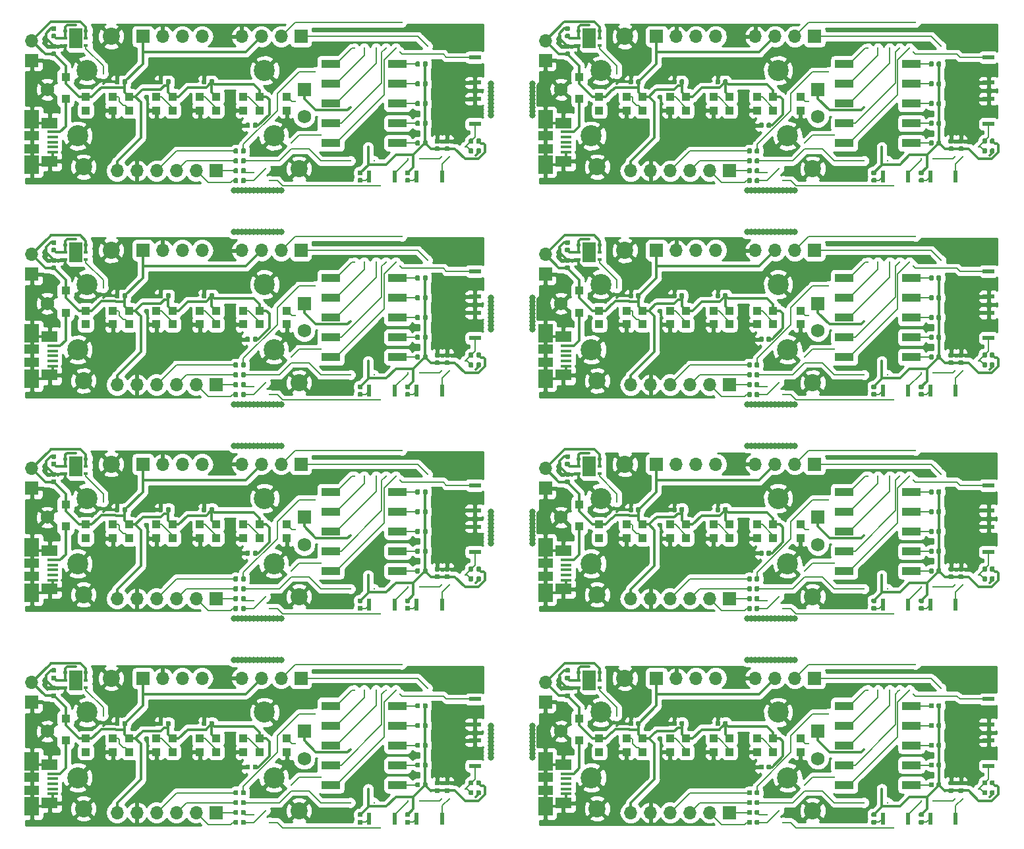
<source format=gbr>
G04 #@! TF.GenerationSoftware,KiCad,Pcbnew,5.0.2-bee76a0~70~ubuntu18.04.1*
G04 #@! TF.CreationDate,2019-05-10T18:36:06+02:00*
G04 #@! TF.ProjectId,m3_2x4_panel,6d335f32-7834-45f7-9061-6e656c2e6b69,rev?*
G04 #@! TF.SameCoordinates,Original*
G04 #@! TF.FileFunction,Copper,L1,Top*
G04 #@! TF.FilePolarity,Positive*
%FSLAX46Y46*%
G04 Gerber Fmt 4.6, Leading zero omitted, Abs format (unit mm)*
G04 Created by KiCad (PCBNEW 5.0.2-bee76a0~70~ubuntu18.04.1) date Fr 10 Mai 2019 18:36:06 CEST*
%MOMM*%
%LPD*%
G01*
G04 APERTURE LIST*
G04 #@! TA.AperFunction,ComponentPad*
%ADD10C,2.700000*%
G04 #@! TD*
G04 #@! TA.AperFunction,ComponentPad*
%ADD11C,1.750000*%
G04 #@! TD*
G04 #@! TA.AperFunction,ComponentPad*
%ADD12R,1.750000X1.750000*%
G04 #@! TD*
G04 #@! TA.AperFunction,SMDPad,CuDef*
%ADD13R,1.100000X1.100000*%
G04 #@! TD*
G04 #@! TA.AperFunction,SMDPad,CuDef*
%ADD14R,1.380000X0.450000*%
G04 #@! TD*
G04 #@! TA.AperFunction,SMDPad,CuDef*
%ADD15R,2.100000X1.475000*%
G04 #@! TD*
G04 #@! TA.AperFunction,SMDPad,CuDef*
%ADD16R,1.900000X2.375000*%
G04 #@! TD*
G04 #@! TA.AperFunction,SMDPad,CuDef*
%ADD17R,1.900000X1.175000*%
G04 #@! TD*
G04 #@! TA.AperFunction,ComponentPad*
%ADD18C,2.200000*%
G04 #@! TD*
G04 #@! TA.AperFunction,ComponentPad*
%ADD19O,1.700000X1.700000*%
G04 #@! TD*
G04 #@! TA.AperFunction,ComponentPad*
%ADD20R,1.700000X1.700000*%
G04 #@! TD*
G04 #@! TA.AperFunction,SMDPad,CuDef*
%ADD21R,1.700000X2.600000*%
G04 #@! TD*
G04 #@! TA.AperFunction,SMDPad,CuDef*
%ADD22R,0.630000X0.450000*%
G04 #@! TD*
G04 #@! TA.AperFunction,SMDPad,CuDef*
%ADD23R,2.440000X1.120000*%
G04 #@! TD*
G04 #@! TA.AperFunction,SMDPad,CuDef*
%ADD24R,0.550000X1.500000*%
G04 #@! TD*
G04 #@! TA.AperFunction,SMDPad,CuDef*
%ADD25R,1.500000X0.550000*%
G04 #@! TD*
G04 #@! TA.AperFunction,Conductor*
%ADD26C,0.100000*%
G04 #@! TD*
G04 #@! TA.AperFunction,SMDPad,CuDef*
%ADD27C,0.590000*%
G04 #@! TD*
G04 #@! TA.AperFunction,SMDPad,CuDef*
%ADD28R,1.000000X1.000000*%
G04 #@! TD*
G04 #@! TA.AperFunction,ViaPad*
%ADD29C,0.800000*%
G04 #@! TD*
G04 #@! TA.AperFunction,ViaPad*
%ADD30C,0.301000*%
G04 #@! TD*
G04 #@! TA.AperFunction,Conductor*
%ADD31C,0.300000*%
G04 #@! TD*
G04 #@! TA.AperFunction,Conductor*
%ADD32C,0.152400*%
G04 #@! TD*
G04 #@! TA.AperFunction,Conductor*
%ADD33C,0.254000*%
G04 #@! TD*
G04 APERTURE END LIST*
D10*
G04 #@! TO.P,RV1,MP*
G04 #@! TO.N,GND*
X126730000Y-135920000D03*
X151930000Y-135920000D03*
X127930000Y-127520000D03*
X150730000Y-127520000D03*
D11*
G04 #@! TO.P,RV1,3*
X122830000Y-129970000D03*
G04 #@! TO.P,RV1,2*
G04 #@! TO.N,Net-(RV1-Pad2)*
X155830000Y-133470000D03*
D12*
G04 #@! TO.P,RV1,1*
G04 #@! TO.N,3.3V*
X155830000Y-129970000D03*
G04 #@! TD*
D10*
G04 #@! TO.P,RV1,MP*
G04 #@! TO.N,GND*
X60730000Y-135920000D03*
X85930000Y-135920000D03*
X61930000Y-127520000D03*
X84730000Y-127520000D03*
D11*
G04 #@! TO.P,RV1,3*
X56830000Y-129970000D03*
G04 #@! TO.P,RV1,2*
G04 #@! TO.N,Net-(RV1-Pad2)*
X89830000Y-133470000D03*
D12*
G04 #@! TO.P,RV1,1*
G04 #@! TO.N,3.3V*
X89830000Y-129970000D03*
G04 #@! TD*
D10*
G04 #@! TO.P,RV1,MP*
G04 #@! TO.N,GND*
X126730000Y-108420000D03*
X151930000Y-108420000D03*
X127930000Y-100020000D03*
X150730000Y-100020000D03*
D11*
G04 #@! TO.P,RV1,3*
X122830000Y-102470000D03*
G04 #@! TO.P,RV1,2*
G04 #@! TO.N,Net-(RV1-Pad2)*
X155830000Y-105970000D03*
D12*
G04 #@! TO.P,RV1,1*
G04 #@! TO.N,3.3V*
X155830000Y-102470000D03*
G04 #@! TD*
D10*
G04 #@! TO.P,RV1,MP*
G04 #@! TO.N,GND*
X60730000Y-108420000D03*
X85930000Y-108420000D03*
X61930000Y-100020000D03*
X84730000Y-100020000D03*
D11*
G04 #@! TO.P,RV1,3*
X56830000Y-102470000D03*
G04 #@! TO.P,RV1,2*
G04 #@! TO.N,Net-(RV1-Pad2)*
X89830000Y-105970000D03*
D12*
G04 #@! TO.P,RV1,1*
G04 #@! TO.N,3.3V*
X89830000Y-102470000D03*
G04 #@! TD*
D10*
G04 #@! TO.P,RV1,MP*
G04 #@! TO.N,GND*
X126730000Y-80920000D03*
X151930000Y-80920000D03*
X127930000Y-72520000D03*
X150730000Y-72520000D03*
D11*
G04 #@! TO.P,RV1,3*
X122830000Y-74970000D03*
G04 #@! TO.P,RV1,2*
G04 #@! TO.N,Net-(RV1-Pad2)*
X155830000Y-78470000D03*
D12*
G04 #@! TO.P,RV1,1*
G04 #@! TO.N,3.3V*
X155830000Y-74970000D03*
G04 #@! TD*
D10*
G04 #@! TO.P,RV1,MP*
G04 #@! TO.N,GND*
X60730000Y-80920000D03*
X85930000Y-80920000D03*
X61930000Y-72520000D03*
X84730000Y-72520000D03*
D11*
G04 #@! TO.P,RV1,3*
X56830000Y-74970000D03*
G04 #@! TO.P,RV1,2*
G04 #@! TO.N,Net-(RV1-Pad2)*
X89830000Y-78470000D03*
D12*
G04 #@! TO.P,RV1,1*
G04 #@! TO.N,3.3V*
X89830000Y-74970000D03*
G04 #@! TD*
D10*
G04 #@! TO.P,RV1,MP*
G04 #@! TO.N,GND*
X126730000Y-53420000D03*
X151930000Y-53420000D03*
X127930000Y-45020000D03*
X150730000Y-45020000D03*
D11*
G04 #@! TO.P,RV1,3*
X122830000Y-47470000D03*
G04 #@! TO.P,RV1,2*
G04 #@! TO.N,Net-(RV1-Pad2)*
X155830000Y-50970000D03*
D12*
G04 #@! TO.P,RV1,1*
G04 #@! TO.N,3.3V*
X155830000Y-47470000D03*
G04 #@! TD*
D13*
G04 #@! TO.P,D2,1*
G04 #@! TO.N,VDD5V*
X125182000Y-128344000D03*
G04 #@! TO.P,D2,2*
G04 #@! TO.N,Net-(D2-Pad2)*
X125182000Y-131144000D03*
G04 #@! TD*
G04 #@! TO.P,D2,1*
G04 #@! TO.N,VDD5V*
X59182000Y-128344000D03*
G04 #@! TO.P,D2,2*
G04 #@! TO.N,Net-(D2-Pad2)*
X59182000Y-131144000D03*
G04 #@! TD*
G04 #@! TO.P,D2,1*
G04 #@! TO.N,VDD5V*
X125182000Y-100844000D03*
G04 #@! TO.P,D2,2*
G04 #@! TO.N,Net-(D2-Pad2)*
X125182000Y-103644000D03*
G04 #@! TD*
G04 #@! TO.P,D2,1*
G04 #@! TO.N,VDD5V*
X59182000Y-100844000D03*
G04 #@! TO.P,D2,2*
G04 #@! TO.N,Net-(D2-Pad2)*
X59182000Y-103644000D03*
G04 #@! TD*
G04 #@! TO.P,D2,1*
G04 #@! TO.N,VDD5V*
X125182000Y-73344000D03*
G04 #@! TO.P,D2,2*
G04 #@! TO.N,Net-(D2-Pad2)*
X125182000Y-76144000D03*
G04 #@! TD*
G04 #@! TO.P,D2,1*
G04 #@! TO.N,VDD5V*
X59182000Y-73344000D03*
G04 #@! TO.P,D2,2*
G04 #@! TO.N,Net-(D2-Pad2)*
X59182000Y-76144000D03*
G04 #@! TD*
G04 #@! TO.P,D2,1*
G04 #@! TO.N,VDD5V*
X125182000Y-45844000D03*
G04 #@! TO.P,D2,2*
G04 #@! TO.N,Net-(D2-Pad2)*
X125182000Y-48644000D03*
G04 #@! TD*
D14*
G04 #@! TO.P,J1,1*
G04 #@! TO.N,Net-(D2-Pad2)*
X123490000Y-135420000D03*
G04 #@! TO.P,J1,2*
G04 #@! TO.N,Net-(J1-Pad2)*
X123490000Y-136070000D03*
G04 #@! TO.P,J1,3*
G04 #@! TO.N,Net-(J1-Pad3)*
X123490000Y-136720000D03*
G04 #@! TO.P,J1,4*
G04 #@! TO.N,Net-(J1-Pad4)*
X123490000Y-137370000D03*
G04 #@! TO.P,J1,5*
G04 #@! TO.N,GND*
X123490000Y-138020000D03*
D15*
G04 #@! TO.P,J1,6*
X123130000Y-134257500D03*
X123130000Y-139182500D03*
D16*
X120830000Y-133810000D03*
X120830000Y-139630000D03*
D17*
X120830000Y-135880000D03*
X120830000Y-137560000D03*
G04 #@! TD*
D14*
G04 #@! TO.P,J1,1*
G04 #@! TO.N,Net-(D2-Pad2)*
X57490000Y-135420000D03*
G04 #@! TO.P,J1,2*
G04 #@! TO.N,Net-(J1-Pad2)*
X57490000Y-136070000D03*
G04 #@! TO.P,J1,3*
G04 #@! TO.N,Net-(J1-Pad3)*
X57490000Y-136720000D03*
G04 #@! TO.P,J1,4*
G04 #@! TO.N,Net-(J1-Pad4)*
X57490000Y-137370000D03*
G04 #@! TO.P,J1,5*
G04 #@! TO.N,GND*
X57490000Y-138020000D03*
D15*
G04 #@! TO.P,J1,6*
X57130000Y-134257500D03*
X57130000Y-139182500D03*
D16*
X54830000Y-133810000D03*
X54830000Y-139630000D03*
D17*
X54830000Y-135880000D03*
X54830000Y-137560000D03*
G04 #@! TD*
D14*
G04 #@! TO.P,J1,1*
G04 #@! TO.N,Net-(D2-Pad2)*
X123490000Y-107920000D03*
G04 #@! TO.P,J1,2*
G04 #@! TO.N,Net-(J1-Pad2)*
X123490000Y-108570000D03*
G04 #@! TO.P,J1,3*
G04 #@! TO.N,Net-(J1-Pad3)*
X123490000Y-109220000D03*
G04 #@! TO.P,J1,4*
G04 #@! TO.N,Net-(J1-Pad4)*
X123490000Y-109870000D03*
G04 #@! TO.P,J1,5*
G04 #@! TO.N,GND*
X123490000Y-110520000D03*
D15*
G04 #@! TO.P,J1,6*
X123130000Y-106757500D03*
X123130000Y-111682500D03*
D16*
X120830000Y-106310000D03*
X120830000Y-112130000D03*
D17*
X120830000Y-108380000D03*
X120830000Y-110060000D03*
G04 #@! TD*
D14*
G04 #@! TO.P,J1,1*
G04 #@! TO.N,Net-(D2-Pad2)*
X57490000Y-107920000D03*
G04 #@! TO.P,J1,2*
G04 #@! TO.N,Net-(J1-Pad2)*
X57490000Y-108570000D03*
G04 #@! TO.P,J1,3*
G04 #@! TO.N,Net-(J1-Pad3)*
X57490000Y-109220000D03*
G04 #@! TO.P,J1,4*
G04 #@! TO.N,Net-(J1-Pad4)*
X57490000Y-109870000D03*
G04 #@! TO.P,J1,5*
G04 #@! TO.N,GND*
X57490000Y-110520000D03*
D15*
G04 #@! TO.P,J1,6*
X57130000Y-106757500D03*
X57130000Y-111682500D03*
D16*
X54830000Y-106310000D03*
X54830000Y-112130000D03*
D17*
X54830000Y-108380000D03*
X54830000Y-110060000D03*
G04 #@! TD*
D14*
G04 #@! TO.P,J1,1*
G04 #@! TO.N,Net-(D2-Pad2)*
X123490000Y-80420000D03*
G04 #@! TO.P,J1,2*
G04 #@! TO.N,Net-(J1-Pad2)*
X123490000Y-81070000D03*
G04 #@! TO.P,J1,3*
G04 #@! TO.N,Net-(J1-Pad3)*
X123490000Y-81720000D03*
G04 #@! TO.P,J1,4*
G04 #@! TO.N,Net-(J1-Pad4)*
X123490000Y-82370000D03*
G04 #@! TO.P,J1,5*
G04 #@! TO.N,GND*
X123490000Y-83020000D03*
D15*
G04 #@! TO.P,J1,6*
X123130000Y-79257500D03*
X123130000Y-84182500D03*
D16*
X120830000Y-78810000D03*
X120830000Y-84630000D03*
D17*
X120830000Y-80880000D03*
X120830000Y-82560000D03*
G04 #@! TD*
D14*
G04 #@! TO.P,J1,1*
G04 #@! TO.N,Net-(D2-Pad2)*
X57490000Y-80420000D03*
G04 #@! TO.P,J1,2*
G04 #@! TO.N,Net-(J1-Pad2)*
X57490000Y-81070000D03*
G04 #@! TO.P,J1,3*
G04 #@! TO.N,Net-(J1-Pad3)*
X57490000Y-81720000D03*
G04 #@! TO.P,J1,4*
G04 #@! TO.N,Net-(J1-Pad4)*
X57490000Y-82370000D03*
G04 #@! TO.P,J1,5*
G04 #@! TO.N,GND*
X57490000Y-83020000D03*
D15*
G04 #@! TO.P,J1,6*
X57130000Y-79257500D03*
X57130000Y-84182500D03*
D16*
X54830000Y-78810000D03*
X54830000Y-84630000D03*
D17*
X54830000Y-80880000D03*
X54830000Y-82560000D03*
G04 #@! TD*
D14*
G04 #@! TO.P,J1,1*
G04 #@! TO.N,Net-(D2-Pad2)*
X123490000Y-52920000D03*
G04 #@! TO.P,J1,2*
G04 #@! TO.N,Net-(J1-Pad2)*
X123490000Y-53570000D03*
G04 #@! TO.P,J1,3*
G04 #@! TO.N,Net-(J1-Pad3)*
X123490000Y-54220000D03*
G04 #@! TO.P,J1,4*
G04 #@! TO.N,Net-(J1-Pad4)*
X123490000Y-54870000D03*
G04 #@! TO.P,J1,5*
G04 #@! TO.N,GND*
X123490000Y-55520000D03*
D15*
G04 #@! TO.P,J1,6*
X123130000Y-51757500D03*
X123130000Y-56682500D03*
D16*
X120830000Y-51310000D03*
X120830000Y-57130000D03*
D17*
X120830000Y-53380000D03*
X120830000Y-55060000D03*
G04 #@! TD*
D18*
G04 #@! TO.P,REF\002A\002A,1*
G04 #@! TO.N,GND*
X155154000Y-140158000D03*
G04 #@! TD*
G04 #@! TO.P,REF\002A\002A,1*
G04 #@! TO.N,GND*
X89154000Y-140158000D03*
G04 #@! TD*
G04 #@! TO.P,REF\002A\002A,1*
G04 #@! TO.N,GND*
X155154000Y-112658000D03*
G04 #@! TD*
G04 #@! TO.P,REF\002A\002A,1*
G04 #@! TO.N,GND*
X89154000Y-112658000D03*
G04 #@! TD*
G04 #@! TO.P,REF\002A\002A,1*
G04 #@! TO.N,GND*
X155154000Y-85158000D03*
G04 #@! TD*
G04 #@! TO.P,REF\002A\002A,1*
G04 #@! TO.N,GND*
X89154000Y-85158000D03*
G04 #@! TD*
G04 #@! TO.P,REF\002A\002A,1*
G04 #@! TO.N,GND*
X155154000Y-57658000D03*
G04 #@! TD*
G04 #@! TO.P,REF\002A\002A,1*
G04 #@! TO.N,GND*
X127468000Y-139904000D03*
G04 #@! TD*
G04 #@! TO.P,REF\002A\002A,1*
G04 #@! TO.N,GND*
X61468000Y-139904000D03*
G04 #@! TD*
G04 #@! TO.P,REF\002A\002A,1*
G04 #@! TO.N,GND*
X127468000Y-112404000D03*
G04 #@! TD*
G04 #@! TO.P,REF\002A\002A,1*
G04 #@! TO.N,GND*
X61468000Y-112404000D03*
G04 #@! TD*
G04 #@! TO.P,REF\002A\002A,1*
G04 #@! TO.N,GND*
X127468000Y-84904000D03*
G04 #@! TD*
G04 #@! TO.P,REF\002A\002A,1*
G04 #@! TO.N,GND*
X61468000Y-84904000D03*
G04 #@! TD*
G04 #@! TO.P,REF\002A\002A,1*
G04 #@! TO.N,GND*
X127468000Y-57404000D03*
G04 #@! TD*
G04 #@! TO.P,REF\002A\002A,1*
G04 #@! TO.N,GND*
X131024000Y-123140000D03*
G04 #@! TD*
G04 #@! TO.P,REF\002A\002A,1*
G04 #@! TO.N,GND*
X65024000Y-123140000D03*
G04 #@! TD*
G04 #@! TO.P,REF\002A\002A,1*
G04 #@! TO.N,GND*
X131024000Y-95640000D03*
G04 #@! TD*
G04 #@! TO.P,REF\002A\002A,1*
G04 #@! TO.N,GND*
X65024000Y-95640000D03*
G04 #@! TD*
G04 #@! TO.P,REF\002A\002A,1*
G04 #@! TO.N,GND*
X131024000Y-68140000D03*
G04 #@! TD*
G04 #@! TO.P,REF\002A\002A,1*
G04 #@! TO.N,GND*
X65024000Y-68140000D03*
G04 #@! TD*
G04 #@! TO.P,REF\002A\002A,1*
G04 #@! TO.N,GND*
X131024000Y-40640000D03*
G04 #@! TD*
D19*
G04 #@! TO.P,J4,6*
G04 #@! TO.N,VDD5V*
X131786000Y-140412000D03*
G04 #@! TO.P,J4,5*
G04 #@! TO.N,GND*
X134326000Y-140412000D03*
G04 #@! TO.P,J4,4*
G04 #@! TO.N,MTDO*
X136866000Y-140412000D03*
G04 #@! TO.P,J4,3*
G04 #@! TO.N,MTMS*
X139406000Y-140412000D03*
G04 #@! TO.P,J4,2*
G04 #@! TO.N,MTCK*
X141946000Y-140412000D03*
D20*
G04 #@! TO.P,J4,1*
G04 #@! TO.N,MTDI*
X144486000Y-140412000D03*
G04 #@! TD*
D19*
G04 #@! TO.P,J4,6*
G04 #@! TO.N,VDD5V*
X65786000Y-140412000D03*
G04 #@! TO.P,J4,5*
G04 #@! TO.N,GND*
X68326000Y-140412000D03*
G04 #@! TO.P,J4,4*
G04 #@! TO.N,MTDO*
X70866000Y-140412000D03*
G04 #@! TO.P,J4,3*
G04 #@! TO.N,MTMS*
X73406000Y-140412000D03*
G04 #@! TO.P,J4,2*
G04 #@! TO.N,MTCK*
X75946000Y-140412000D03*
D20*
G04 #@! TO.P,J4,1*
G04 #@! TO.N,MTDI*
X78486000Y-140412000D03*
G04 #@! TD*
D19*
G04 #@! TO.P,J4,6*
G04 #@! TO.N,VDD5V*
X131786000Y-112912000D03*
G04 #@! TO.P,J4,5*
G04 #@! TO.N,GND*
X134326000Y-112912000D03*
G04 #@! TO.P,J4,4*
G04 #@! TO.N,MTDO*
X136866000Y-112912000D03*
G04 #@! TO.P,J4,3*
G04 #@! TO.N,MTMS*
X139406000Y-112912000D03*
G04 #@! TO.P,J4,2*
G04 #@! TO.N,MTCK*
X141946000Y-112912000D03*
D20*
G04 #@! TO.P,J4,1*
G04 #@! TO.N,MTDI*
X144486000Y-112912000D03*
G04 #@! TD*
D19*
G04 #@! TO.P,J4,6*
G04 #@! TO.N,VDD5V*
X65786000Y-112912000D03*
G04 #@! TO.P,J4,5*
G04 #@! TO.N,GND*
X68326000Y-112912000D03*
G04 #@! TO.P,J4,4*
G04 #@! TO.N,MTDO*
X70866000Y-112912000D03*
G04 #@! TO.P,J4,3*
G04 #@! TO.N,MTMS*
X73406000Y-112912000D03*
G04 #@! TO.P,J4,2*
G04 #@! TO.N,MTCK*
X75946000Y-112912000D03*
D20*
G04 #@! TO.P,J4,1*
G04 #@! TO.N,MTDI*
X78486000Y-112912000D03*
G04 #@! TD*
D19*
G04 #@! TO.P,J4,6*
G04 #@! TO.N,VDD5V*
X131786000Y-85412000D03*
G04 #@! TO.P,J4,5*
G04 #@! TO.N,GND*
X134326000Y-85412000D03*
G04 #@! TO.P,J4,4*
G04 #@! TO.N,MTDO*
X136866000Y-85412000D03*
G04 #@! TO.P,J4,3*
G04 #@! TO.N,MTMS*
X139406000Y-85412000D03*
G04 #@! TO.P,J4,2*
G04 #@! TO.N,MTCK*
X141946000Y-85412000D03*
D20*
G04 #@! TO.P,J4,1*
G04 #@! TO.N,MTDI*
X144486000Y-85412000D03*
G04 #@! TD*
D19*
G04 #@! TO.P,J4,6*
G04 #@! TO.N,VDD5V*
X65786000Y-85412000D03*
G04 #@! TO.P,J4,5*
G04 #@! TO.N,GND*
X68326000Y-85412000D03*
G04 #@! TO.P,J4,4*
G04 #@! TO.N,MTDO*
X70866000Y-85412000D03*
G04 #@! TO.P,J4,3*
G04 #@! TO.N,MTMS*
X73406000Y-85412000D03*
G04 #@! TO.P,J4,2*
G04 #@! TO.N,MTCK*
X75946000Y-85412000D03*
D20*
G04 #@! TO.P,J4,1*
G04 #@! TO.N,MTDI*
X78486000Y-85412000D03*
G04 #@! TD*
D19*
G04 #@! TO.P,J4,6*
G04 #@! TO.N,VDD5V*
X131786000Y-57912000D03*
G04 #@! TO.P,J4,5*
G04 #@! TO.N,GND*
X134326000Y-57912000D03*
G04 #@! TO.P,J4,4*
G04 #@! TO.N,MTDO*
X136866000Y-57912000D03*
G04 #@! TO.P,J4,3*
G04 #@! TO.N,MTMS*
X139406000Y-57912000D03*
G04 #@! TO.P,J4,2*
G04 #@! TO.N,MTCK*
X141946000Y-57912000D03*
D20*
G04 #@! TO.P,J4,1*
G04 #@! TO.N,MTDI*
X144486000Y-57912000D03*
G04 #@! TD*
D19*
G04 #@! TO.P,J3,4*
G04 #@! TO.N,RXD*
X142708000Y-123140000D03*
G04 #@! TO.P,J3,3*
G04 #@! TO.N,TXD*
X140168000Y-123140000D03*
G04 #@! TO.P,J3,2*
G04 #@! TO.N,GND*
X137628000Y-123140000D03*
D20*
G04 #@! TO.P,J3,1*
G04 #@! TO.N,VDD5V*
X135088000Y-123140000D03*
G04 #@! TD*
D19*
G04 #@! TO.P,J3,4*
G04 #@! TO.N,RXD*
X76708000Y-123140000D03*
G04 #@! TO.P,J3,3*
G04 #@! TO.N,TXD*
X74168000Y-123140000D03*
G04 #@! TO.P,J3,2*
G04 #@! TO.N,GND*
X71628000Y-123140000D03*
D20*
G04 #@! TO.P,J3,1*
G04 #@! TO.N,VDD5V*
X69088000Y-123140000D03*
G04 #@! TD*
D19*
G04 #@! TO.P,J3,4*
G04 #@! TO.N,RXD*
X142708000Y-95640000D03*
G04 #@! TO.P,J3,3*
G04 #@! TO.N,TXD*
X140168000Y-95640000D03*
G04 #@! TO.P,J3,2*
G04 #@! TO.N,GND*
X137628000Y-95640000D03*
D20*
G04 #@! TO.P,J3,1*
G04 #@! TO.N,VDD5V*
X135088000Y-95640000D03*
G04 #@! TD*
D19*
G04 #@! TO.P,J3,4*
G04 #@! TO.N,RXD*
X76708000Y-95640000D03*
G04 #@! TO.P,J3,3*
G04 #@! TO.N,TXD*
X74168000Y-95640000D03*
G04 #@! TO.P,J3,2*
G04 #@! TO.N,GND*
X71628000Y-95640000D03*
D20*
G04 #@! TO.P,J3,1*
G04 #@! TO.N,VDD5V*
X69088000Y-95640000D03*
G04 #@! TD*
D19*
G04 #@! TO.P,J3,4*
G04 #@! TO.N,RXD*
X142708000Y-68140000D03*
G04 #@! TO.P,J3,3*
G04 #@! TO.N,TXD*
X140168000Y-68140000D03*
G04 #@! TO.P,J3,2*
G04 #@! TO.N,GND*
X137628000Y-68140000D03*
D20*
G04 #@! TO.P,J3,1*
G04 #@! TO.N,VDD5V*
X135088000Y-68140000D03*
G04 #@! TD*
D19*
G04 #@! TO.P,J3,4*
G04 #@! TO.N,RXD*
X76708000Y-68140000D03*
G04 #@! TO.P,J3,3*
G04 #@! TO.N,TXD*
X74168000Y-68140000D03*
G04 #@! TO.P,J3,2*
G04 #@! TO.N,GND*
X71628000Y-68140000D03*
D20*
G04 #@! TO.P,J3,1*
G04 #@! TO.N,VDD5V*
X69088000Y-68140000D03*
G04 #@! TD*
D19*
G04 #@! TO.P,J3,4*
G04 #@! TO.N,RXD*
X142708000Y-40640000D03*
G04 #@! TO.P,J3,3*
G04 #@! TO.N,TXD*
X140168000Y-40640000D03*
G04 #@! TO.P,J3,2*
G04 #@! TO.N,GND*
X137628000Y-40640000D03*
D20*
G04 #@! TO.P,J3,1*
G04 #@! TO.N,VDD5V*
X135088000Y-40640000D03*
G04 #@! TD*
D21*
G04 #@! TO.P,U1,7*
G04 #@! TO.N,N/C*
X126452000Y-123394000D03*
D22*
G04 #@! TO.P,U1,6*
G04 #@! TO.N,VDD5V*
X127792000Y-122444000D03*
G04 #@! TO.P,U1,5*
X127792000Y-123394000D03*
G04 #@! TO.P,U1,4*
G04 #@! TO.N,PWRGOOD*
X127792000Y-124344000D03*
G04 #@! TO.P,U1,3*
G04 #@! TO.N,GND*
X125112000Y-124344000D03*
G04 #@! TO.P,U1,2*
G04 #@! TO.N,3.3V*
X125112000Y-123394000D03*
G04 #@! TO.P,U1,1*
X125112000Y-122444000D03*
G04 #@! TD*
D21*
G04 #@! TO.P,U1,7*
G04 #@! TO.N,N/C*
X60452000Y-123394000D03*
D22*
G04 #@! TO.P,U1,6*
G04 #@! TO.N,VDD5V*
X61792000Y-122444000D03*
G04 #@! TO.P,U1,5*
X61792000Y-123394000D03*
G04 #@! TO.P,U1,4*
G04 #@! TO.N,PWRGOOD*
X61792000Y-124344000D03*
G04 #@! TO.P,U1,3*
G04 #@! TO.N,GND*
X59112000Y-124344000D03*
G04 #@! TO.P,U1,2*
G04 #@! TO.N,3.3V*
X59112000Y-123394000D03*
G04 #@! TO.P,U1,1*
X59112000Y-122444000D03*
G04 #@! TD*
D21*
G04 #@! TO.P,U1,7*
G04 #@! TO.N,N/C*
X126452000Y-95894000D03*
D22*
G04 #@! TO.P,U1,6*
G04 #@! TO.N,VDD5V*
X127792000Y-94944000D03*
G04 #@! TO.P,U1,5*
X127792000Y-95894000D03*
G04 #@! TO.P,U1,4*
G04 #@! TO.N,PWRGOOD*
X127792000Y-96844000D03*
G04 #@! TO.P,U1,3*
G04 #@! TO.N,GND*
X125112000Y-96844000D03*
G04 #@! TO.P,U1,2*
G04 #@! TO.N,3.3V*
X125112000Y-95894000D03*
G04 #@! TO.P,U1,1*
X125112000Y-94944000D03*
G04 #@! TD*
D21*
G04 #@! TO.P,U1,7*
G04 #@! TO.N,N/C*
X60452000Y-95894000D03*
D22*
G04 #@! TO.P,U1,6*
G04 #@! TO.N,VDD5V*
X61792000Y-94944000D03*
G04 #@! TO.P,U1,5*
X61792000Y-95894000D03*
G04 #@! TO.P,U1,4*
G04 #@! TO.N,PWRGOOD*
X61792000Y-96844000D03*
G04 #@! TO.P,U1,3*
G04 #@! TO.N,GND*
X59112000Y-96844000D03*
G04 #@! TO.P,U1,2*
G04 #@! TO.N,3.3V*
X59112000Y-95894000D03*
G04 #@! TO.P,U1,1*
X59112000Y-94944000D03*
G04 #@! TD*
D21*
G04 #@! TO.P,U1,7*
G04 #@! TO.N,N/C*
X126452000Y-68394000D03*
D22*
G04 #@! TO.P,U1,6*
G04 #@! TO.N,VDD5V*
X127792000Y-67444000D03*
G04 #@! TO.P,U1,5*
X127792000Y-68394000D03*
G04 #@! TO.P,U1,4*
G04 #@! TO.N,PWRGOOD*
X127792000Y-69344000D03*
G04 #@! TO.P,U1,3*
G04 #@! TO.N,GND*
X125112000Y-69344000D03*
G04 #@! TO.P,U1,2*
G04 #@! TO.N,3.3V*
X125112000Y-68394000D03*
G04 #@! TO.P,U1,1*
X125112000Y-67444000D03*
G04 #@! TD*
D21*
G04 #@! TO.P,U1,7*
G04 #@! TO.N,N/C*
X60452000Y-68394000D03*
D22*
G04 #@! TO.P,U1,6*
G04 #@! TO.N,VDD5V*
X61792000Y-67444000D03*
G04 #@! TO.P,U1,5*
X61792000Y-68394000D03*
G04 #@! TO.P,U1,4*
G04 #@! TO.N,PWRGOOD*
X61792000Y-69344000D03*
G04 #@! TO.P,U1,3*
G04 #@! TO.N,GND*
X59112000Y-69344000D03*
G04 #@! TO.P,U1,2*
G04 #@! TO.N,3.3V*
X59112000Y-68394000D03*
G04 #@! TO.P,U1,1*
X59112000Y-67444000D03*
G04 #@! TD*
D21*
G04 #@! TO.P,U1,7*
G04 #@! TO.N,N/C*
X126452000Y-40894000D03*
D22*
G04 #@! TO.P,U1,6*
G04 #@! TO.N,VDD5V*
X127792000Y-39944000D03*
G04 #@! TO.P,U1,5*
X127792000Y-40894000D03*
G04 #@! TO.P,U1,4*
G04 #@! TO.N,PWRGOOD*
X127792000Y-41844000D03*
G04 #@! TO.P,U1,3*
G04 #@! TO.N,GND*
X125112000Y-41844000D03*
G04 #@! TO.P,U1,2*
G04 #@! TO.N,3.3V*
X125112000Y-40894000D03*
G04 #@! TO.P,U1,1*
X125112000Y-39944000D03*
G04 #@! TD*
D23*
G04 #@! TO.P,SW5,10*
G04 #@! TO.N,Net-(R7-Pad2)*
X167841000Y-126696000D03*
G04 #@! TO.P,SW5,5*
G04 #@! TO.N,ID4*
X159231000Y-136856000D03*
G04 #@! TO.P,SW5,9*
G04 #@! TO.N,Net-(R8-Pad2)*
X167841000Y-129236000D03*
G04 #@! TO.P,SW5,4*
G04 #@! TO.N,ID3*
X159231000Y-134316000D03*
G04 #@! TO.P,SW5,8*
G04 #@! TO.N,Net-(R9-Pad2)*
X167841000Y-131776000D03*
G04 #@! TO.P,SW5,3*
G04 #@! TO.N,ID2*
X159231000Y-131776000D03*
G04 #@! TO.P,SW5,7*
G04 #@! TO.N,Net-(R11-Pad2)*
X167841000Y-134316000D03*
G04 #@! TO.P,SW5,2*
G04 #@! TO.N,ID1*
X159231000Y-129236000D03*
G04 #@! TO.P,SW5,6*
G04 #@! TO.N,Net-(R12-Pad2)*
X167841000Y-136856000D03*
G04 #@! TO.P,SW5,1*
G04 #@! TO.N,ID0*
X159231000Y-126696000D03*
G04 #@! TD*
G04 #@! TO.P,SW5,10*
G04 #@! TO.N,Net-(R7-Pad2)*
X101841000Y-126696000D03*
G04 #@! TO.P,SW5,5*
G04 #@! TO.N,ID4*
X93231000Y-136856000D03*
G04 #@! TO.P,SW5,9*
G04 #@! TO.N,Net-(R8-Pad2)*
X101841000Y-129236000D03*
G04 #@! TO.P,SW5,4*
G04 #@! TO.N,ID3*
X93231000Y-134316000D03*
G04 #@! TO.P,SW5,8*
G04 #@! TO.N,Net-(R9-Pad2)*
X101841000Y-131776000D03*
G04 #@! TO.P,SW5,3*
G04 #@! TO.N,ID2*
X93231000Y-131776000D03*
G04 #@! TO.P,SW5,7*
G04 #@! TO.N,Net-(R11-Pad2)*
X101841000Y-134316000D03*
G04 #@! TO.P,SW5,2*
G04 #@! TO.N,ID1*
X93231000Y-129236000D03*
G04 #@! TO.P,SW5,6*
G04 #@! TO.N,Net-(R12-Pad2)*
X101841000Y-136856000D03*
G04 #@! TO.P,SW5,1*
G04 #@! TO.N,ID0*
X93231000Y-126696000D03*
G04 #@! TD*
G04 #@! TO.P,SW5,10*
G04 #@! TO.N,Net-(R7-Pad2)*
X167841000Y-99196000D03*
G04 #@! TO.P,SW5,5*
G04 #@! TO.N,ID4*
X159231000Y-109356000D03*
G04 #@! TO.P,SW5,9*
G04 #@! TO.N,Net-(R8-Pad2)*
X167841000Y-101736000D03*
G04 #@! TO.P,SW5,4*
G04 #@! TO.N,ID3*
X159231000Y-106816000D03*
G04 #@! TO.P,SW5,8*
G04 #@! TO.N,Net-(R9-Pad2)*
X167841000Y-104276000D03*
G04 #@! TO.P,SW5,3*
G04 #@! TO.N,ID2*
X159231000Y-104276000D03*
G04 #@! TO.P,SW5,7*
G04 #@! TO.N,Net-(R11-Pad2)*
X167841000Y-106816000D03*
G04 #@! TO.P,SW5,2*
G04 #@! TO.N,ID1*
X159231000Y-101736000D03*
G04 #@! TO.P,SW5,6*
G04 #@! TO.N,Net-(R12-Pad2)*
X167841000Y-109356000D03*
G04 #@! TO.P,SW5,1*
G04 #@! TO.N,ID0*
X159231000Y-99196000D03*
G04 #@! TD*
G04 #@! TO.P,SW5,10*
G04 #@! TO.N,Net-(R7-Pad2)*
X101841000Y-99196000D03*
G04 #@! TO.P,SW5,5*
G04 #@! TO.N,ID4*
X93231000Y-109356000D03*
G04 #@! TO.P,SW5,9*
G04 #@! TO.N,Net-(R8-Pad2)*
X101841000Y-101736000D03*
G04 #@! TO.P,SW5,4*
G04 #@! TO.N,ID3*
X93231000Y-106816000D03*
G04 #@! TO.P,SW5,8*
G04 #@! TO.N,Net-(R9-Pad2)*
X101841000Y-104276000D03*
G04 #@! TO.P,SW5,3*
G04 #@! TO.N,ID2*
X93231000Y-104276000D03*
G04 #@! TO.P,SW5,7*
G04 #@! TO.N,Net-(R11-Pad2)*
X101841000Y-106816000D03*
G04 #@! TO.P,SW5,2*
G04 #@! TO.N,ID1*
X93231000Y-101736000D03*
G04 #@! TO.P,SW5,6*
G04 #@! TO.N,Net-(R12-Pad2)*
X101841000Y-109356000D03*
G04 #@! TO.P,SW5,1*
G04 #@! TO.N,ID0*
X93231000Y-99196000D03*
G04 #@! TD*
G04 #@! TO.P,SW5,10*
G04 #@! TO.N,Net-(R7-Pad2)*
X167841000Y-71696000D03*
G04 #@! TO.P,SW5,5*
G04 #@! TO.N,ID4*
X159231000Y-81856000D03*
G04 #@! TO.P,SW5,9*
G04 #@! TO.N,Net-(R8-Pad2)*
X167841000Y-74236000D03*
G04 #@! TO.P,SW5,4*
G04 #@! TO.N,ID3*
X159231000Y-79316000D03*
G04 #@! TO.P,SW5,8*
G04 #@! TO.N,Net-(R9-Pad2)*
X167841000Y-76776000D03*
G04 #@! TO.P,SW5,3*
G04 #@! TO.N,ID2*
X159231000Y-76776000D03*
G04 #@! TO.P,SW5,7*
G04 #@! TO.N,Net-(R11-Pad2)*
X167841000Y-79316000D03*
G04 #@! TO.P,SW5,2*
G04 #@! TO.N,ID1*
X159231000Y-74236000D03*
G04 #@! TO.P,SW5,6*
G04 #@! TO.N,Net-(R12-Pad2)*
X167841000Y-81856000D03*
G04 #@! TO.P,SW5,1*
G04 #@! TO.N,ID0*
X159231000Y-71696000D03*
G04 #@! TD*
G04 #@! TO.P,SW5,10*
G04 #@! TO.N,Net-(R7-Pad2)*
X101841000Y-71696000D03*
G04 #@! TO.P,SW5,5*
G04 #@! TO.N,ID4*
X93231000Y-81856000D03*
G04 #@! TO.P,SW5,9*
G04 #@! TO.N,Net-(R8-Pad2)*
X101841000Y-74236000D03*
G04 #@! TO.P,SW5,4*
G04 #@! TO.N,ID3*
X93231000Y-79316000D03*
G04 #@! TO.P,SW5,8*
G04 #@! TO.N,Net-(R9-Pad2)*
X101841000Y-76776000D03*
G04 #@! TO.P,SW5,3*
G04 #@! TO.N,ID2*
X93231000Y-76776000D03*
G04 #@! TO.P,SW5,7*
G04 #@! TO.N,Net-(R11-Pad2)*
X101841000Y-79316000D03*
G04 #@! TO.P,SW5,2*
G04 #@! TO.N,ID1*
X93231000Y-74236000D03*
G04 #@! TO.P,SW5,6*
G04 #@! TO.N,Net-(R12-Pad2)*
X101841000Y-81856000D03*
G04 #@! TO.P,SW5,1*
G04 #@! TO.N,ID0*
X93231000Y-71696000D03*
G04 #@! TD*
G04 #@! TO.P,SW5,10*
G04 #@! TO.N,Net-(R7-Pad2)*
X167841000Y-44196000D03*
G04 #@! TO.P,SW5,5*
G04 #@! TO.N,ID4*
X159231000Y-54356000D03*
G04 #@! TO.P,SW5,9*
G04 #@! TO.N,Net-(R8-Pad2)*
X167841000Y-46736000D03*
G04 #@! TO.P,SW5,4*
G04 #@! TO.N,ID3*
X159231000Y-51816000D03*
G04 #@! TO.P,SW5,8*
G04 #@! TO.N,Net-(R9-Pad2)*
X167841000Y-49276000D03*
G04 #@! TO.P,SW5,3*
G04 #@! TO.N,ID2*
X159231000Y-49276000D03*
G04 #@! TO.P,SW5,7*
G04 #@! TO.N,Net-(R11-Pad2)*
X167841000Y-51816000D03*
G04 #@! TO.P,SW5,2*
G04 #@! TO.N,ID1*
X159231000Y-46736000D03*
G04 #@! TO.P,SW5,6*
G04 #@! TO.N,Net-(R12-Pad2)*
X167841000Y-54356000D03*
G04 #@! TO.P,SW5,1*
G04 #@! TO.N,ID0*
X159231000Y-44196000D03*
G04 #@! TD*
D24*
G04 #@! TO.P,SW4,1*
G04 #@! TO.N,Net-(R6-Pad1)*
X170293000Y-141174000D03*
G04 #@! TO.P,SW4,2*
G04 #@! TO.N,Net-(SW4-Pad2)*
X173543000Y-141174000D03*
G04 #@! TD*
G04 #@! TO.P,SW4,1*
G04 #@! TO.N,Net-(R6-Pad1)*
X104293000Y-141174000D03*
G04 #@! TO.P,SW4,2*
G04 #@! TO.N,Net-(SW4-Pad2)*
X107543000Y-141174000D03*
G04 #@! TD*
G04 #@! TO.P,SW4,1*
G04 #@! TO.N,Net-(R6-Pad1)*
X170293000Y-113674000D03*
G04 #@! TO.P,SW4,2*
G04 #@! TO.N,Net-(SW4-Pad2)*
X173543000Y-113674000D03*
G04 #@! TD*
G04 #@! TO.P,SW4,1*
G04 #@! TO.N,Net-(R6-Pad1)*
X104293000Y-113674000D03*
G04 #@! TO.P,SW4,2*
G04 #@! TO.N,Net-(SW4-Pad2)*
X107543000Y-113674000D03*
G04 #@! TD*
G04 #@! TO.P,SW4,1*
G04 #@! TO.N,Net-(R6-Pad1)*
X170293000Y-86174000D03*
G04 #@! TO.P,SW4,2*
G04 #@! TO.N,Net-(SW4-Pad2)*
X173543000Y-86174000D03*
G04 #@! TD*
G04 #@! TO.P,SW4,1*
G04 #@! TO.N,Net-(R6-Pad1)*
X104293000Y-86174000D03*
G04 #@! TO.P,SW4,2*
G04 #@! TO.N,Net-(SW4-Pad2)*
X107543000Y-86174000D03*
G04 #@! TD*
G04 #@! TO.P,SW4,1*
G04 #@! TO.N,Net-(R6-Pad1)*
X170293000Y-58674000D03*
G04 #@! TO.P,SW4,2*
G04 #@! TO.N,Net-(SW4-Pad2)*
X173543000Y-58674000D03*
G04 #@! TD*
G04 #@! TO.P,SW3,2*
G04 #@! TO.N,Net-(SW3-Pad2)*
X167447000Y-141174000D03*
G04 #@! TO.P,SW3,1*
G04 #@! TO.N,Net-(R5-Pad1)*
X164197000Y-141174000D03*
G04 #@! TD*
G04 #@! TO.P,SW3,2*
G04 #@! TO.N,Net-(SW3-Pad2)*
X101447000Y-141174000D03*
G04 #@! TO.P,SW3,1*
G04 #@! TO.N,Net-(R5-Pad1)*
X98197000Y-141174000D03*
G04 #@! TD*
G04 #@! TO.P,SW3,2*
G04 #@! TO.N,Net-(SW3-Pad2)*
X167447000Y-113674000D03*
G04 #@! TO.P,SW3,1*
G04 #@! TO.N,Net-(R5-Pad1)*
X164197000Y-113674000D03*
G04 #@! TD*
G04 #@! TO.P,SW3,2*
G04 #@! TO.N,Net-(SW3-Pad2)*
X101447000Y-113674000D03*
G04 #@! TO.P,SW3,1*
G04 #@! TO.N,Net-(R5-Pad1)*
X98197000Y-113674000D03*
G04 #@! TD*
G04 #@! TO.P,SW3,2*
G04 #@! TO.N,Net-(SW3-Pad2)*
X167447000Y-86174000D03*
G04 #@! TO.P,SW3,1*
G04 #@! TO.N,Net-(R5-Pad1)*
X164197000Y-86174000D03*
G04 #@! TD*
G04 #@! TO.P,SW3,2*
G04 #@! TO.N,Net-(SW3-Pad2)*
X101447000Y-86174000D03*
G04 #@! TO.P,SW3,1*
G04 #@! TO.N,Net-(R5-Pad1)*
X98197000Y-86174000D03*
G04 #@! TD*
G04 #@! TO.P,SW3,2*
G04 #@! TO.N,Net-(SW3-Pad2)*
X167447000Y-58674000D03*
G04 #@! TO.P,SW3,1*
G04 #@! TO.N,Net-(R5-Pad1)*
X164197000Y-58674000D03*
G04 #@! TD*
D25*
G04 #@! TO.P,SW2,2*
G04 #@! TO.N,Net-(SW2-Pad2)*
X177760000Y-125833000D03*
G04 #@! TO.P,SW2,1*
G04 #@! TO.N,GND*
X177760000Y-129083000D03*
G04 #@! TD*
G04 #@! TO.P,SW2,2*
G04 #@! TO.N,Net-(SW2-Pad2)*
X111760000Y-125833000D03*
G04 #@! TO.P,SW2,1*
G04 #@! TO.N,GND*
X111760000Y-129083000D03*
G04 #@! TD*
G04 #@! TO.P,SW2,2*
G04 #@! TO.N,Net-(SW2-Pad2)*
X177760000Y-98333000D03*
G04 #@! TO.P,SW2,1*
G04 #@! TO.N,GND*
X177760000Y-101583000D03*
G04 #@! TD*
G04 #@! TO.P,SW2,2*
G04 #@! TO.N,Net-(SW2-Pad2)*
X111760000Y-98333000D03*
G04 #@! TO.P,SW2,1*
G04 #@! TO.N,GND*
X111760000Y-101583000D03*
G04 #@! TD*
G04 #@! TO.P,SW2,2*
G04 #@! TO.N,Net-(SW2-Pad2)*
X177760000Y-70833000D03*
G04 #@! TO.P,SW2,1*
G04 #@! TO.N,GND*
X177760000Y-74083000D03*
G04 #@! TD*
G04 #@! TO.P,SW2,2*
G04 #@! TO.N,Net-(SW2-Pad2)*
X111760000Y-70833000D03*
G04 #@! TO.P,SW2,1*
G04 #@! TO.N,GND*
X111760000Y-74083000D03*
G04 #@! TD*
G04 #@! TO.P,SW2,2*
G04 #@! TO.N,Net-(SW2-Pad2)*
X177760000Y-43333000D03*
G04 #@! TO.P,SW2,1*
G04 #@! TO.N,GND*
X177760000Y-46583000D03*
G04 #@! TD*
G04 #@! TO.P,SW1,1*
G04 #@! TO.N,GND*
X177760000Y-131167000D03*
G04 #@! TO.P,SW1,2*
G04 #@! TO.N,Net-(C1-Pad2)*
X177760000Y-134417000D03*
G04 #@! TD*
G04 #@! TO.P,SW1,1*
G04 #@! TO.N,GND*
X111760000Y-131167000D03*
G04 #@! TO.P,SW1,2*
G04 #@! TO.N,Net-(C1-Pad2)*
X111760000Y-134417000D03*
G04 #@! TD*
G04 #@! TO.P,SW1,1*
G04 #@! TO.N,GND*
X177760000Y-103667000D03*
G04 #@! TO.P,SW1,2*
G04 #@! TO.N,Net-(C1-Pad2)*
X177760000Y-106917000D03*
G04 #@! TD*
G04 #@! TO.P,SW1,1*
G04 #@! TO.N,GND*
X111760000Y-103667000D03*
G04 #@! TO.P,SW1,2*
G04 #@! TO.N,Net-(C1-Pad2)*
X111760000Y-106917000D03*
G04 #@! TD*
G04 #@! TO.P,SW1,1*
G04 #@! TO.N,GND*
X177760000Y-76167000D03*
G04 #@! TO.P,SW1,2*
G04 #@! TO.N,Net-(C1-Pad2)*
X177760000Y-79417000D03*
G04 #@! TD*
G04 #@! TO.P,SW1,1*
G04 #@! TO.N,GND*
X111760000Y-76167000D03*
G04 #@! TO.P,SW1,2*
G04 #@! TO.N,Net-(C1-Pad2)*
X111760000Y-79417000D03*
G04 #@! TD*
G04 #@! TO.P,SW1,1*
G04 #@! TO.N,GND*
X177760000Y-48667000D03*
G04 #@! TO.P,SW1,2*
G04 #@! TO.N,Net-(C1-Pad2)*
X177760000Y-51917000D03*
G04 #@! TD*
D26*
G04 #@! TO.N,Net-(R12-Pad2)*
G04 #@! TO.C,R12*
G36*
X170578958Y-136536710D02*
X170593276Y-136538834D01*
X170607317Y-136542351D01*
X170620946Y-136547228D01*
X170634031Y-136553417D01*
X170646447Y-136560858D01*
X170658073Y-136569481D01*
X170668798Y-136579202D01*
X170678519Y-136589927D01*
X170687142Y-136601553D01*
X170694583Y-136613969D01*
X170700772Y-136627054D01*
X170705649Y-136640683D01*
X170709166Y-136654724D01*
X170711290Y-136669042D01*
X170712000Y-136683500D01*
X170712000Y-137028500D01*
X170711290Y-137042958D01*
X170709166Y-137057276D01*
X170705649Y-137071317D01*
X170700772Y-137084946D01*
X170694583Y-137098031D01*
X170687142Y-137110447D01*
X170678519Y-137122073D01*
X170668798Y-137132798D01*
X170658073Y-137142519D01*
X170646447Y-137151142D01*
X170634031Y-137158583D01*
X170620946Y-137164772D01*
X170607317Y-137169649D01*
X170593276Y-137173166D01*
X170578958Y-137175290D01*
X170564500Y-137176000D01*
X170269500Y-137176000D01*
X170255042Y-137175290D01*
X170240724Y-137173166D01*
X170226683Y-137169649D01*
X170213054Y-137164772D01*
X170199969Y-137158583D01*
X170187553Y-137151142D01*
X170175927Y-137142519D01*
X170165202Y-137132798D01*
X170155481Y-137122073D01*
X170146858Y-137110447D01*
X170139417Y-137098031D01*
X170133228Y-137084946D01*
X170128351Y-137071317D01*
X170124834Y-137057276D01*
X170122710Y-137042958D01*
X170122000Y-137028500D01*
X170122000Y-136683500D01*
X170122710Y-136669042D01*
X170124834Y-136654724D01*
X170128351Y-136640683D01*
X170133228Y-136627054D01*
X170139417Y-136613969D01*
X170146858Y-136601553D01*
X170155481Y-136589927D01*
X170165202Y-136579202D01*
X170175927Y-136569481D01*
X170187553Y-136560858D01*
X170199969Y-136553417D01*
X170213054Y-136547228D01*
X170226683Y-136542351D01*
X170240724Y-136538834D01*
X170255042Y-136536710D01*
X170269500Y-136536000D01*
X170564500Y-136536000D01*
X170578958Y-136536710D01*
X170578958Y-136536710D01*
G37*
D27*
G04 #@! TD*
G04 #@! TO.P,R12,2*
G04 #@! TO.N,Net-(R12-Pad2)*
X170417000Y-136856000D03*
D26*
G04 #@! TO.N,3.3V*
G04 #@! TO.C,R12*
G36*
X171548958Y-136536710D02*
X171563276Y-136538834D01*
X171577317Y-136542351D01*
X171590946Y-136547228D01*
X171604031Y-136553417D01*
X171616447Y-136560858D01*
X171628073Y-136569481D01*
X171638798Y-136579202D01*
X171648519Y-136589927D01*
X171657142Y-136601553D01*
X171664583Y-136613969D01*
X171670772Y-136627054D01*
X171675649Y-136640683D01*
X171679166Y-136654724D01*
X171681290Y-136669042D01*
X171682000Y-136683500D01*
X171682000Y-137028500D01*
X171681290Y-137042958D01*
X171679166Y-137057276D01*
X171675649Y-137071317D01*
X171670772Y-137084946D01*
X171664583Y-137098031D01*
X171657142Y-137110447D01*
X171648519Y-137122073D01*
X171638798Y-137132798D01*
X171628073Y-137142519D01*
X171616447Y-137151142D01*
X171604031Y-137158583D01*
X171590946Y-137164772D01*
X171577317Y-137169649D01*
X171563276Y-137173166D01*
X171548958Y-137175290D01*
X171534500Y-137176000D01*
X171239500Y-137176000D01*
X171225042Y-137175290D01*
X171210724Y-137173166D01*
X171196683Y-137169649D01*
X171183054Y-137164772D01*
X171169969Y-137158583D01*
X171157553Y-137151142D01*
X171145927Y-137142519D01*
X171135202Y-137132798D01*
X171125481Y-137122073D01*
X171116858Y-137110447D01*
X171109417Y-137098031D01*
X171103228Y-137084946D01*
X171098351Y-137071317D01*
X171094834Y-137057276D01*
X171092710Y-137042958D01*
X171092000Y-137028500D01*
X171092000Y-136683500D01*
X171092710Y-136669042D01*
X171094834Y-136654724D01*
X171098351Y-136640683D01*
X171103228Y-136627054D01*
X171109417Y-136613969D01*
X171116858Y-136601553D01*
X171125481Y-136589927D01*
X171135202Y-136579202D01*
X171145927Y-136569481D01*
X171157553Y-136560858D01*
X171169969Y-136553417D01*
X171183054Y-136547228D01*
X171196683Y-136542351D01*
X171210724Y-136538834D01*
X171225042Y-136536710D01*
X171239500Y-136536000D01*
X171534500Y-136536000D01*
X171548958Y-136536710D01*
X171548958Y-136536710D01*
G37*
D27*
G04 #@! TD*
G04 #@! TO.P,R12,1*
G04 #@! TO.N,3.3V*
X171387000Y-136856000D03*
D26*
G04 #@! TO.N,Net-(R12-Pad2)*
G04 #@! TO.C,R12*
G36*
X104578958Y-136536710D02*
X104593276Y-136538834D01*
X104607317Y-136542351D01*
X104620946Y-136547228D01*
X104634031Y-136553417D01*
X104646447Y-136560858D01*
X104658073Y-136569481D01*
X104668798Y-136579202D01*
X104678519Y-136589927D01*
X104687142Y-136601553D01*
X104694583Y-136613969D01*
X104700772Y-136627054D01*
X104705649Y-136640683D01*
X104709166Y-136654724D01*
X104711290Y-136669042D01*
X104712000Y-136683500D01*
X104712000Y-137028500D01*
X104711290Y-137042958D01*
X104709166Y-137057276D01*
X104705649Y-137071317D01*
X104700772Y-137084946D01*
X104694583Y-137098031D01*
X104687142Y-137110447D01*
X104678519Y-137122073D01*
X104668798Y-137132798D01*
X104658073Y-137142519D01*
X104646447Y-137151142D01*
X104634031Y-137158583D01*
X104620946Y-137164772D01*
X104607317Y-137169649D01*
X104593276Y-137173166D01*
X104578958Y-137175290D01*
X104564500Y-137176000D01*
X104269500Y-137176000D01*
X104255042Y-137175290D01*
X104240724Y-137173166D01*
X104226683Y-137169649D01*
X104213054Y-137164772D01*
X104199969Y-137158583D01*
X104187553Y-137151142D01*
X104175927Y-137142519D01*
X104165202Y-137132798D01*
X104155481Y-137122073D01*
X104146858Y-137110447D01*
X104139417Y-137098031D01*
X104133228Y-137084946D01*
X104128351Y-137071317D01*
X104124834Y-137057276D01*
X104122710Y-137042958D01*
X104122000Y-137028500D01*
X104122000Y-136683500D01*
X104122710Y-136669042D01*
X104124834Y-136654724D01*
X104128351Y-136640683D01*
X104133228Y-136627054D01*
X104139417Y-136613969D01*
X104146858Y-136601553D01*
X104155481Y-136589927D01*
X104165202Y-136579202D01*
X104175927Y-136569481D01*
X104187553Y-136560858D01*
X104199969Y-136553417D01*
X104213054Y-136547228D01*
X104226683Y-136542351D01*
X104240724Y-136538834D01*
X104255042Y-136536710D01*
X104269500Y-136536000D01*
X104564500Y-136536000D01*
X104578958Y-136536710D01*
X104578958Y-136536710D01*
G37*
D27*
G04 #@! TD*
G04 #@! TO.P,R12,2*
G04 #@! TO.N,Net-(R12-Pad2)*
X104417000Y-136856000D03*
D26*
G04 #@! TO.N,3.3V*
G04 #@! TO.C,R12*
G36*
X105548958Y-136536710D02*
X105563276Y-136538834D01*
X105577317Y-136542351D01*
X105590946Y-136547228D01*
X105604031Y-136553417D01*
X105616447Y-136560858D01*
X105628073Y-136569481D01*
X105638798Y-136579202D01*
X105648519Y-136589927D01*
X105657142Y-136601553D01*
X105664583Y-136613969D01*
X105670772Y-136627054D01*
X105675649Y-136640683D01*
X105679166Y-136654724D01*
X105681290Y-136669042D01*
X105682000Y-136683500D01*
X105682000Y-137028500D01*
X105681290Y-137042958D01*
X105679166Y-137057276D01*
X105675649Y-137071317D01*
X105670772Y-137084946D01*
X105664583Y-137098031D01*
X105657142Y-137110447D01*
X105648519Y-137122073D01*
X105638798Y-137132798D01*
X105628073Y-137142519D01*
X105616447Y-137151142D01*
X105604031Y-137158583D01*
X105590946Y-137164772D01*
X105577317Y-137169649D01*
X105563276Y-137173166D01*
X105548958Y-137175290D01*
X105534500Y-137176000D01*
X105239500Y-137176000D01*
X105225042Y-137175290D01*
X105210724Y-137173166D01*
X105196683Y-137169649D01*
X105183054Y-137164772D01*
X105169969Y-137158583D01*
X105157553Y-137151142D01*
X105145927Y-137142519D01*
X105135202Y-137132798D01*
X105125481Y-137122073D01*
X105116858Y-137110447D01*
X105109417Y-137098031D01*
X105103228Y-137084946D01*
X105098351Y-137071317D01*
X105094834Y-137057276D01*
X105092710Y-137042958D01*
X105092000Y-137028500D01*
X105092000Y-136683500D01*
X105092710Y-136669042D01*
X105094834Y-136654724D01*
X105098351Y-136640683D01*
X105103228Y-136627054D01*
X105109417Y-136613969D01*
X105116858Y-136601553D01*
X105125481Y-136589927D01*
X105135202Y-136579202D01*
X105145927Y-136569481D01*
X105157553Y-136560858D01*
X105169969Y-136553417D01*
X105183054Y-136547228D01*
X105196683Y-136542351D01*
X105210724Y-136538834D01*
X105225042Y-136536710D01*
X105239500Y-136536000D01*
X105534500Y-136536000D01*
X105548958Y-136536710D01*
X105548958Y-136536710D01*
G37*
D27*
G04 #@! TD*
G04 #@! TO.P,R12,1*
G04 #@! TO.N,3.3V*
X105387000Y-136856000D03*
D26*
G04 #@! TO.N,Net-(R12-Pad2)*
G04 #@! TO.C,R12*
G36*
X170578958Y-109036710D02*
X170593276Y-109038834D01*
X170607317Y-109042351D01*
X170620946Y-109047228D01*
X170634031Y-109053417D01*
X170646447Y-109060858D01*
X170658073Y-109069481D01*
X170668798Y-109079202D01*
X170678519Y-109089927D01*
X170687142Y-109101553D01*
X170694583Y-109113969D01*
X170700772Y-109127054D01*
X170705649Y-109140683D01*
X170709166Y-109154724D01*
X170711290Y-109169042D01*
X170712000Y-109183500D01*
X170712000Y-109528500D01*
X170711290Y-109542958D01*
X170709166Y-109557276D01*
X170705649Y-109571317D01*
X170700772Y-109584946D01*
X170694583Y-109598031D01*
X170687142Y-109610447D01*
X170678519Y-109622073D01*
X170668798Y-109632798D01*
X170658073Y-109642519D01*
X170646447Y-109651142D01*
X170634031Y-109658583D01*
X170620946Y-109664772D01*
X170607317Y-109669649D01*
X170593276Y-109673166D01*
X170578958Y-109675290D01*
X170564500Y-109676000D01*
X170269500Y-109676000D01*
X170255042Y-109675290D01*
X170240724Y-109673166D01*
X170226683Y-109669649D01*
X170213054Y-109664772D01*
X170199969Y-109658583D01*
X170187553Y-109651142D01*
X170175927Y-109642519D01*
X170165202Y-109632798D01*
X170155481Y-109622073D01*
X170146858Y-109610447D01*
X170139417Y-109598031D01*
X170133228Y-109584946D01*
X170128351Y-109571317D01*
X170124834Y-109557276D01*
X170122710Y-109542958D01*
X170122000Y-109528500D01*
X170122000Y-109183500D01*
X170122710Y-109169042D01*
X170124834Y-109154724D01*
X170128351Y-109140683D01*
X170133228Y-109127054D01*
X170139417Y-109113969D01*
X170146858Y-109101553D01*
X170155481Y-109089927D01*
X170165202Y-109079202D01*
X170175927Y-109069481D01*
X170187553Y-109060858D01*
X170199969Y-109053417D01*
X170213054Y-109047228D01*
X170226683Y-109042351D01*
X170240724Y-109038834D01*
X170255042Y-109036710D01*
X170269500Y-109036000D01*
X170564500Y-109036000D01*
X170578958Y-109036710D01*
X170578958Y-109036710D01*
G37*
D27*
G04 #@! TD*
G04 #@! TO.P,R12,2*
G04 #@! TO.N,Net-(R12-Pad2)*
X170417000Y-109356000D03*
D26*
G04 #@! TO.N,3.3V*
G04 #@! TO.C,R12*
G36*
X171548958Y-109036710D02*
X171563276Y-109038834D01*
X171577317Y-109042351D01*
X171590946Y-109047228D01*
X171604031Y-109053417D01*
X171616447Y-109060858D01*
X171628073Y-109069481D01*
X171638798Y-109079202D01*
X171648519Y-109089927D01*
X171657142Y-109101553D01*
X171664583Y-109113969D01*
X171670772Y-109127054D01*
X171675649Y-109140683D01*
X171679166Y-109154724D01*
X171681290Y-109169042D01*
X171682000Y-109183500D01*
X171682000Y-109528500D01*
X171681290Y-109542958D01*
X171679166Y-109557276D01*
X171675649Y-109571317D01*
X171670772Y-109584946D01*
X171664583Y-109598031D01*
X171657142Y-109610447D01*
X171648519Y-109622073D01*
X171638798Y-109632798D01*
X171628073Y-109642519D01*
X171616447Y-109651142D01*
X171604031Y-109658583D01*
X171590946Y-109664772D01*
X171577317Y-109669649D01*
X171563276Y-109673166D01*
X171548958Y-109675290D01*
X171534500Y-109676000D01*
X171239500Y-109676000D01*
X171225042Y-109675290D01*
X171210724Y-109673166D01*
X171196683Y-109669649D01*
X171183054Y-109664772D01*
X171169969Y-109658583D01*
X171157553Y-109651142D01*
X171145927Y-109642519D01*
X171135202Y-109632798D01*
X171125481Y-109622073D01*
X171116858Y-109610447D01*
X171109417Y-109598031D01*
X171103228Y-109584946D01*
X171098351Y-109571317D01*
X171094834Y-109557276D01*
X171092710Y-109542958D01*
X171092000Y-109528500D01*
X171092000Y-109183500D01*
X171092710Y-109169042D01*
X171094834Y-109154724D01*
X171098351Y-109140683D01*
X171103228Y-109127054D01*
X171109417Y-109113969D01*
X171116858Y-109101553D01*
X171125481Y-109089927D01*
X171135202Y-109079202D01*
X171145927Y-109069481D01*
X171157553Y-109060858D01*
X171169969Y-109053417D01*
X171183054Y-109047228D01*
X171196683Y-109042351D01*
X171210724Y-109038834D01*
X171225042Y-109036710D01*
X171239500Y-109036000D01*
X171534500Y-109036000D01*
X171548958Y-109036710D01*
X171548958Y-109036710D01*
G37*
D27*
G04 #@! TD*
G04 #@! TO.P,R12,1*
G04 #@! TO.N,3.3V*
X171387000Y-109356000D03*
D26*
G04 #@! TO.N,Net-(R12-Pad2)*
G04 #@! TO.C,R12*
G36*
X104578958Y-109036710D02*
X104593276Y-109038834D01*
X104607317Y-109042351D01*
X104620946Y-109047228D01*
X104634031Y-109053417D01*
X104646447Y-109060858D01*
X104658073Y-109069481D01*
X104668798Y-109079202D01*
X104678519Y-109089927D01*
X104687142Y-109101553D01*
X104694583Y-109113969D01*
X104700772Y-109127054D01*
X104705649Y-109140683D01*
X104709166Y-109154724D01*
X104711290Y-109169042D01*
X104712000Y-109183500D01*
X104712000Y-109528500D01*
X104711290Y-109542958D01*
X104709166Y-109557276D01*
X104705649Y-109571317D01*
X104700772Y-109584946D01*
X104694583Y-109598031D01*
X104687142Y-109610447D01*
X104678519Y-109622073D01*
X104668798Y-109632798D01*
X104658073Y-109642519D01*
X104646447Y-109651142D01*
X104634031Y-109658583D01*
X104620946Y-109664772D01*
X104607317Y-109669649D01*
X104593276Y-109673166D01*
X104578958Y-109675290D01*
X104564500Y-109676000D01*
X104269500Y-109676000D01*
X104255042Y-109675290D01*
X104240724Y-109673166D01*
X104226683Y-109669649D01*
X104213054Y-109664772D01*
X104199969Y-109658583D01*
X104187553Y-109651142D01*
X104175927Y-109642519D01*
X104165202Y-109632798D01*
X104155481Y-109622073D01*
X104146858Y-109610447D01*
X104139417Y-109598031D01*
X104133228Y-109584946D01*
X104128351Y-109571317D01*
X104124834Y-109557276D01*
X104122710Y-109542958D01*
X104122000Y-109528500D01*
X104122000Y-109183500D01*
X104122710Y-109169042D01*
X104124834Y-109154724D01*
X104128351Y-109140683D01*
X104133228Y-109127054D01*
X104139417Y-109113969D01*
X104146858Y-109101553D01*
X104155481Y-109089927D01*
X104165202Y-109079202D01*
X104175927Y-109069481D01*
X104187553Y-109060858D01*
X104199969Y-109053417D01*
X104213054Y-109047228D01*
X104226683Y-109042351D01*
X104240724Y-109038834D01*
X104255042Y-109036710D01*
X104269500Y-109036000D01*
X104564500Y-109036000D01*
X104578958Y-109036710D01*
X104578958Y-109036710D01*
G37*
D27*
G04 #@! TD*
G04 #@! TO.P,R12,2*
G04 #@! TO.N,Net-(R12-Pad2)*
X104417000Y-109356000D03*
D26*
G04 #@! TO.N,3.3V*
G04 #@! TO.C,R12*
G36*
X105548958Y-109036710D02*
X105563276Y-109038834D01*
X105577317Y-109042351D01*
X105590946Y-109047228D01*
X105604031Y-109053417D01*
X105616447Y-109060858D01*
X105628073Y-109069481D01*
X105638798Y-109079202D01*
X105648519Y-109089927D01*
X105657142Y-109101553D01*
X105664583Y-109113969D01*
X105670772Y-109127054D01*
X105675649Y-109140683D01*
X105679166Y-109154724D01*
X105681290Y-109169042D01*
X105682000Y-109183500D01*
X105682000Y-109528500D01*
X105681290Y-109542958D01*
X105679166Y-109557276D01*
X105675649Y-109571317D01*
X105670772Y-109584946D01*
X105664583Y-109598031D01*
X105657142Y-109610447D01*
X105648519Y-109622073D01*
X105638798Y-109632798D01*
X105628073Y-109642519D01*
X105616447Y-109651142D01*
X105604031Y-109658583D01*
X105590946Y-109664772D01*
X105577317Y-109669649D01*
X105563276Y-109673166D01*
X105548958Y-109675290D01*
X105534500Y-109676000D01*
X105239500Y-109676000D01*
X105225042Y-109675290D01*
X105210724Y-109673166D01*
X105196683Y-109669649D01*
X105183054Y-109664772D01*
X105169969Y-109658583D01*
X105157553Y-109651142D01*
X105145927Y-109642519D01*
X105135202Y-109632798D01*
X105125481Y-109622073D01*
X105116858Y-109610447D01*
X105109417Y-109598031D01*
X105103228Y-109584946D01*
X105098351Y-109571317D01*
X105094834Y-109557276D01*
X105092710Y-109542958D01*
X105092000Y-109528500D01*
X105092000Y-109183500D01*
X105092710Y-109169042D01*
X105094834Y-109154724D01*
X105098351Y-109140683D01*
X105103228Y-109127054D01*
X105109417Y-109113969D01*
X105116858Y-109101553D01*
X105125481Y-109089927D01*
X105135202Y-109079202D01*
X105145927Y-109069481D01*
X105157553Y-109060858D01*
X105169969Y-109053417D01*
X105183054Y-109047228D01*
X105196683Y-109042351D01*
X105210724Y-109038834D01*
X105225042Y-109036710D01*
X105239500Y-109036000D01*
X105534500Y-109036000D01*
X105548958Y-109036710D01*
X105548958Y-109036710D01*
G37*
D27*
G04 #@! TD*
G04 #@! TO.P,R12,1*
G04 #@! TO.N,3.3V*
X105387000Y-109356000D03*
D26*
G04 #@! TO.N,Net-(R12-Pad2)*
G04 #@! TO.C,R12*
G36*
X170578958Y-81536710D02*
X170593276Y-81538834D01*
X170607317Y-81542351D01*
X170620946Y-81547228D01*
X170634031Y-81553417D01*
X170646447Y-81560858D01*
X170658073Y-81569481D01*
X170668798Y-81579202D01*
X170678519Y-81589927D01*
X170687142Y-81601553D01*
X170694583Y-81613969D01*
X170700772Y-81627054D01*
X170705649Y-81640683D01*
X170709166Y-81654724D01*
X170711290Y-81669042D01*
X170712000Y-81683500D01*
X170712000Y-82028500D01*
X170711290Y-82042958D01*
X170709166Y-82057276D01*
X170705649Y-82071317D01*
X170700772Y-82084946D01*
X170694583Y-82098031D01*
X170687142Y-82110447D01*
X170678519Y-82122073D01*
X170668798Y-82132798D01*
X170658073Y-82142519D01*
X170646447Y-82151142D01*
X170634031Y-82158583D01*
X170620946Y-82164772D01*
X170607317Y-82169649D01*
X170593276Y-82173166D01*
X170578958Y-82175290D01*
X170564500Y-82176000D01*
X170269500Y-82176000D01*
X170255042Y-82175290D01*
X170240724Y-82173166D01*
X170226683Y-82169649D01*
X170213054Y-82164772D01*
X170199969Y-82158583D01*
X170187553Y-82151142D01*
X170175927Y-82142519D01*
X170165202Y-82132798D01*
X170155481Y-82122073D01*
X170146858Y-82110447D01*
X170139417Y-82098031D01*
X170133228Y-82084946D01*
X170128351Y-82071317D01*
X170124834Y-82057276D01*
X170122710Y-82042958D01*
X170122000Y-82028500D01*
X170122000Y-81683500D01*
X170122710Y-81669042D01*
X170124834Y-81654724D01*
X170128351Y-81640683D01*
X170133228Y-81627054D01*
X170139417Y-81613969D01*
X170146858Y-81601553D01*
X170155481Y-81589927D01*
X170165202Y-81579202D01*
X170175927Y-81569481D01*
X170187553Y-81560858D01*
X170199969Y-81553417D01*
X170213054Y-81547228D01*
X170226683Y-81542351D01*
X170240724Y-81538834D01*
X170255042Y-81536710D01*
X170269500Y-81536000D01*
X170564500Y-81536000D01*
X170578958Y-81536710D01*
X170578958Y-81536710D01*
G37*
D27*
G04 #@! TD*
G04 #@! TO.P,R12,2*
G04 #@! TO.N,Net-(R12-Pad2)*
X170417000Y-81856000D03*
D26*
G04 #@! TO.N,3.3V*
G04 #@! TO.C,R12*
G36*
X171548958Y-81536710D02*
X171563276Y-81538834D01*
X171577317Y-81542351D01*
X171590946Y-81547228D01*
X171604031Y-81553417D01*
X171616447Y-81560858D01*
X171628073Y-81569481D01*
X171638798Y-81579202D01*
X171648519Y-81589927D01*
X171657142Y-81601553D01*
X171664583Y-81613969D01*
X171670772Y-81627054D01*
X171675649Y-81640683D01*
X171679166Y-81654724D01*
X171681290Y-81669042D01*
X171682000Y-81683500D01*
X171682000Y-82028500D01*
X171681290Y-82042958D01*
X171679166Y-82057276D01*
X171675649Y-82071317D01*
X171670772Y-82084946D01*
X171664583Y-82098031D01*
X171657142Y-82110447D01*
X171648519Y-82122073D01*
X171638798Y-82132798D01*
X171628073Y-82142519D01*
X171616447Y-82151142D01*
X171604031Y-82158583D01*
X171590946Y-82164772D01*
X171577317Y-82169649D01*
X171563276Y-82173166D01*
X171548958Y-82175290D01*
X171534500Y-82176000D01*
X171239500Y-82176000D01*
X171225042Y-82175290D01*
X171210724Y-82173166D01*
X171196683Y-82169649D01*
X171183054Y-82164772D01*
X171169969Y-82158583D01*
X171157553Y-82151142D01*
X171145927Y-82142519D01*
X171135202Y-82132798D01*
X171125481Y-82122073D01*
X171116858Y-82110447D01*
X171109417Y-82098031D01*
X171103228Y-82084946D01*
X171098351Y-82071317D01*
X171094834Y-82057276D01*
X171092710Y-82042958D01*
X171092000Y-82028500D01*
X171092000Y-81683500D01*
X171092710Y-81669042D01*
X171094834Y-81654724D01*
X171098351Y-81640683D01*
X171103228Y-81627054D01*
X171109417Y-81613969D01*
X171116858Y-81601553D01*
X171125481Y-81589927D01*
X171135202Y-81579202D01*
X171145927Y-81569481D01*
X171157553Y-81560858D01*
X171169969Y-81553417D01*
X171183054Y-81547228D01*
X171196683Y-81542351D01*
X171210724Y-81538834D01*
X171225042Y-81536710D01*
X171239500Y-81536000D01*
X171534500Y-81536000D01*
X171548958Y-81536710D01*
X171548958Y-81536710D01*
G37*
D27*
G04 #@! TD*
G04 #@! TO.P,R12,1*
G04 #@! TO.N,3.3V*
X171387000Y-81856000D03*
D26*
G04 #@! TO.N,Net-(R12-Pad2)*
G04 #@! TO.C,R12*
G36*
X104578958Y-81536710D02*
X104593276Y-81538834D01*
X104607317Y-81542351D01*
X104620946Y-81547228D01*
X104634031Y-81553417D01*
X104646447Y-81560858D01*
X104658073Y-81569481D01*
X104668798Y-81579202D01*
X104678519Y-81589927D01*
X104687142Y-81601553D01*
X104694583Y-81613969D01*
X104700772Y-81627054D01*
X104705649Y-81640683D01*
X104709166Y-81654724D01*
X104711290Y-81669042D01*
X104712000Y-81683500D01*
X104712000Y-82028500D01*
X104711290Y-82042958D01*
X104709166Y-82057276D01*
X104705649Y-82071317D01*
X104700772Y-82084946D01*
X104694583Y-82098031D01*
X104687142Y-82110447D01*
X104678519Y-82122073D01*
X104668798Y-82132798D01*
X104658073Y-82142519D01*
X104646447Y-82151142D01*
X104634031Y-82158583D01*
X104620946Y-82164772D01*
X104607317Y-82169649D01*
X104593276Y-82173166D01*
X104578958Y-82175290D01*
X104564500Y-82176000D01*
X104269500Y-82176000D01*
X104255042Y-82175290D01*
X104240724Y-82173166D01*
X104226683Y-82169649D01*
X104213054Y-82164772D01*
X104199969Y-82158583D01*
X104187553Y-82151142D01*
X104175927Y-82142519D01*
X104165202Y-82132798D01*
X104155481Y-82122073D01*
X104146858Y-82110447D01*
X104139417Y-82098031D01*
X104133228Y-82084946D01*
X104128351Y-82071317D01*
X104124834Y-82057276D01*
X104122710Y-82042958D01*
X104122000Y-82028500D01*
X104122000Y-81683500D01*
X104122710Y-81669042D01*
X104124834Y-81654724D01*
X104128351Y-81640683D01*
X104133228Y-81627054D01*
X104139417Y-81613969D01*
X104146858Y-81601553D01*
X104155481Y-81589927D01*
X104165202Y-81579202D01*
X104175927Y-81569481D01*
X104187553Y-81560858D01*
X104199969Y-81553417D01*
X104213054Y-81547228D01*
X104226683Y-81542351D01*
X104240724Y-81538834D01*
X104255042Y-81536710D01*
X104269500Y-81536000D01*
X104564500Y-81536000D01*
X104578958Y-81536710D01*
X104578958Y-81536710D01*
G37*
D27*
G04 #@! TD*
G04 #@! TO.P,R12,2*
G04 #@! TO.N,Net-(R12-Pad2)*
X104417000Y-81856000D03*
D26*
G04 #@! TO.N,3.3V*
G04 #@! TO.C,R12*
G36*
X105548958Y-81536710D02*
X105563276Y-81538834D01*
X105577317Y-81542351D01*
X105590946Y-81547228D01*
X105604031Y-81553417D01*
X105616447Y-81560858D01*
X105628073Y-81569481D01*
X105638798Y-81579202D01*
X105648519Y-81589927D01*
X105657142Y-81601553D01*
X105664583Y-81613969D01*
X105670772Y-81627054D01*
X105675649Y-81640683D01*
X105679166Y-81654724D01*
X105681290Y-81669042D01*
X105682000Y-81683500D01*
X105682000Y-82028500D01*
X105681290Y-82042958D01*
X105679166Y-82057276D01*
X105675649Y-82071317D01*
X105670772Y-82084946D01*
X105664583Y-82098031D01*
X105657142Y-82110447D01*
X105648519Y-82122073D01*
X105638798Y-82132798D01*
X105628073Y-82142519D01*
X105616447Y-82151142D01*
X105604031Y-82158583D01*
X105590946Y-82164772D01*
X105577317Y-82169649D01*
X105563276Y-82173166D01*
X105548958Y-82175290D01*
X105534500Y-82176000D01*
X105239500Y-82176000D01*
X105225042Y-82175290D01*
X105210724Y-82173166D01*
X105196683Y-82169649D01*
X105183054Y-82164772D01*
X105169969Y-82158583D01*
X105157553Y-82151142D01*
X105145927Y-82142519D01*
X105135202Y-82132798D01*
X105125481Y-82122073D01*
X105116858Y-82110447D01*
X105109417Y-82098031D01*
X105103228Y-82084946D01*
X105098351Y-82071317D01*
X105094834Y-82057276D01*
X105092710Y-82042958D01*
X105092000Y-82028500D01*
X105092000Y-81683500D01*
X105092710Y-81669042D01*
X105094834Y-81654724D01*
X105098351Y-81640683D01*
X105103228Y-81627054D01*
X105109417Y-81613969D01*
X105116858Y-81601553D01*
X105125481Y-81589927D01*
X105135202Y-81579202D01*
X105145927Y-81569481D01*
X105157553Y-81560858D01*
X105169969Y-81553417D01*
X105183054Y-81547228D01*
X105196683Y-81542351D01*
X105210724Y-81538834D01*
X105225042Y-81536710D01*
X105239500Y-81536000D01*
X105534500Y-81536000D01*
X105548958Y-81536710D01*
X105548958Y-81536710D01*
G37*
D27*
G04 #@! TD*
G04 #@! TO.P,R12,1*
G04 #@! TO.N,3.3V*
X105387000Y-81856000D03*
D26*
G04 #@! TO.N,Net-(R12-Pad2)*
G04 #@! TO.C,R12*
G36*
X170578958Y-54036710D02*
X170593276Y-54038834D01*
X170607317Y-54042351D01*
X170620946Y-54047228D01*
X170634031Y-54053417D01*
X170646447Y-54060858D01*
X170658073Y-54069481D01*
X170668798Y-54079202D01*
X170678519Y-54089927D01*
X170687142Y-54101553D01*
X170694583Y-54113969D01*
X170700772Y-54127054D01*
X170705649Y-54140683D01*
X170709166Y-54154724D01*
X170711290Y-54169042D01*
X170712000Y-54183500D01*
X170712000Y-54528500D01*
X170711290Y-54542958D01*
X170709166Y-54557276D01*
X170705649Y-54571317D01*
X170700772Y-54584946D01*
X170694583Y-54598031D01*
X170687142Y-54610447D01*
X170678519Y-54622073D01*
X170668798Y-54632798D01*
X170658073Y-54642519D01*
X170646447Y-54651142D01*
X170634031Y-54658583D01*
X170620946Y-54664772D01*
X170607317Y-54669649D01*
X170593276Y-54673166D01*
X170578958Y-54675290D01*
X170564500Y-54676000D01*
X170269500Y-54676000D01*
X170255042Y-54675290D01*
X170240724Y-54673166D01*
X170226683Y-54669649D01*
X170213054Y-54664772D01*
X170199969Y-54658583D01*
X170187553Y-54651142D01*
X170175927Y-54642519D01*
X170165202Y-54632798D01*
X170155481Y-54622073D01*
X170146858Y-54610447D01*
X170139417Y-54598031D01*
X170133228Y-54584946D01*
X170128351Y-54571317D01*
X170124834Y-54557276D01*
X170122710Y-54542958D01*
X170122000Y-54528500D01*
X170122000Y-54183500D01*
X170122710Y-54169042D01*
X170124834Y-54154724D01*
X170128351Y-54140683D01*
X170133228Y-54127054D01*
X170139417Y-54113969D01*
X170146858Y-54101553D01*
X170155481Y-54089927D01*
X170165202Y-54079202D01*
X170175927Y-54069481D01*
X170187553Y-54060858D01*
X170199969Y-54053417D01*
X170213054Y-54047228D01*
X170226683Y-54042351D01*
X170240724Y-54038834D01*
X170255042Y-54036710D01*
X170269500Y-54036000D01*
X170564500Y-54036000D01*
X170578958Y-54036710D01*
X170578958Y-54036710D01*
G37*
D27*
G04 #@! TD*
G04 #@! TO.P,R12,2*
G04 #@! TO.N,Net-(R12-Pad2)*
X170417000Y-54356000D03*
D26*
G04 #@! TO.N,3.3V*
G04 #@! TO.C,R12*
G36*
X171548958Y-54036710D02*
X171563276Y-54038834D01*
X171577317Y-54042351D01*
X171590946Y-54047228D01*
X171604031Y-54053417D01*
X171616447Y-54060858D01*
X171628073Y-54069481D01*
X171638798Y-54079202D01*
X171648519Y-54089927D01*
X171657142Y-54101553D01*
X171664583Y-54113969D01*
X171670772Y-54127054D01*
X171675649Y-54140683D01*
X171679166Y-54154724D01*
X171681290Y-54169042D01*
X171682000Y-54183500D01*
X171682000Y-54528500D01*
X171681290Y-54542958D01*
X171679166Y-54557276D01*
X171675649Y-54571317D01*
X171670772Y-54584946D01*
X171664583Y-54598031D01*
X171657142Y-54610447D01*
X171648519Y-54622073D01*
X171638798Y-54632798D01*
X171628073Y-54642519D01*
X171616447Y-54651142D01*
X171604031Y-54658583D01*
X171590946Y-54664772D01*
X171577317Y-54669649D01*
X171563276Y-54673166D01*
X171548958Y-54675290D01*
X171534500Y-54676000D01*
X171239500Y-54676000D01*
X171225042Y-54675290D01*
X171210724Y-54673166D01*
X171196683Y-54669649D01*
X171183054Y-54664772D01*
X171169969Y-54658583D01*
X171157553Y-54651142D01*
X171145927Y-54642519D01*
X171135202Y-54632798D01*
X171125481Y-54622073D01*
X171116858Y-54610447D01*
X171109417Y-54598031D01*
X171103228Y-54584946D01*
X171098351Y-54571317D01*
X171094834Y-54557276D01*
X171092710Y-54542958D01*
X171092000Y-54528500D01*
X171092000Y-54183500D01*
X171092710Y-54169042D01*
X171094834Y-54154724D01*
X171098351Y-54140683D01*
X171103228Y-54127054D01*
X171109417Y-54113969D01*
X171116858Y-54101553D01*
X171125481Y-54089927D01*
X171135202Y-54079202D01*
X171145927Y-54069481D01*
X171157553Y-54060858D01*
X171169969Y-54053417D01*
X171183054Y-54047228D01*
X171196683Y-54042351D01*
X171210724Y-54038834D01*
X171225042Y-54036710D01*
X171239500Y-54036000D01*
X171534500Y-54036000D01*
X171548958Y-54036710D01*
X171548958Y-54036710D01*
G37*
D27*
G04 #@! TD*
G04 #@! TO.P,R12,1*
G04 #@! TO.N,3.3V*
X171387000Y-54356000D03*
D26*
G04 #@! TO.N,3.3V*
G04 #@! TO.C,R11*
G36*
X171548958Y-133996710D02*
X171563276Y-133998834D01*
X171577317Y-134002351D01*
X171590946Y-134007228D01*
X171604031Y-134013417D01*
X171616447Y-134020858D01*
X171628073Y-134029481D01*
X171638798Y-134039202D01*
X171648519Y-134049927D01*
X171657142Y-134061553D01*
X171664583Y-134073969D01*
X171670772Y-134087054D01*
X171675649Y-134100683D01*
X171679166Y-134114724D01*
X171681290Y-134129042D01*
X171682000Y-134143500D01*
X171682000Y-134488500D01*
X171681290Y-134502958D01*
X171679166Y-134517276D01*
X171675649Y-134531317D01*
X171670772Y-134544946D01*
X171664583Y-134558031D01*
X171657142Y-134570447D01*
X171648519Y-134582073D01*
X171638798Y-134592798D01*
X171628073Y-134602519D01*
X171616447Y-134611142D01*
X171604031Y-134618583D01*
X171590946Y-134624772D01*
X171577317Y-134629649D01*
X171563276Y-134633166D01*
X171548958Y-134635290D01*
X171534500Y-134636000D01*
X171239500Y-134636000D01*
X171225042Y-134635290D01*
X171210724Y-134633166D01*
X171196683Y-134629649D01*
X171183054Y-134624772D01*
X171169969Y-134618583D01*
X171157553Y-134611142D01*
X171145927Y-134602519D01*
X171135202Y-134592798D01*
X171125481Y-134582073D01*
X171116858Y-134570447D01*
X171109417Y-134558031D01*
X171103228Y-134544946D01*
X171098351Y-134531317D01*
X171094834Y-134517276D01*
X171092710Y-134502958D01*
X171092000Y-134488500D01*
X171092000Y-134143500D01*
X171092710Y-134129042D01*
X171094834Y-134114724D01*
X171098351Y-134100683D01*
X171103228Y-134087054D01*
X171109417Y-134073969D01*
X171116858Y-134061553D01*
X171125481Y-134049927D01*
X171135202Y-134039202D01*
X171145927Y-134029481D01*
X171157553Y-134020858D01*
X171169969Y-134013417D01*
X171183054Y-134007228D01*
X171196683Y-134002351D01*
X171210724Y-133998834D01*
X171225042Y-133996710D01*
X171239500Y-133996000D01*
X171534500Y-133996000D01*
X171548958Y-133996710D01*
X171548958Y-133996710D01*
G37*
D27*
G04 #@! TD*
G04 #@! TO.P,R11,1*
G04 #@! TO.N,3.3V*
X171387000Y-134316000D03*
D26*
G04 #@! TO.N,Net-(R11-Pad2)*
G04 #@! TO.C,R11*
G36*
X170578958Y-133996710D02*
X170593276Y-133998834D01*
X170607317Y-134002351D01*
X170620946Y-134007228D01*
X170634031Y-134013417D01*
X170646447Y-134020858D01*
X170658073Y-134029481D01*
X170668798Y-134039202D01*
X170678519Y-134049927D01*
X170687142Y-134061553D01*
X170694583Y-134073969D01*
X170700772Y-134087054D01*
X170705649Y-134100683D01*
X170709166Y-134114724D01*
X170711290Y-134129042D01*
X170712000Y-134143500D01*
X170712000Y-134488500D01*
X170711290Y-134502958D01*
X170709166Y-134517276D01*
X170705649Y-134531317D01*
X170700772Y-134544946D01*
X170694583Y-134558031D01*
X170687142Y-134570447D01*
X170678519Y-134582073D01*
X170668798Y-134592798D01*
X170658073Y-134602519D01*
X170646447Y-134611142D01*
X170634031Y-134618583D01*
X170620946Y-134624772D01*
X170607317Y-134629649D01*
X170593276Y-134633166D01*
X170578958Y-134635290D01*
X170564500Y-134636000D01*
X170269500Y-134636000D01*
X170255042Y-134635290D01*
X170240724Y-134633166D01*
X170226683Y-134629649D01*
X170213054Y-134624772D01*
X170199969Y-134618583D01*
X170187553Y-134611142D01*
X170175927Y-134602519D01*
X170165202Y-134592798D01*
X170155481Y-134582073D01*
X170146858Y-134570447D01*
X170139417Y-134558031D01*
X170133228Y-134544946D01*
X170128351Y-134531317D01*
X170124834Y-134517276D01*
X170122710Y-134502958D01*
X170122000Y-134488500D01*
X170122000Y-134143500D01*
X170122710Y-134129042D01*
X170124834Y-134114724D01*
X170128351Y-134100683D01*
X170133228Y-134087054D01*
X170139417Y-134073969D01*
X170146858Y-134061553D01*
X170155481Y-134049927D01*
X170165202Y-134039202D01*
X170175927Y-134029481D01*
X170187553Y-134020858D01*
X170199969Y-134013417D01*
X170213054Y-134007228D01*
X170226683Y-134002351D01*
X170240724Y-133998834D01*
X170255042Y-133996710D01*
X170269500Y-133996000D01*
X170564500Y-133996000D01*
X170578958Y-133996710D01*
X170578958Y-133996710D01*
G37*
D27*
G04 #@! TD*
G04 #@! TO.P,R11,2*
G04 #@! TO.N,Net-(R11-Pad2)*
X170417000Y-134316000D03*
D26*
G04 #@! TO.N,3.3V*
G04 #@! TO.C,R11*
G36*
X105548958Y-133996710D02*
X105563276Y-133998834D01*
X105577317Y-134002351D01*
X105590946Y-134007228D01*
X105604031Y-134013417D01*
X105616447Y-134020858D01*
X105628073Y-134029481D01*
X105638798Y-134039202D01*
X105648519Y-134049927D01*
X105657142Y-134061553D01*
X105664583Y-134073969D01*
X105670772Y-134087054D01*
X105675649Y-134100683D01*
X105679166Y-134114724D01*
X105681290Y-134129042D01*
X105682000Y-134143500D01*
X105682000Y-134488500D01*
X105681290Y-134502958D01*
X105679166Y-134517276D01*
X105675649Y-134531317D01*
X105670772Y-134544946D01*
X105664583Y-134558031D01*
X105657142Y-134570447D01*
X105648519Y-134582073D01*
X105638798Y-134592798D01*
X105628073Y-134602519D01*
X105616447Y-134611142D01*
X105604031Y-134618583D01*
X105590946Y-134624772D01*
X105577317Y-134629649D01*
X105563276Y-134633166D01*
X105548958Y-134635290D01*
X105534500Y-134636000D01*
X105239500Y-134636000D01*
X105225042Y-134635290D01*
X105210724Y-134633166D01*
X105196683Y-134629649D01*
X105183054Y-134624772D01*
X105169969Y-134618583D01*
X105157553Y-134611142D01*
X105145927Y-134602519D01*
X105135202Y-134592798D01*
X105125481Y-134582073D01*
X105116858Y-134570447D01*
X105109417Y-134558031D01*
X105103228Y-134544946D01*
X105098351Y-134531317D01*
X105094834Y-134517276D01*
X105092710Y-134502958D01*
X105092000Y-134488500D01*
X105092000Y-134143500D01*
X105092710Y-134129042D01*
X105094834Y-134114724D01*
X105098351Y-134100683D01*
X105103228Y-134087054D01*
X105109417Y-134073969D01*
X105116858Y-134061553D01*
X105125481Y-134049927D01*
X105135202Y-134039202D01*
X105145927Y-134029481D01*
X105157553Y-134020858D01*
X105169969Y-134013417D01*
X105183054Y-134007228D01*
X105196683Y-134002351D01*
X105210724Y-133998834D01*
X105225042Y-133996710D01*
X105239500Y-133996000D01*
X105534500Y-133996000D01*
X105548958Y-133996710D01*
X105548958Y-133996710D01*
G37*
D27*
G04 #@! TD*
G04 #@! TO.P,R11,1*
G04 #@! TO.N,3.3V*
X105387000Y-134316000D03*
D26*
G04 #@! TO.N,Net-(R11-Pad2)*
G04 #@! TO.C,R11*
G36*
X104578958Y-133996710D02*
X104593276Y-133998834D01*
X104607317Y-134002351D01*
X104620946Y-134007228D01*
X104634031Y-134013417D01*
X104646447Y-134020858D01*
X104658073Y-134029481D01*
X104668798Y-134039202D01*
X104678519Y-134049927D01*
X104687142Y-134061553D01*
X104694583Y-134073969D01*
X104700772Y-134087054D01*
X104705649Y-134100683D01*
X104709166Y-134114724D01*
X104711290Y-134129042D01*
X104712000Y-134143500D01*
X104712000Y-134488500D01*
X104711290Y-134502958D01*
X104709166Y-134517276D01*
X104705649Y-134531317D01*
X104700772Y-134544946D01*
X104694583Y-134558031D01*
X104687142Y-134570447D01*
X104678519Y-134582073D01*
X104668798Y-134592798D01*
X104658073Y-134602519D01*
X104646447Y-134611142D01*
X104634031Y-134618583D01*
X104620946Y-134624772D01*
X104607317Y-134629649D01*
X104593276Y-134633166D01*
X104578958Y-134635290D01*
X104564500Y-134636000D01*
X104269500Y-134636000D01*
X104255042Y-134635290D01*
X104240724Y-134633166D01*
X104226683Y-134629649D01*
X104213054Y-134624772D01*
X104199969Y-134618583D01*
X104187553Y-134611142D01*
X104175927Y-134602519D01*
X104165202Y-134592798D01*
X104155481Y-134582073D01*
X104146858Y-134570447D01*
X104139417Y-134558031D01*
X104133228Y-134544946D01*
X104128351Y-134531317D01*
X104124834Y-134517276D01*
X104122710Y-134502958D01*
X104122000Y-134488500D01*
X104122000Y-134143500D01*
X104122710Y-134129042D01*
X104124834Y-134114724D01*
X104128351Y-134100683D01*
X104133228Y-134087054D01*
X104139417Y-134073969D01*
X104146858Y-134061553D01*
X104155481Y-134049927D01*
X104165202Y-134039202D01*
X104175927Y-134029481D01*
X104187553Y-134020858D01*
X104199969Y-134013417D01*
X104213054Y-134007228D01*
X104226683Y-134002351D01*
X104240724Y-133998834D01*
X104255042Y-133996710D01*
X104269500Y-133996000D01*
X104564500Y-133996000D01*
X104578958Y-133996710D01*
X104578958Y-133996710D01*
G37*
D27*
G04 #@! TD*
G04 #@! TO.P,R11,2*
G04 #@! TO.N,Net-(R11-Pad2)*
X104417000Y-134316000D03*
D26*
G04 #@! TO.N,3.3V*
G04 #@! TO.C,R11*
G36*
X171548958Y-106496710D02*
X171563276Y-106498834D01*
X171577317Y-106502351D01*
X171590946Y-106507228D01*
X171604031Y-106513417D01*
X171616447Y-106520858D01*
X171628073Y-106529481D01*
X171638798Y-106539202D01*
X171648519Y-106549927D01*
X171657142Y-106561553D01*
X171664583Y-106573969D01*
X171670772Y-106587054D01*
X171675649Y-106600683D01*
X171679166Y-106614724D01*
X171681290Y-106629042D01*
X171682000Y-106643500D01*
X171682000Y-106988500D01*
X171681290Y-107002958D01*
X171679166Y-107017276D01*
X171675649Y-107031317D01*
X171670772Y-107044946D01*
X171664583Y-107058031D01*
X171657142Y-107070447D01*
X171648519Y-107082073D01*
X171638798Y-107092798D01*
X171628073Y-107102519D01*
X171616447Y-107111142D01*
X171604031Y-107118583D01*
X171590946Y-107124772D01*
X171577317Y-107129649D01*
X171563276Y-107133166D01*
X171548958Y-107135290D01*
X171534500Y-107136000D01*
X171239500Y-107136000D01*
X171225042Y-107135290D01*
X171210724Y-107133166D01*
X171196683Y-107129649D01*
X171183054Y-107124772D01*
X171169969Y-107118583D01*
X171157553Y-107111142D01*
X171145927Y-107102519D01*
X171135202Y-107092798D01*
X171125481Y-107082073D01*
X171116858Y-107070447D01*
X171109417Y-107058031D01*
X171103228Y-107044946D01*
X171098351Y-107031317D01*
X171094834Y-107017276D01*
X171092710Y-107002958D01*
X171092000Y-106988500D01*
X171092000Y-106643500D01*
X171092710Y-106629042D01*
X171094834Y-106614724D01*
X171098351Y-106600683D01*
X171103228Y-106587054D01*
X171109417Y-106573969D01*
X171116858Y-106561553D01*
X171125481Y-106549927D01*
X171135202Y-106539202D01*
X171145927Y-106529481D01*
X171157553Y-106520858D01*
X171169969Y-106513417D01*
X171183054Y-106507228D01*
X171196683Y-106502351D01*
X171210724Y-106498834D01*
X171225042Y-106496710D01*
X171239500Y-106496000D01*
X171534500Y-106496000D01*
X171548958Y-106496710D01*
X171548958Y-106496710D01*
G37*
D27*
G04 #@! TD*
G04 #@! TO.P,R11,1*
G04 #@! TO.N,3.3V*
X171387000Y-106816000D03*
D26*
G04 #@! TO.N,Net-(R11-Pad2)*
G04 #@! TO.C,R11*
G36*
X170578958Y-106496710D02*
X170593276Y-106498834D01*
X170607317Y-106502351D01*
X170620946Y-106507228D01*
X170634031Y-106513417D01*
X170646447Y-106520858D01*
X170658073Y-106529481D01*
X170668798Y-106539202D01*
X170678519Y-106549927D01*
X170687142Y-106561553D01*
X170694583Y-106573969D01*
X170700772Y-106587054D01*
X170705649Y-106600683D01*
X170709166Y-106614724D01*
X170711290Y-106629042D01*
X170712000Y-106643500D01*
X170712000Y-106988500D01*
X170711290Y-107002958D01*
X170709166Y-107017276D01*
X170705649Y-107031317D01*
X170700772Y-107044946D01*
X170694583Y-107058031D01*
X170687142Y-107070447D01*
X170678519Y-107082073D01*
X170668798Y-107092798D01*
X170658073Y-107102519D01*
X170646447Y-107111142D01*
X170634031Y-107118583D01*
X170620946Y-107124772D01*
X170607317Y-107129649D01*
X170593276Y-107133166D01*
X170578958Y-107135290D01*
X170564500Y-107136000D01*
X170269500Y-107136000D01*
X170255042Y-107135290D01*
X170240724Y-107133166D01*
X170226683Y-107129649D01*
X170213054Y-107124772D01*
X170199969Y-107118583D01*
X170187553Y-107111142D01*
X170175927Y-107102519D01*
X170165202Y-107092798D01*
X170155481Y-107082073D01*
X170146858Y-107070447D01*
X170139417Y-107058031D01*
X170133228Y-107044946D01*
X170128351Y-107031317D01*
X170124834Y-107017276D01*
X170122710Y-107002958D01*
X170122000Y-106988500D01*
X170122000Y-106643500D01*
X170122710Y-106629042D01*
X170124834Y-106614724D01*
X170128351Y-106600683D01*
X170133228Y-106587054D01*
X170139417Y-106573969D01*
X170146858Y-106561553D01*
X170155481Y-106549927D01*
X170165202Y-106539202D01*
X170175927Y-106529481D01*
X170187553Y-106520858D01*
X170199969Y-106513417D01*
X170213054Y-106507228D01*
X170226683Y-106502351D01*
X170240724Y-106498834D01*
X170255042Y-106496710D01*
X170269500Y-106496000D01*
X170564500Y-106496000D01*
X170578958Y-106496710D01*
X170578958Y-106496710D01*
G37*
D27*
G04 #@! TD*
G04 #@! TO.P,R11,2*
G04 #@! TO.N,Net-(R11-Pad2)*
X170417000Y-106816000D03*
D26*
G04 #@! TO.N,3.3V*
G04 #@! TO.C,R11*
G36*
X105548958Y-106496710D02*
X105563276Y-106498834D01*
X105577317Y-106502351D01*
X105590946Y-106507228D01*
X105604031Y-106513417D01*
X105616447Y-106520858D01*
X105628073Y-106529481D01*
X105638798Y-106539202D01*
X105648519Y-106549927D01*
X105657142Y-106561553D01*
X105664583Y-106573969D01*
X105670772Y-106587054D01*
X105675649Y-106600683D01*
X105679166Y-106614724D01*
X105681290Y-106629042D01*
X105682000Y-106643500D01*
X105682000Y-106988500D01*
X105681290Y-107002958D01*
X105679166Y-107017276D01*
X105675649Y-107031317D01*
X105670772Y-107044946D01*
X105664583Y-107058031D01*
X105657142Y-107070447D01*
X105648519Y-107082073D01*
X105638798Y-107092798D01*
X105628073Y-107102519D01*
X105616447Y-107111142D01*
X105604031Y-107118583D01*
X105590946Y-107124772D01*
X105577317Y-107129649D01*
X105563276Y-107133166D01*
X105548958Y-107135290D01*
X105534500Y-107136000D01*
X105239500Y-107136000D01*
X105225042Y-107135290D01*
X105210724Y-107133166D01*
X105196683Y-107129649D01*
X105183054Y-107124772D01*
X105169969Y-107118583D01*
X105157553Y-107111142D01*
X105145927Y-107102519D01*
X105135202Y-107092798D01*
X105125481Y-107082073D01*
X105116858Y-107070447D01*
X105109417Y-107058031D01*
X105103228Y-107044946D01*
X105098351Y-107031317D01*
X105094834Y-107017276D01*
X105092710Y-107002958D01*
X105092000Y-106988500D01*
X105092000Y-106643500D01*
X105092710Y-106629042D01*
X105094834Y-106614724D01*
X105098351Y-106600683D01*
X105103228Y-106587054D01*
X105109417Y-106573969D01*
X105116858Y-106561553D01*
X105125481Y-106549927D01*
X105135202Y-106539202D01*
X105145927Y-106529481D01*
X105157553Y-106520858D01*
X105169969Y-106513417D01*
X105183054Y-106507228D01*
X105196683Y-106502351D01*
X105210724Y-106498834D01*
X105225042Y-106496710D01*
X105239500Y-106496000D01*
X105534500Y-106496000D01*
X105548958Y-106496710D01*
X105548958Y-106496710D01*
G37*
D27*
G04 #@! TD*
G04 #@! TO.P,R11,1*
G04 #@! TO.N,3.3V*
X105387000Y-106816000D03*
D26*
G04 #@! TO.N,Net-(R11-Pad2)*
G04 #@! TO.C,R11*
G36*
X104578958Y-106496710D02*
X104593276Y-106498834D01*
X104607317Y-106502351D01*
X104620946Y-106507228D01*
X104634031Y-106513417D01*
X104646447Y-106520858D01*
X104658073Y-106529481D01*
X104668798Y-106539202D01*
X104678519Y-106549927D01*
X104687142Y-106561553D01*
X104694583Y-106573969D01*
X104700772Y-106587054D01*
X104705649Y-106600683D01*
X104709166Y-106614724D01*
X104711290Y-106629042D01*
X104712000Y-106643500D01*
X104712000Y-106988500D01*
X104711290Y-107002958D01*
X104709166Y-107017276D01*
X104705649Y-107031317D01*
X104700772Y-107044946D01*
X104694583Y-107058031D01*
X104687142Y-107070447D01*
X104678519Y-107082073D01*
X104668798Y-107092798D01*
X104658073Y-107102519D01*
X104646447Y-107111142D01*
X104634031Y-107118583D01*
X104620946Y-107124772D01*
X104607317Y-107129649D01*
X104593276Y-107133166D01*
X104578958Y-107135290D01*
X104564500Y-107136000D01*
X104269500Y-107136000D01*
X104255042Y-107135290D01*
X104240724Y-107133166D01*
X104226683Y-107129649D01*
X104213054Y-107124772D01*
X104199969Y-107118583D01*
X104187553Y-107111142D01*
X104175927Y-107102519D01*
X104165202Y-107092798D01*
X104155481Y-107082073D01*
X104146858Y-107070447D01*
X104139417Y-107058031D01*
X104133228Y-107044946D01*
X104128351Y-107031317D01*
X104124834Y-107017276D01*
X104122710Y-107002958D01*
X104122000Y-106988500D01*
X104122000Y-106643500D01*
X104122710Y-106629042D01*
X104124834Y-106614724D01*
X104128351Y-106600683D01*
X104133228Y-106587054D01*
X104139417Y-106573969D01*
X104146858Y-106561553D01*
X104155481Y-106549927D01*
X104165202Y-106539202D01*
X104175927Y-106529481D01*
X104187553Y-106520858D01*
X104199969Y-106513417D01*
X104213054Y-106507228D01*
X104226683Y-106502351D01*
X104240724Y-106498834D01*
X104255042Y-106496710D01*
X104269500Y-106496000D01*
X104564500Y-106496000D01*
X104578958Y-106496710D01*
X104578958Y-106496710D01*
G37*
D27*
G04 #@! TD*
G04 #@! TO.P,R11,2*
G04 #@! TO.N,Net-(R11-Pad2)*
X104417000Y-106816000D03*
D26*
G04 #@! TO.N,3.3V*
G04 #@! TO.C,R11*
G36*
X171548958Y-78996710D02*
X171563276Y-78998834D01*
X171577317Y-79002351D01*
X171590946Y-79007228D01*
X171604031Y-79013417D01*
X171616447Y-79020858D01*
X171628073Y-79029481D01*
X171638798Y-79039202D01*
X171648519Y-79049927D01*
X171657142Y-79061553D01*
X171664583Y-79073969D01*
X171670772Y-79087054D01*
X171675649Y-79100683D01*
X171679166Y-79114724D01*
X171681290Y-79129042D01*
X171682000Y-79143500D01*
X171682000Y-79488500D01*
X171681290Y-79502958D01*
X171679166Y-79517276D01*
X171675649Y-79531317D01*
X171670772Y-79544946D01*
X171664583Y-79558031D01*
X171657142Y-79570447D01*
X171648519Y-79582073D01*
X171638798Y-79592798D01*
X171628073Y-79602519D01*
X171616447Y-79611142D01*
X171604031Y-79618583D01*
X171590946Y-79624772D01*
X171577317Y-79629649D01*
X171563276Y-79633166D01*
X171548958Y-79635290D01*
X171534500Y-79636000D01*
X171239500Y-79636000D01*
X171225042Y-79635290D01*
X171210724Y-79633166D01*
X171196683Y-79629649D01*
X171183054Y-79624772D01*
X171169969Y-79618583D01*
X171157553Y-79611142D01*
X171145927Y-79602519D01*
X171135202Y-79592798D01*
X171125481Y-79582073D01*
X171116858Y-79570447D01*
X171109417Y-79558031D01*
X171103228Y-79544946D01*
X171098351Y-79531317D01*
X171094834Y-79517276D01*
X171092710Y-79502958D01*
X171092000Y-79488500D01*
X171092000Y-79143500D01*
X171092710Y-79129042D01*
X171094834Y-79114724D01*
X171098351Y-79100683D01*
X171103228Y-79087054D01*
X171109417Y-79073969D01*
X171116858Y-79061553D01*
X171125481Y-79049927D01*
X171135202Y-79039202D01*
X171145927Y-79029481D01*
X171157553Y-79020858D01*
X171169969Y-79013417D01*
X171183054Y-79007228D01*
X171196683Y-79002351D01*
X171210724Y-78998834D01*
X171225042Y-78996710D01*
X171239500Y-78996000D01*
X171534500Y-78996000D01*
X171548958Y-78996710D01*
X171548958Y-78996710D01*
G37*
D27*
G04 #@! TD*
G04 #@! TO.P,R11,1*
G04 #@! TO.N,3.3V*
X171387000Y-79316000D03*
D26*
G04 #@! TO.N,Net-(R11-Pad2)*
G04 #@! TO.C,R11*
G36*
X170578958Y-78996710D02*
X170593276Y-78998834D01*
X170607317Y-79002351D01*
X170620946Y-79007228D01*
X170634031Y-79013417D01*
X170646447Y-79020858D01*
X170658073Y-79029481D01*
X170668798Y-79039202D01*
X170678519Y-79049927D01*
X170687142Y-79061553D01*
X170694583Y-79073969D01*
X170700772Y-79087054D01*
X170705649Y-79100683D01*
X170709166Y-79114724D01*
X170711290Y-79129042D01*
X170712000Y-79143500D01*
X170712000Y-79488500D01*
X170711290Y-79502958D01*
X170709166Y-79517276D01*
X170705649Y-79531317D01*
X170700772Y-79544946D01*
X170694583Y-79558031D01*
X170687142Y-79570447D01*
X170678519Y-79582073D01*
X170668798Y-79592798D01*
X170658073Y-79602519D01*
X170646447Y-79611142D01*
X170634031Y-79618583D01*
X170620946Y-79624772D01*
X170607317Y-79629649D01*
X170593276Y-79633166D01*
X170578958Y-79635290D01*
X170564500Y-79636000D01*
X170269500Y-79636000D01*
X170255042Y-79635290D01*
X170240724Y-79633166D01*
X170226683Y-79629649D01*
X170213054Y-79624772D01*
X170199969Y-79618583D01*
X170187553Y-79611142D01*
X170175927Y-79602519D01*
X170165202Y-79592798D01*
X170155481Y-79582073D01*
X170146858Y-79570447D01*
X170139417Y-79558031D01*
X170133228Y-79544946D01*
X170128351Y-79531317D01*
X170124834Y-79517276D01*
X170122710Y-79502958D01*
X170122000Y-79488500D01*
X170122000Y-79143500D01*
X170122710Y-79129042D01*
X170124834Y-79114724D01*
X170128351Y-79100683D01*
X170133228Y-79087054D01*
X170139417Y-79073969D01*
X170146858Y-79061553D01*
X170155481Y-79049927D01*
X170165202Y-79039202D01*
X170175927Y-79029481D01*
X170187553Y-79020858D01*
X170199969Y-79013417D01*
X170213054Y-79007228D01*
X170226683Y-79002351D01*
X170240724Y-78998834D01*
X170255042Y-78996710D01*
X170269500Y-78996000D01*
X170564500Y-78996000D01*
X170578958Y-78996710D01*
X170578958Y-78996710D01*
G37*
D27*
G04 #@! TD*
G04 #@! TO.P,R11,2*
G04 #@! TO.N,Net-(R11-Pad2)*
X170417000Y-79316000D03*
D26*
G04 #@! TO.N,3.3V*
G04 #@! TO.C,R11*
G36*
X105548958Y-78996710D02*
X105563276Y-78998834D01*
X105577317Y-79002351D01*
X105590946Y-79007228D01*
X105604031Y-79013417D01*
X105616447Y-79020858D01*
X105628073Y-79029481D01*
X105638798Y-79039202D01*
X105648519Y-79049927D01*
X105657142Y-79061553D01*
X105664583Y-79073969D01*
X105670772Y-79087054D01*
X105675649Y-79100683D01*
X105679166Y-79114724D01*
X105681290Y-79129042D01*
X105682000Y-79143500D01*
X105682000Y-79488500D01*
X105681290Y-79502958D01*
X105679166Y-79517276D01*
X105675649Y-79531317D01*
X105670772Y-79544946D01*
X105664583Y-79558031D01*
X105657142Y-79570447D01*
X105648519Y-79582073D01*
X105638798Y-79592798D01*
X105628073Y-79602519D01*
X105616447Y-79611142D01*
X105604031Y-79618583D01*
X105590946Y-79624772D01*
X105577317Y-79629649D01*
X105563276Y-79633166D01*
X105548958Y-79635290D01*
X105534500Y-79636000D01*
X105239500Y-79636000D01*
X105225042Y-79635290D01*
X105210724Y-79633166D01*
X105196683Y-79629649D01*
X105183054Y-79624772D01*
X105169969Y-79618583D01*
X105157553Y-79611142D01*
X105145927Y-79602519D01*
X105135202Y-79592798D01*
X105125481Y-79582073D01*
X105116858Y-79570447D01*
X105109417Y-79558031D01*
X105103228Y-79544946D01*
X105098351Y-79531317D01*
X105094834Y-79517276D01*
X105092710Y-79502958D01*
X105092000Y-79488500D01*
X105092000Y-79143500D01*
X105092710Y-79129042D01*
X105094834Y-79114724D01*
X105098351Y-79100683D01*
X105103228Y-79087054D01*
X105109417Y-79073969D01*
X105116858Y-79061553D01*
X105125481Y-79049927D01*
X105135202Y-79039202D01*
X105145927Y-79029481D01*
X105157553Y-79020858D01*
X105169969Y-79013417D01*
X105183054Y-79007228D01*
X105196683Y-79002351D01*
X105210724Y-78998834D01*
X105225042Y-78996710D01*
X105239500Y-78996000D01*
X105534500Y-78996000D01*
X105548958Y-78996710D01*
X105548958Y-78996710D01*
G37*
D27*
G04 #@! TD*
G04 #@! TO.P,R11,1*
G04 #@! TO.N,3.3V*
X105387000Y-79316000D03*
D26*
G04 #@! TO.N,Net-(R11-Pad2)*
G04 #@! TO.C,R11*
G36*
X104578958Y-78996710D02*
X104593276Y-78998834D01*
X104607317Y-79002351D01*
X104620946Y-79007228D01*
X104634031Y-79013417D01*
X104646447Y-79020858D01*
X104658073Y-79029481D01*
X104668798Y-79039202D01*
X104678519Y-79049927D01*
X104687142Y-79061553D01*
X104694583Y-79073969D01*
X104700772Y-79087054D01*
X104705649Y-79100683D01*
X104709166Y-79114724D01*
X104711290Y-79129042D01*
X104712000Y-79143500D01*
X104712000Y-79488500D01*
X104711290Y-79502958D01*
X104709166Y-79517276D01*
X104705649Y-79531317D01*
X104700772Y-79544946D01*
X104694583Y-79558031D01*
X104687142Y-79570447D01*
X104678519Y-79582073D01*
X104668798Y-79592798D01*
X104658073Y-79602519D01*
X104646447Y-79611142D01*
X104634031Y-79618583D01*
X104620946Y-79624772D01*
X104607317Y-79629649D01*
X104593276Y-79633166D01*
X104578958Y-79635290D01*
X104564500Y-79636000D01*
X104269500Y-79636000D01*
X104255042Y-79635290D01*
X104240724Y-79633166D01*
X104226683Y-79629649D01*
X104213054Y-79624772D01*
X104199969Y-79618583D01*
X104187553Y-79611142D01*
X104175927Y-79602519D01*
X104165202Y-79592798D01*
X104155481Y-79582073D01*
X104146858Y-79570447D01*
X104139417Y-79558031D01*
X104133228Y-79544946D01*
X104128351Y-79531317D01*
X104124834Y-79517276D01*
X104122710Y-79502958D01*
X104122000Y-79488500D01*
X104122000Y-79143500D01*
X104122710Y-79129042D01*
X104124834Y-79114724D01*
X104128351Y-79100683D01*
X104133228Y-79087054D01*
X104139417Y-79073969D01*
X104146858Y-79061553D01*
X104155481Y-79049927D01*
X104165202Y-79039202D01*
X104175927Y-79029481D01*
X104187553Y-79020858D01*
X104199969Y-79013417D01*
X104213054Y-79007228D01*
X104226683Y-79002351D01*
X104240724Y-78998834D01*
X104255042Y-78996710D01*
X104269500Y-78996000D01*
X104564500Y-78996000D01*
X104578958Y-78996710D01*
X104578958Y-78996710D01*
G37*
D27*
G04 #@! TD*
G04 #@! TO.P,R11,2*
G04 #@! TO.N,Net-(R11-Pad2)*
X104417000Y-79316000D03*
D26*
G04 #@! TO.N,3.3V*
G04 #@! TO.C,R11*
G36*
X171548958Y-51496710D02*
X171563276Y-51498834D01*
X171577317Y-51502351D01*
X171590946Y-51507228D01*
X171604031Y-51513417D01*
X171616447Y-51520858D01*
X171628073Y-51529481D01*
X171638798Y-51539202D01*
X171648519Y-51549927D01*
X171657142Y-51561553D01*
X171664583Y-51573969D01*
X171670772Y-51587054D01*
X171675649Y-51600683D01*
X171679166Y-51614724D01*
X171681290Y-51629042D01*
X171682000Y-51643500D01*
X171682000Y-51988500D01*
X171681290Y-52002958D01*
X171679166Y-52017276D01*
X171675649Y-52031317D01*
X171670772Y-52044946D01*
X171664583Y-52058031D01*
X171657142Y-52070447D01*
X171648519Y-52082073D01*
X171638798Y-52092798D01*
X171628073Y-52102519D01*
X171616447Y-52111142D01*
X171604031Y-52118583D01*
X171590946Y-52124772D01*
X171577317Y-52129649D01*
X171563276Y-52133166D01*
X171548958Y-52135290D01*
X171534500Y-52136000D01*
X171239500Y-52136000D01*
X171225042Y-52135290D01*
X171210724Y-52133166D01*
X171196683Y-52129649D01*
X171183054Y-52124772D01*
X171169969Y-52118583D01*
X171157553Y-52111142D01*
X171145927Y-52102519D01*
X171135202Y-52092798D01*
X171125481Y-52082073D01*
X171116858Y-52070447D01*
X171109417Y-52058031D01*
X171103228Y-52044946D01*
X171098351Y-52031317D01*
X171094834Y-52017276D01*
X171092710Y-52002958D01*
X171092000Y-51988500D01*
X171092000Y-51643500D01*
X171092710Y-51629042D01*
X171094834Y-51614724D01*
X171098351Y-51600683D01*
X171103228Y-51587054D01*
X171109417Y-51573969D01*
X171116858Y-51561553D01*
X171125481Y-51549927D01*
X171135202Y-51539202D01*
X171145927Y-51529481D01*
X171157553Y-51520858D01*
X171169969Y-51513417D01*
X171183054Y-51507228D01*
X171196683Y-51502351D01*
X171210724Y-51498834D01*
X171225042Y-51496710D01*
X171239500Y-51496000D01*
X171534500Y-51496000D01*
X171548958Y-51496710D01*
X171548958Y-51496710D01*
G37*
D27*
G04 #@! TD*
G04 #@! TO.P,R11,1*
G04 #@! TO.N,3.3V*
X171387000Y-51816000D03*
D26*
G04 #@! TO.N,Net-(R11-Pad2)*
G04 #@! TO.C,R11*
G36*
X170578958Y-51496710D02*
X170593276Y-51498834D01*
X170607317Y-51502351D01*
X170620946Y-51507228D01*
X170634031Y-51513417D01*
X170646447Y-51520858D01*
X170658073Y-51529481D01*
X170668798Y-51539202D01*
X170678519Y-51549927D01*
X170687142Y-51561553D01*
X170694583Y-51573969D01*
X170700772Y-51587054D01*
X170705649Y-51600683D01*
X170709166Y-51614724D01*
X170711290Y-51629042D01*
X170712000Y-51643500D01*
X170712000Y-51988500D01*
X170711290Y-52002958D01*
X170709166Y-52017276D01*
X170705649Y-52031317D01*
X170700772Y-52044946D01*
X170694583Y-52058031D01*
X170687142Y-52070447D01*
X170678519Y-52082073D01*
X170668798Y-52092798D01*
X170658073Y-52102519D01*
X170646447Y-52111142D01*
X170634031Y-52118583D01*
X170620946Y-52124772D01*
X170607317Y-52129649D01*
X170593276Y-52133166D01*
X170578958Y-52135290D01*
X170564500Y-52136000D01*
X170269500Y-52136000D01*
X170255042Y-52135290D01*
X170240724Y-52133166D01*
X170226683Y-52129649D01*
X170213054Y-52124772D01*
X170199969Y-52118583D01*
X170187553Y-52111142D01*
X170175927Y-52102519D01*
X170165202Y-52092798D01*
X170155481Y-52082073D01*
X170146858Y-52070447D01*
X170139417Y-52058031D01*
X170133228Y-52044946D01*
X170128351Y-52031317D01*
X170124834Y-52017276D01*
X170122710Y-52002958D01*
X170122000Y-51988500D01*
X170122000Y-51643500D01*
X170122710Y-51629042D01*
X170124834Y-51614724D01*
X170128351Y-51600683D01*
X170133228Y-51587054D01*
X170139417Y-51573969D01*
X170146858Y-51561553D01*
X170155481Y-51549927D01*
X170165202Y-51539202D01*
X170175927Y-51529481D01*
X170187553Y-51520858D01*
X170199969Y-51513417D01*
X170213054Y-51507228D01*
X170226683Y-51502351D01*
X170240724Y-51498834D01*
X170255042Y-51496710D01*
X170269500Y-51496000D01*
X170564500Y-51496000D01*
X170578958Y-51496710D01*
X170578958Y-51496710D01*
G37*
D27*
G04 #@! TD*
G04 #@! TO.P,R11,2*
G04 #@! TO.N,Net-(R11-Pad2)*
X170417000Y-51816000D03*
D26*
G04 #@! TO.N,Net-(C1-Pad2)*
G04 #@! TO.C,R10*
G36*
X177436958Y-136282710D02*
X177451276Y-136284834D01*
X177465317Y-136288351D01*
X177478946Y-136293228D01*
X177492031Y-136299417D01*
X177504447Y-136306858D01*
X177516073Y-136315481D01*
X177526798Y-136325202D01*
X177536519Y-136335927D01*
X177545142Y-136347553D01*
X177552583Y-136359969D01*
X177558772Y-136373054D01*
X177563649Y-136386683D01*
X177567166Y-136400724D01*
X177569290Y-136415042D01*
X177570000Y-136429500D01*
X177570000Y-136774500D01*
X177569290Y-136788958D01*
X177567166Y-136803276D01*
X177563649Y-136817317D01*
X177558772Y-136830946D01*
X177552583Y-136844031D01*
X177545142Y-136856447D01*
X177536519Y-136868073D01*
X177526798Y-136878798D01*
X177516073Y-136888519D01*
X177504447Y-136897142D01*
X177492031Y-136904583D01*
X177478946Y-136910772D01*
X177465317Y-136915649D01*
X177451276Y-136919166D01*
X177436958Y-136921290D01*
X177422500Y-136922000D01*
X177127500Y-136922000D01*
X177113042Y-136921290D01*
X177098724Y-136919166D01*
X177084683Y-136915649D01*
X177071054Y-136910772D01*
X177057969Y-136904583D01*
X177045553Y-136897142D01*
X177033927Y-136888519D01*
X177023202Y-136878798D01*
X177013481Y-136868073D01*
X177004858Y-136856447D01*
X176997417Y-136844031D01*
X176991228Y-136830946D01*
X176986351Y-136817317D01*
X176982834Y-136803276D01*
X176980710Y-136788958D01*
X176980000Y-136774500D01*
X176980000Y-136429500D01*
X176980710Y-136415042D01*
X176982834Y-136400724D01*
X176986351Y-136386683D01*
X176991228Y-136373054D01*
X176997417Y-136359969D01*
X177004858Y-136347553D01*
X177013481Y-136335927D01*
X177023202Y-136325202D01*
X177033927Y-136315481D01*
X177045553Y-136306858D01*
X177057969Y-136299417D01*
X177071054Y-136293228D01*
X177084683Y-136288351D01*
X177098724Y-136284834D01*
X177113042Y-136282710D01*
X177127500Y-136282000D01*
X177422500Y-136282000D01*
X177436958Y-136282710D01*
X177436958Y-136282710D01*
G37*
D27*
G04 #@! TD*
G04 #@! TO.P,R10,1*
G04 #@! TO.N,Net-(C1-Pad2)*
X177275000Y-136602000D03*
D26*
G04 #@! TO.N,3.3V*
G04 #@! TO.C,R10*
G36*
X178406958Y-136282710D02*
X178421276Y-136284834D01*
X178435317Y-136288351D01*
X178448946Y-136293228D01*
X178462031Y-136299417D01*
X178474447Y-136306858D01*
X178486073Y-136315481D01*
X178496798Y-136325202D01*
X178506519Y-136335927D01*
X178515142Y-136347553D01*
X178522583Y-136359969D01*
X178528772Y-136373054D01*
X178533649Y-136386683D01*
X178537166Y-136400724D01*
X178539290Y-136415042D01*
X178540000Y-136429500D01*
X178540000Y-136774500D01*
X178539290Y-136788958D01*
X178537166Y-136803276D01*
X178533649Y-136817317D01*
X178528772Y-136830946D01*
X178522583Y-136844031D01*
X178515142Y-136856447D01*
X178506519Y-136868073D01*
X178496798Y-136878798D01*
X178486073Y-136888519D01*
X178474447Y-136897142D01*
X178462031Y-136904583D01*
X178448946Y-136910772D01*
X178435317Y-136915649D01*
X178421276Y-136919166D01*
X178406958Y-136921290D01*
X178392500Y-136922000D01*
X178097500Y-136922000D01*
X178083042Y-136921290D01*
X178068724Y-136919166D01*
X178054683Y-136915649D01*
X178041054Y-136910772D01*
X178027969Y-136904583D01*
X178015553Y-136897142D01*
X178003927Y-136888519D01*
X177993202Y-136878798D01*
X177983481Y-136868073D01*
X177974858Y-136856447D01*
X177967417Y-136844031D01*
X177961228Y-136830946D01*
X177956351Y-136817317D01*
X177952834Y-136803276D01*
X177950710Y-136788958D01*
X177950000Y-136774500D01*
X177950000Y-136429500D01*
X177950710Y-136415042D01*
X177952834Y-136400724D01*
X177956351Y-136386683D01*
X177961228Y-136373054D01*
X177967417Y-136359969D01*
X177974858Y-136347553D01*
X177983481Y-136335927D01*
X177993202Y-136325202D01*
X178003927Y-136315481D01*
X178015553Y-136306858D01*
X178027969Y-136299417D01*
X178041054Y-136293228D01*
X178054683Y-136288351D01*
X178068724Y-136284834D01*
X178083042Y-136282710D01*
X178097500Y-136282000D01*
X178392500Y-136282000D01*
X178406958Y-136282710D01*
X178406958Y-136282710D01*
G37*
D27*
G04 #@! TD*
G04 #@! TO.P,R10,2*
G04 #@! TO.N,3.3V*
X178245000Y-136602000D03*
D26*
G04 #@! TO.N,Net-(C1-Pad2)*
G04 #@! TO.C,R10*
G36*
X111436958Y-136282710D02*
X111451276Y-136284834D01*
X111465317Y-136288351D01*
X111478946Y-136293228D01*
X111492031Y-136299417D01*
X111504447Y-136306858D01*
X111516073Y-136315481D01*
X111526798Y-136325202D01*
X111536519Y-136335927D01*
X111545142Y-136347553D01*
X111552583Y-136359969D01*
X111558772Y-136373054D01*
X111563649Y-136386683D01*
X111567166Y-136400724D01*
X111569290Y-136415042D01*
X111570000Y-136429500D01*
X111570000Y-136774500D01*
X111569290Y-136788958D01*
X111567166Y-136803276D01*
X111563649Y-136817317D01*
X111558772Y-136830946D01*
X111552583Y-136844031D01*
X111545142Y-136856447D01*
X111536519Y-136868073D01*
X111526798Y-136878798D01*
X111516073Y-136888519D01*
X111504447Y-136897142D01*
X111492031Y-136904583D01*
X111478946Y-136910772D01*
X111465317Y-136915649D01*
X111451276Y-136919166D01*
X111436958Y-136921290D01*
X111422500Y-136922000D01*
X111127500Y-136922000D01*
X111113042Y-136921290D01*
X111098724Y-136919166D01*
X111084683Y-136915649D01*
X111071054Y-136910772D01*
X111057969Y-136904583D01*
X111045553Y-136897142D01*
X111033927Y-136888519D01*
X111023202Y-136878798D01*
X111013481Y-136868073D01*
X111004858Y-136856447D01*
X110997417Y-136844031D01*
X110991228Y-136830946D01*
X110986351Y-136817317D01*
X110982834Y-136803276D01*
X110980710Y-136788958D01*
X110980000Y-136774500D01*
X110980000Y-136429500D01*
X110980710Y-136415042D01*
X110982834Y-136400724D01*
X110986351Y-136386683D01*
X110991228Y-136373054D01*
X110997417Y-136359969D01*
X111004858Y-136347553D01*
X111013481Y-136335927D01*
X111023202Y-136325202D01*
X111033927Y-136315481D01*
X111045553Y-136306858D01*
X111057969Y-136299417D01*
X111071054Y-136293228D01*
X111084683Y-136288351D01*
X111098724Y-136284834D01*
X111113042Y-136282710D01*
X111127500Y-136282000D01*
X111422500Y-136282000D01*
X111436958Y-136282710D01*
X111436958Y-136282710D01*
G37*
D27*
G04 #@! TD*
G04 #@! TO.P,R10,1*
G04 #@! TO.N,Net-(C1-Pad2)*
X111275000Y-136602000D03*
D26*
G04 #@! TO.N,3.3V*
G04 #@! TO.C,R10*
G36*
X112406958Y-136282710D02*
X112421276Y-136284834D01*
X112435317Y-136288351D01*
X112448946Y-136293228D01*
X112462031Y-136299417D01*
X112474447Y-136306858D01*
X112486073Y-136315481D01*
X112496798Y-136325202D01*
X112506519Y-136335927D01*
X112515142Y-136347553D01*
X112522583Y-136359969D01*
X112528772Y-136373054D01*
X112533649Y-136386683D01*
X112537166Y-136400724D01*
X112539290Y-136415042D01*
X112540000Y-136429500D01*
X112540000Y-136774500D01*
X112539290Y-136788958D01*
X112537166Y-136803276D01*
X112533649Y-136817317D01*
X112528772Y-136830946D01*
X112522583Y-136844031D01*
X112515142Y-136856447D01*
X112506519Y-136868073D01*
X112496798Y-136878798D01*
X112486073Y-136888519D01*
X112474447Y-136897142D01*
X112462031Y-136904583D01*
X112448946Y-136910772D01*
X112435317Y-136915649D01*
X112421276Y-136919166D01*
X112406958Y-136921290D01*
X112392500Y-136922000D01*
X112097500Y-136922000D01*
X112083042Y-136921290D01*
X112068724Y-136919166D01*
X112054683Y-136915649D01*
X112041054Y-136910772D01*
X112027969Y-136904583D01*
X112015553Y-136897142D01*
X112003927Y-136888519D01*
X111993202Y-136878798D01*
X111983481Y-136868073D01*
X111974858Y-136856447D01*
X111967417Y-136844031D01*
X111961228Y-136830946D01*
X111956351Y-136817317D01*
X111952834Y-136803276D01*
X111950710Y-136788958D01*
X111950000Y-136774500D01*
X111950000Y-136429500D01*
X111950710Y-136415042D01*
X111952834Y-136400724D01*
X111956351Y-136386683D01*
X111961228Y-136373054D01*
X111967417Y-136359969D01*
X111974858Y-136347553D01*
X111983481Y-136335927D01*
X111993202Y-136325202D01*
X112003927Y-136315481D01*
X112015553Y-136306858D01*
X112027969Y-136299417D01*
X112041054Y-136293228D01*
X112054683Y-136288351D01*
X112068724Y-136284834D01*
X112083042Y-136282710D01*
X112097500Y-136282000D01*
X112392500Y-136282000D01*
X112406958Y-136282710D01*
X112406958Y-136282710D01*
G37*
D27*
G04 #@! TD*
G04 #@! TO.P,R10,2*
G04 #@! TO.N,3.3V*
X112245000Y-136602000D03*
D26*
G04 #@! TO.N,Net-(C1-Pad2)*
G04 #@! TO.C,R10*
G36*
X177436958Y-108782710D02*
X177451276Y-108784834D01*
X177465317Y-108788351D01*
X177478946Y-108793228D01*
X177492031Y-108799417D01*
X177504447Y-108806858D01*
X177516073Y-108815481D01*
X177526798Y-108825202D01*
X177536519Y-108835927D01*
X177545142Y-108847553D01*
X177552583Y-108859969D01*
X177558772Y-108873054D01*
X177563649Y-108886683D01*
X177567166Y-108900724D01*
X177569290Y-108915042D01*
X177570000Y-108929500D01*
X177570000Y-109274500D01*
X177569290Y-109288958D01*
X177567166Y-109303276D01*
X177563649Y-109317317D01*
X177558772Y-109330946D01*
X177552583Y-109344031D01*
X177545142Y-109356447D01*
X177536519Y-109368073D01*
X177526798Y-109378798D01*
X177516073Y-109388519D01*
X177504447Y-109397142D01*
X177492031Y-109404583D01*
X177478946Y-109410772D01*
X177465317Y-109415649D01*
X177451276Y-109419166D01*
X177436958Y-109421290D01*
X177422500Y-109422000D01*
X177127500Y-109422000D01*
X177113042Y-109421290D01*
X177098724Y-109419166D01*
X177084683Y-109415649D01*
X177071054Y-109410772D01*
X177057969Y-109404583D01*
X177045553Y-109397142D01*
X177033927Y-109388519D01*
X177023202Y-109378798D01*
X177013481Y-109368073D01*
X177004858Y-109356447D01*
X176997417Y-109344031D01*
X176991228Y-109330946D01*
X176986351Y-109317317D01*
X176982834Y-109303276D01*
X176980710Y-109288958D01*
X176980000Y-109274500D01*
X176980000Y-108929500D01*
X176980710Y-108915042D01*
X176982834Y-108900724D01*
X176986351Y-108886683D01*
X176991228Y-108873054D01*
X176997417Y-108859969D01*
X177004858Y-108847553D01*
X177013481Y-108835927D01*
X177023202Y-108825202D01*
X177033927Y-108815481D01*
X177045553Y-108806858D01*
X177057969Y-108799417D01*
X177071054Y-108793228D01*
X177084683Y-108788351D01*
X177098724Y-108784834D01*
X177113042Y-108782710D01*
X177127500Y-108782000D01*
X177422500Y-108782000D01*
X177436958Y-108782710D01*
X177436958Y-108782710D01*
G37*
D27*
G04 #@! TD*
G04 #@! TO.P,R10,1*
G04 #@! TO.N,Net-(C1-Pad2)*
X177275000Y-109102000D03*
D26*
G04 #@! TO.N,3.3V*
G04 #@! TO.C,R10*
G36*
X178406958Y-108782710D02*
X178421276Y-108784834D01*
X178435317Y-108788351D01*
X178448946Y-108793228D01*
X178462031Y-108799417D01*
X178474447Y-108806858D01*
X178486073Y-108815481D01*
X178496798Y-108825202D01*
X178506519Y-108835927D01*
X178515142Y-108847553D01*
X178522583Y-108859969D01*
X178528772Y-108873054D01*
X178533649Y-108886683D01*
X178537166Y-108900724D01*
X178539290Y-108915042D01*
X178540000Y-108929500D01*
X178540000Y-109274500D01*
X178539290Y-109288958D01*
X178537166Y-109303276D01*
X178533649Y-109317317D01*
X178528772Y-109330946D01*
X178522583Y-109344031D01*
X178515142Y-109356447D01*
X178506519Y-109368073D01*
X178496798Y-109378798D01*
X178486073Y-109388519D01*
X178474447Y-109397142D01*
X178462031Y-109404583D01*
X178448946Y-109410772D01*
X178435317Y-109415649D01*
X178421276Y-109419166D01*
X178406958Y-109421290D01*
X178392500Y-109422000D01*
X178097500Y-109422000D01*
X178083042Y-109421290D01*
X178068724Y-109419166D01*
X178054683Y-109415649D01*
X178041054Y-109410772D01*
X178027969Y-109404583D01*
X178015553Y-109397142D01*
X178003927Y-109388519D01*
X177993202Y-109378798D01*
X177983481Y-109368073D01*
X177974858Y-109356447D01*
X177967417Y-109344031D01*
X177961228Y-109330946D01*
X177956351Y-109317317D01*
X177952834Y-109303276D01*
X177950710Y-109288958D01*
X177950000Y-109274500D01*
X177950000Y-108929500D01*
X177950710Y-108915042D01*
X177952834Y-108900724D01*
X177956351Y-108886683D01*
X177961228Y-108873054D01*
X177967417Y-108859969D01*
X177974858Y-108847553D01*
X177983481Y-108835927D01*
X177993202Y-108825202D01*
X178003927Y-108815481D01*
X178015553Y-108806858D01*
X178027969Y-108799417D01*
X178041054Y-108793228D01*
X178054683Y-108788351D01*
X178068724Y-108784834D01*
X178083042Y-108782710D01*
X178097500Y-108782000D01*
X178392500Y-108782000D01*
X178406958Y-108782710D01*
X178406958Y-108782710D01*
G37*
D27*
G04 #@! TD*
G04 #@! TO.P,R10,2*
G04 #@! TO.N,3.3V*
X178245000Y-109102000D03*
D26*
G04 #@! TO.N,Net-(C1-Pad2)*
G04 #@! TO.C,R10*
G36*
X111436958Y-108782710D02*
X111451276Y-108784834D01*
X111465317Y-108788351D01*
X111478946Y-108793228D01*
X111492031Y-108799417D01*
X111504447Y-108806858D01*
X111516073Y-108815481D01*
X111526798Y-108825202D01*
X111536519Y-108835927D01*
X111545142Y-108847553D01*
X111552583Y-108859969D01*
X111558772Y-108873054D01*
X111563649Y-108886683D01*
X111567166Y-108900724D01*
X111569290Y-108915042D01*
X111570000Y-108929500D01*
X111570000Y-109274500D01*
X111569290Y-109288958D01*
X111567166Y-109303276D01*
X111563649Y-109317317D01*
X111558772Y-109330946D01*
X111552583Y-109344031D01*
X111545142Y-109356447D01*
X111536519Y-109368073D01*
X111526798Y-109378798D01*
X111516073Y-109388519D01*
X111504447Y-109397142D01*
X111492031Y-109404583D01*
X111478946Y-109410772D01*
X111465317Y-109415649D01*
X111451276Y-109419166D01*
X111436958Y-109421290D01*
X111422500Y-109422000D01*
X111127500Y-109422000D01*
X111113042Y-109421290D01*
X111098724Y-109419166D01*
X111084683Y-109415649D01*
X111071054Y-109410772D01*
X111057969Y-109404583D01*
X111045553Y-109397142D01*
X111033927Y-109388519D01*
X111023202Y-109378798D01*
X111013481Y-109368073D01*
X111004858Y-109356447D01*
X110997417Y-109344031D01*
X110991228Y-109330946D01*
X110986351Y-109317317D01*
X110982834Y-109303276D01*
X110980710Y-109288958D01*
X110980000Y-109274500D01*
X110980000Y-108929500D01*
X110980710Y-108915042D01*
X110982834Y-108900724D01*
X110986351Y-108886683D01*
X110991228Y-108873054D01*
X110997417Y-108859969D01*
X111004858Y-108847553D01*
X111013481Y-108835927D01*
X111023202Y-108825202D01*
X111033927Y-108815481D01*
X111045553Y-108806858D01*
X111057969Y-108799417D01*
X111071054Y-108793228D01*
X111084683Y-108788351D01*
X111098724Y-108784834D01*
X111113042Y-108782710D01*
X111127500Y-108782000D01*
X111422500Y-108782000D01*
X111436958Y-108782710D01*
X111436958Y-108782710D01*
G37*
D27*
G04 #@! TD*
G04 #@! TO.P,R10,1*
G04 #@! TO.N,Net-(C1-Pad2)*
X111275000Y-109102000D03*
D26*
G04 #@! TO.N,3.3V*
G04 #@! TO.C,R10*
G36*
X112406958Y-108782710D02*
X112421276Y-108784834D01*
X112435317Y-108788351D01*
X112448946Y-108793228D01*
X112462031Y-108799417D01*
X112474447Y-108806858D01*
X112486073Y-108815481D01*
X112496798Y-108825202D01*
X112506519Y-108835927D01*
X112515142Y-108847553D01*
X112522583Y-108859969D01*
X112528772Y-108873054D01*
X112533649Y-108886683D01*
X112537166Y-108900724D01*
X112539290Y-108915042D01*
X112540000Y-108929500D01*
X112540000Y-109274500D01*
X112539290Y-109288958D01*
X112537166Y-109303276D01*
X112533649Y-109317317D01*
X112528772Y-109330946D01*
X112522583Y-109344031D01*
X112515142Y-109356447D01*
X112506519Y-109368073D01*
X112496798Y-109378798D01*
X112486073Y-109388519D01*
X112474447Y-109397142D01*
X112462031Y-109404583D01*
X112448946Y-109410772D01*
X112435317Y-109415649D01*
X112421276Y-109419166D01*
X112406958Y-109421290D01*
X112392500Y-109422000D01*
X112097500Y-109422000D01*
X112083042Y-109421290D01*
X112068724Y-109419166D01*
X112054683Y-109415649D01*
X112041054Y-109410772D01*
X112027969Y-109404583D01*
X112015553Y-109397142D01*
X112003927Y-109388519D01*
X111993202Y-109378798D01*
X111983481Y-109368073D01*
X111974858Y-109356447D01*
X111967417Y-109344031D01*
X111961228Y-109330946D01*
X111956351Y-109317317D01*
X111952834Y-109303276D01*
X111950710Y-109288958D01*
X111950000Y-109274500D01*
X111950000Y-108929500D01*
X111950710Y-108915042D01*
X111952834Y-108900724D01*
X111956351Y-108886683D01*
X111961228Y-108873054D01*
X111967417Y-108859969D01*
X111974858Y-108847553D01*
X111983481Y-108835927D01*
X111993202Y-108825202D01*
X112003927Y-108815481D01*
X112015553Y-108806858D01*
X112027969Y-108799417D01*
X112041054Y-108793228D01*
X112054683Y-108788351D01*
X112068724Y-108784834D01*
X112083042Y-108782710D01*
X112097500Y-108782000D01*
X112392500Y-108782000D01*
X112406958Y-108782710D01*
X112406958Y-108782710D01*
G37*
D27*
G04 #@! TD*
G04 #@! TO.P,R10,2*
G04 #@! TO.N,3.3V*
X112245000Y-109102000D03*
D26*
G04 #@! TO.N,Net-(C1-Pad2)*
G04 #@! TO.C,R10*
G36*
X177436958Y-81282710D02*
X177451276Y-81284834D01*
X177465317Y-81288351D01*
X177478946Y-81293228D01*
X177492031Y-81299417D01*
X177504447Y-81306858D01*
X177516073Y-81315481D01*
X177526798Y-81325202D01*
X177536519Y-81335927D01*
X177545142Y-81347553D01*
X177552583Y-81359969D01*
X177558772Y-81373054D01*
X177563649Y-81386683D01*
X177567166Y-81400724D01*
X177569290Y-81415042D01*
X177570000Y-81429500D01*
X177570000Y-81774500D01*
X177569290Y-81788958D01*
X177567166Y-81803276D01*
X177563649Y-81817317D01*
X177558772Y-81830946D01*
X177552583Y-81844031D01*
X177545142Y-81856447D01*
X177536519Y-81868073D01*
X177526798Y-81878798D01*
X177516073Y-81888519D01*
X177504447Y-81897142D01*
X177492031Y-81904583D01*
X177478946Y-81910772D01*
X177465317Y-81915649D01*
X177451276Y-81919166D01*
X177436958Y-81921290D01*
X177422500Y-81922000D01*
X177127500Y-81922000D01*
X177113042Y-81921290D01*
X177098724Y-81919166D01*
X177084683Y-81915649D01*
X177071054Y-81910772D01*
X177057969Y-81904583D01*
X177045553Y-81897142D01*
X177033927Y-81888519D01*
X177023202Y-81878798D01*
X177013481Y-81868073D01*
X177004858Y-81856447D01*
X176997417Y-81844031D01*
X176991228Y-81830946D01*
X176986351Y-81817317D01*
X176982834Y-81803276D01*
X176980710Y-81788958D01*
X176980000Y-81774500D01*
X176980000Y-81429500D01*
X176980710Y-81415042D01*
X176982834Y-81400724D01*
X176986351Y-81386683D01*
X176991228Y-81373054D01*
X176997417Y-81359969D01*
X177004858Y-81347553D01*
X177013481Y-81335927D01*
X177023202Y-81325202D01*
X177033927Y-81315481D01*
X177045553Y-81306858D01*
X177057969Y-81299417D01*
X177071054Y-81293228D01*
X177084683Y-81288351D01*
X177098724Y-81284834D01*
X177113042Y-81282710D01*
X177127500Y-81282000D01*
X177422500Y-81282000D01*
X177436958Y-81282710D01*
X177436958Y-81282710D01*
G37*
D27*
G04 #@! TD*
G04 #@! TO.P,R10,1*
G04 #@! TO.N,Net-(C1-Pad2)*
X177275000Y-81602000D03*
D26*
G04 #@! TO.N,3.3V*
G04 #@! TO.C,R10*
G36*
X178406958Y-81282710D02*
X178421276Y-81284834D01*
X178435317Y-81288351D01*
X178448946Y-81293228D01*
X178462031Y-81299417D01*
X178474447Y-81306858D01*
X178486073Y-81315481D01*
X178496798Y-81325202D01*
X178506519Y-81335927D01*
X178515142Y-81347553D01*
X178522583Y-81359969D01*
X178528772Y-81373054D01*
X178533649Y-81386683D01*
X178537166Y-81400724D01*
X178539290Y-81415042D01*
X178540000Y-81429500D01*
X178540000Y-81774500D01*
X178539290Y-81788958D01*
X178537166Y-81803276D01*
X178533649Y-81817317D01*
X178528772Y-81830946D01*
X178522583Y-81844031D01*
X178515142Y-81856447D01*
X178506519Y-81868073D01*
X178496798Y-81878798D01*
X178486073Y-81888519D01*
X178474447Y-81897142D01*
X178462031Y-81904583D01*
X178448946Y-81910772D01*
X178435317Y-81915649D01*
X178421276Y-81919166D01*
X178406958Y-81921290D01*
X178392500Y-81922000D01*
X178097500Y-81922000D01*
X178083042Y-81921290D01*
X178068724Y-81919166D01*
X178054683Y-81915649D01*
X178041054Y-81910772D01*
X178027969Y-81904583D01*
X178015553Y-81897142D01*
X178003927Y-81888519D01*
X177993202Y-81878798D01*
X177983481Y-81868073D01*
X177974858Y-81856447D01*
X177967417Y-81844031D01*
X177961228Y-81830946D01*
X177956351Y-81817317D01*
X177952834Y-81803276D01*
X177950710Y-81788958D01*
X177950000Y-81774500D01*
X177950000Y-81429500D01*
X177950710Y-81415042D01*
X177952834Y-81400724D01*
X177956351Y-81386683D01*
X177961228Y-81373054D01*
X177967417Y-81359969D01*
X177974858Y-81347553D01*
X177983481Y-81335927D01*
X177993202Y-81325202D01*
X178003927Y-81315481D01*
X178015553Y-81306858D01*
X178027969Y-81299417D01*
X178041054Y-81293228D01*
X178054683Y-81288351D01*
X178068724Y-81284834D01*
X178083042Y-81282710D01*
X178097500Y-81282000D01*
X178392500Y-81282000D01*
X178406958Y-81282710D01*
X178406958Y-81282710D01*
G37*
D27*
G04 #@! TD*
G04 #@! TO.P,R10,2*
G04 #@! TO.N,3.3V*
X178245000Y-81602000D03*
D26*
G04 #@! TO.N,Net-(C1-Pad2)*
G04 #@! TO.C,R10*
G36*
X111436958Y-81282710D02*
X111451276Y-81284834D01*
X111465317Y-81288351D01*
X111478946Y-81293228D01*
X111492031Y-81299417D01*
X111504447Y-81306858D01*
X111516073Y-81315481D01*
X111526798Y-81325202D01*
X111536519Y-81335927D01*
X111545142Y-81347553D01*
X111552583Y-81359969D01*
X111558772Y-81373054D01*
X111563649Y-81386683D01*
X111567166Y-81400724D01*
X111569290Y-81415042D01*
X111570000Y-81429500D01*
X111570000Y-81774500D01*
X111569290Y-81788958D01*
X111567166Y-81803276D01*
X111563649Y-81817317D01*
X111558772Y-81830946D01*
X111552583Y-81844031D01*
X111545142Y-81856447D01*
X111536519Y-81868073D01*
X111526798Y-81878798D01*
X111516073Y-81888519D01*
X111504447Y-81897142D01*
X111492031Y-81904583D01*
X111478946Y-81910772D01*
X111465317Y-81915649D01*
X111451276Y-81919166D01*
X111436958Y-81921290D01*
X111422500Y-81922000D01*
X111127500Y-81922000D01*
X111113042Y-81921290D01*
X111098724Y-81919166D01*
X111084683Y-81915649D01*
X111071054Y-81910772D01*
X111057969Y-81904583D01*
X111045553Y-81897142D01*
X111033927Y-81888519D01*
X111023202Y-81878798D01*
X111013481Y-81868073D01*
X111004858Y-81856447D01*
X110997417Y-81844031D01*
X110991228Y-81830946D01*
X110986351Y-81817317D01*
X110982834Y-81803276D01*
X110980710Y-81788958D01*
X110980000Y-81774500D01*
X110980000Y-81429500D01*
X110980710Y-81415042D01*
X110982834Y-81400724D01*
X110986351Y-81386683D01*
X110991228Y-81373054D01*
X110997417Y-81359969D01*
X111004858Y-81347553D01*
X111013481Y-81335927D01*
X111023202Y-81325202D01*
X111033927Y-81315481D01*
X111045553Y-81306858D01*
X111057969Y-81299417D01*
X111071054Y-81293228D01*
X111084683Y-81288351D01*
X111098724Y-81284834D01*
X111113042Y-81282710D01*
X111127500Y-81282000D01*
X111422500Y-81282000D01*
X111436958Y-81282710D01*
X111436958Y-81282710D01*
G37*
D27*
G04 #@! TD*
G04 #@! TO.P,R10,1*
G04 #@! TO.N,Net-(C1-Pad2)*
X111275000Y-81602000D03*
D26*
G04 #@! TO.N,3.3V*
G04 #@! TO.C,R10*
G36*
X112406958Y-81282710D02*
X112421276Y-81284834D01*
X112435317Y-81288351D01*
X112448946Y-81293228D01*
X112462031Y-81299417D01*
X112474447Y-81306858D01*
X112486073Y-81315481D01*
X112496798Y-81325202D01*
X112506519Y-81335927D01*
X112515142Y-81347553D01*
X112522583Y-81359969D01*
X112528772Y-81373054D01*
X112533649Y-81386683D01*
X112537166Y-81400724D01*
X112539290Y-81415042D01*
X112540000Y-81429500D01*
X112540000Y-81774500D01*
X112539290Y-81788958D01*
X112537166Y-81803276D01*
X112533649Y-81817317D01*
X112528772Y-81830946D01*
X112522583Y-81844031D01*
X112515142Y-81856447D01*
X112506519Y-81868073D01*
X112496798Y-81878798D01*
X112486073Y-81888519D01*
X112474447Y-81897142D01*
X112462031Y-81904583D01*
X112448946Y-81910772D01*
X112435317Y-81915649D01*
X112421276Y-81919166D01*
X112406958Y-81921290D01*
X112392500Y-81922000D01*
X112097500Y-81922000D01*
X112083042Y-81921290D01*
X112068724Y-81919166D01*
X112054683Y-81915649D01*
X112041054Y-81910772D01*
X112027969Y-81904583D01*
X112015553Y-81897142D01*
X112003927Y-81888519D01*
X111993202Y-81878798D01*
X111983481Y-81868073D01*
X111974858Y-81856447D01*
X111967417Y-81844031D01*
X111961228Y-81830946D01*
X111956351Y-81817317D01*
X111952834Y-81803276D01*
X111950710Y-81788958D01*
X111950000Y-81774500D01*
X111950000Y-81429500D01*
X111950710Y-81415042D01*
X111952834Y-81400724D01*
X111956351Y-81386683D01*
X111961228Y-81373054D01*
X111967417Y-81359969D01*
X111974858Y-81347553D01*
X111983481Y-81335927D01*
X111993202Y-81325202D01*
X112003927Y-81315481D01*
X112015553Y-81306858D01*
X112027969Y-81299417D01*
X112041054Y-81293228D01*
X112054683Y-81288351D01*
X112068724Y-81284834D01*
X112083042Y-81282710D01*
X112097500Y-81282000D01*
X112392500Y-81282000D01*
X112406958Y-81282710D01*
X112406958Y-81282710D01*
G37*
D27*
G04 #@! TD*
G04 #@! TO.P,R10,2*
G04 #@! TO.N,3.3V*
X112245000Y-81602000D03*
D26*
G04 #@! TO.N,Net-(C1-Pad2)*
G04 #@! TO.C,R10*
G36*
X177436958Y-53782710D02*
X177451276Y-53784834D01*
X177465317Y-53788351D01*
X177478946Y-53793228D01*
X177492031Y-53799417D01*
X177504447Y-53806858D01*
X177516073Y-53815481D01*
X177526798Y-53825202D01*
X177536519Y-53835927D01*
X177545142Y-53847553D01*
X177552583Y-53859969D01*
X177558772Y-53873054D01*
X177563649Y-53886683D01*
X177567166Y-53900724D01*
X177569290Y-53915042D01*
X177570000Y-53929500D01*
X177570000Y-54274500D01*
X177569290Y-54288958D01*
X177567166Y-54303276D01*
X177563649Y-54317317D01*
X177558772Y-54330946D01*
X177552583Y-54344031D01*
X177545142Y-54356447D01*
X177536519Y-54368073D01*
X177526798Y-54378798D01*
X177516073Y-54388519D01*
X177504447Y-54397142D01*
X177492031Y-54404583D01*
X177478946Y-54410772D01*
X177465317Y-54415649D01*
X177451276Y-54419166D01*
X177436958Y-54421290D01*
X177422500Y-54422000D01*
X177127500Y-54422000D01*
X177113042Y-54421290D01*
X177098724Y-54419166D01*
X177084683Y-54415649D01*
X177071054Y-54410772D01*
X177057969Y-54404583D01*
X177045553Y-54397142D01*
X177033927Y-54388519D01*
X177023202Y-54378798D01*
X177013481Y-54368073D01*
X177004858Y-54356447D01*
X176997417Y-54344031D01*
X176991228Y-54330946D01*
X176986351Y-54317317D01*
X176982834Y-54303276D01*
X176980710Y-54288958D01*
X176980000Y-54274500D01*
X176980000Y-53929500D01*
X176980710Y-53915042D01*
X176982834Y-53900724D01*
X176986351Y-53886683D01*
X176991228Y-53873054D01*
X176997417Y-53859969D01*
X177004858Y-53847553D01*
X177013481Y-53835927D01*
X177023202Y-53825202D01*
X177033927Y-53815481D01*
X177045553Y-53806858D01*
X177057969Y-53799417D01*
X177071054Y-53793228D01*
X177084683Y-53788351D01*
X177098724Y-53784834D01*
X177113042Y-53782710D01*
X177127500Y-53782000D01*
X177422500Y-53782000D01*
X177436958Y-53782710D01*
X177436958Y-53782710D01*
G37*
D27*
G04 #@! TD*
G04 #@! TO.P,R10,1*
G04 #@! TO.N,Net-(C1-Pad2)*
X177275000Y-54102000D03*
D26*
G04 #@! TO.N,3.3V*
G04 #@! TO.C,R10*
G36*
X178406958Y-53782710D02*
X178421276Y-53784834D01*
X178435317Y-53788351D01*
X178448946Y-53793228D01*
X178462031Y-53799417D01*
X178474447Y-53806858D01*
X178486073Y-53815481D01*
X178496798Y-53825202D01*
X178506519Y-53835927D01*
X178515142Y-53847553D01*
X178522583Y-53859969D01*
X178528772Y-53873054D01*
X178533649Y-53886683D01*
X178537166Y-53900724D01*
X178539290Y-53915042D01*
X178540000Y-53929500D01*
X178540000Y-54274500D01*
X178539290Y-54288958D01*
X178537166Y-54303276D01*
X178533649Y-54317317D01*
X178528772Y-54330946D01*
X178522583Y-54344031D01*
X178515142Y-54356447D01*
X178506519Y-54368073D01*
X178496798Y-54378798D01*
X178486073Y-54388519D01*
X178474447Y-54397142D01*
X178462031Y-54404583D01*
X178448946Y-54410772D01*
X178435317Y-54415649D01*
X178421276Y-54419166D01*
X178406958Y-54421290D01*
X178392500Y-54422000D01*
X178097500Y-54422000D01*
X178083042Y-54421290D01*
X178068724Y-54419166D01*
X178054683Y-54415649D01*
X178041054Y-54410772D01*
X178027969Y-54404583D01*
X178015553Y-54397142D01*
X178003927Y-54388519D01*
X177993202Y-54378798D01*
X177983481Y-54368073D01*
X177974858Y-54356447D01*
X177967417Y-54344031D01*
X177961228Y-54330946D01*
X177956351Y-54317317D01*
X177952834Y-54303276D01*
X177950710Y-54288958D01*
X177950000Y-54274500D01*
X177950000Y-53929500D01*
X177950710Y-53915042D01*
X177952834Y-53900724D01*
X177956351Y-53886683D01*
X177961228Y-53873054D01*
X177967417Y-53859969D01*
X177974858Y-53847553D01*
X177983481Y-53835927D01*
X177993202Y-53825202D01*
X178003927Y-53815481D01*
X178015553Y-53806858D01*
X178027969Y-53799417D01*
X178041054Y-53793228D01*
X178054683Y-53788351D01*
X178068724Y-53784834D01*
X178083042Y-53782710D01*
X178097500Y-53782000D01*
X178392500Y-53782000D01*
X178406958Y-53782710D01*
X178406958Y-53782710D01*
G37*
D27*
G04 #@! TD*
G04 #@! TO.P,R10,2*
G04 #@! TO.N,3.3V*
X178245000Y-54102000D03*
D26*
G04 #@! TO.N,Net-(R9-Pad2)*
G04 #@! TO.C,R9*
G36*
X170578958Y-131456710D02*
X170593276Y-131458834D01*
X170607317Y-131462351D01*
X170620946Y-131467228D01*
X170634031Y-131473417D01*
X170646447Y-131480858D01*
X170658073Y-131489481D01*
X170668798Y-131499202D01*
X170678519Y-131509927D01*
X170687142Y-131521553D01*
X170694583Y-131533969D01*
X170700772Y-131547054D01*
X170705649Y-131560683D01*
X170709166Y-131574724D01*
X170711290Y-131589042D01*
X170712000Y-131603500D01*
X170712000Y-131948500D01*
X170711290Y-131962958D01*
X170709166Y-131977276D01*
X170705649Y-131991317D01*
X170700772Y-132004946D01*
X170694583Y-132018031D01*
X170687142Y-132030447D01*
X170678519Y-132042073D01*
X170668798Y-132052798D01*
X170658073Y-132062519D01*
X170646447Y-132071142D01*
X170634031Y-132078583D01*
X170620946Y-132084772D01*
X170607317Y-132089649D01*
X170593276Y-132093166D01*
X170578958Y-132095290D01*
X170564500Y-132096000D01*
X170269500Y-132096000D01*
X170255042Y-132095290D01*
X170240724Y-132093166D01*
X170226683Y-132089649D01*
X170213054Y-132084772D01*
X170199969Y-132078583D01*
X170187553Y-132071142D01*
X170175927Y-132062519D01*
X170165202Y-132052798D01*
X170155481Y-132042073D01*
X170146858Y-132030447D01*
X170139417Y-132018031D01*
X170133228Y-132004946D01*
X170128351Y-131991317D01*
X170124834Y-131977276D01*
X170122710Y-131962958D01*
X170122000Y-131948500D01*
X170122000Y-131603500D01*
X170122710Y-131589042D01*
X170124834Y-131574724D01*
X170128351Y-131560683D01*
X170133228Y-131547054D01*
X170139417Y-131533969D01*
X170146858Y-131521553D01*
X170155481Y-131509927D01*
X170165202Y-131499202D01*
X170175927Y-131489481D01*
X170187553Y-131480858D01*
X170199969Y-131473417D01*
X170213054Y-131467228D01*
X170226683Y-131462351D01*
X170240724Y-131458834D01*
X170255042Y-131456710D01*
X170269500Y-131456000D01*
X170564500Y-131456000D01*
X170578958Y-131456710D01*
X170578958Y-131456710D01*
G37*
D27*
G04 #@! TD*
G04 #@! TO.P,R9,2*
G04 #@! TO.N,Net-(R9-Pad2)*
X170417000Y-131776000D03*
D26*
G04 #@! TO.N,3.3V*
G04 #@! TO.C,R9*
G36*
X171548958Y-131456710D02*
X171563276Y-131458834D01*
X171577317Y-131462351D01*
X171590946Y-131467228D01*
X171604031Y-131473417D01*
X171616447Y-131480858D01*
X171628073Y-131489481D01*
X171638798Y-131499202D01*
X171648519Y-131509927D01*
X171657142Y-131521553D01*
X171664583Y-131533969D01*
X171670772Y-131547054D01*
X171675649Y-131560683D01*
X171679166Y-131574724D01*
X171681290Y-131589042D01*
X171682000Y-131603500D01*
X171682000Y-131948500D01*
X171681290Y-131962958D01*
X171679166Y-131977276D01*
X171675649Y-131991317D01*
X171670772Y-132004946D01*
X171664583Y-132018031D01*
X171657142Y-132030447D01*
X171648519Y-132042073D01*
X171638798Y-132052798D01*
X171628073Y-132062519D01*
X171616447Y-132071142D01*
X171604031Y-132078583D01*
X171590946Y-132084772D01*
X171577317Y-132089649D01*
X171563276Y-132093166D01*
X171548958Y-132095290D01*
X171534500Y-132096000D01*
X171239500Y-132096000D01*
X171225042Y-132095290D01*
X171210724Y-132093166D01*
X171196683Y-132089649D01*
X171183054Y-132084772D01*
X171169969Y-132078583D01*
X171157553Y-132071142D01*
X171145927Y-132062519D01*
X171135202Y-132052798D01*
X171125481Y-132042073D01*
X171116858Y-132030447D01*
X171109417Y-132018031D01*
X171103228Y-132004946D01*
X171098351Y-131991317D01*
X171094834Y-131977276D01*
X171092710Y-131962958D01*
X171092000Y-131948500D01*
X171092000Y-131603500D01*
X171092710Y-131589042D01*
X171094834Y-131574724D01*
X171098351Y-131560683D01*
X171103228Y-131547054D01*
X171109417Y-131533969D01*
X171116858Y-131521553D01*
X171125481Y-131509927D01*
X171135202Y-131499202D01*
X171145927Y-131489481D01*
X171157553Y-131480858D01*
X171169969Y-131473417D01*
X171183054Y-131467228D01*
X171196683Y-131462351D01*
X171210724Y-131458834D01*
X171225042Y-131456710D01*
X171239500Y-131456000D01*
X171534500Y-131456000D01*
X171548958Y-131456710D01*
X171548958Y-131456710D01*
G37*
D27*
G04 #@! TD*
G04 #@! TO.P,R9,1*
G04 #@! TO.N,3.3V*
X171387000Y-131776000D03*
D26*
G04 #@! TO.N,Net-(R9-Pad2)*
G04 #@! TO.C,R9*
G36*
X104578958Y-131456710D02*
X104593276Y-131458834D01*
X104607317Y-131462351D01*
X104620946Y-131467228D01*
X104634031Y-131473417D01*
X104646447Y-131480858D01*
X104658073Y-131489481D01*
X104668798Y-131499202D01*
X104678519Y-131509927D01*
X104687142Y-131521553D01*
X104694583Y-131533969D01*
X104700772Y-131547054D01*
X104705649Y-131560683D01*
X104709166Y-131574724D01*
X104711290Y-131589042D01*
X104712000Y-131603500D01*
X104712000Y-131948500D01*
X104711290Y-131962958D01*
X104709166Y-131977276D01*
X104705649Y-131991317D01*
X104700772Y-132004946D01*
X104694583Y-132018031D01*
X104687142Y-132030447D01*
X104678519Y-132042073D01*
X104668798Y-132052798D01*
X104658073Y-132062519D01*
X104646447Y-132071142D01*
X104634031Y-132078583D01*
X104620946Y-132084772D01*
X104607317Y-132089649D01*
X104593276Y-132093166D01*
X104578958Y-132095290D01*
X104564500Y-132096000D01*
X104269500Y-132096000D01*
X104255042Y-132095290D01*
X104240724Y-132093166D01*
X104226683Y-132089649D01*
X104213054Y-132084772D01*
X104199969Y-132078583D01*
X104187553Y-132071142D01*
X104175927Y-132062519D01*
X104165202Y-132052798D01*
X104155481Y-132042073D01*
X104146858Y-132030447D01*
X104139417Y-132018031D01*
X104133228Y-132004946D01*
X104128351Y-131991317D01*
X104124834Y-131977276D01*
X104122710Y-131962958D01*
X104122000Y-131948500D01*
X104122000Y-131603500D01*
X104122710Y-131589042D01*
X104124834Y-131574724D01*
X104128351Y-131560683D01*
X104133228Y-131547054D01*
X104139417Y-131533969D01*
X104146858Y-131521553D01*
X104155481Y-131509927D01*
X104165202Y-131499202D01*
X104175927Y-131489481D01*
X104187553Y-131480858D01*
X104199969Y-131473417D01*
X104213054Y-131467228D01*
X104226683Y-131462351D01*
X104240724Y-131458834D01*
X104255042Y-131456710D01*
X104269500Y-131456000D01*
X104564500Y-131456000D01*
X104578958Y-131456710D01*
X104578958Y-131456710D01*
G37*
D27*
G04 #@! TD*
G04 #@! TO.P,R9,2*
G04 #@! TO.N,Net-(R9-Pad2)*
X104417000Y-131776000D03*
D26*
G04 #@! TO.N,3.3V*
G04 #@! TO.C,R9*
G36*
X105548958Y-131456710D02*
X105563276Y-131458834D01*
X105577317Y-131462351D01*
X105590946Y-131467228D01*
X105604031Y-131473417D01*
X105616447Y-131480858D01*
X105628073Y-131489481D01*
X105638798Y-131499202D01*
X105648519Y-131509927D01*
X105657142Y-131521553D01*
X105664583Y-131533969D01*
X105670772Y-131547054D01*
X105675649Y-131560683D01*
X105679166Y-131574724D01*
X105681290Y-131589042D01*
X105682000Y-131603500D01*
X105682000Y-131948500D01*
X105681290Y-131962958D01*
X105679166Y-131977276D01*
X105675649Y-131991317D01*
X105670772Y-132004946D01*
X105664583Y-132018031D01*
X105657142Y-132030447D01*
X105648519Y-132042073D01*
X105638798Y-132052798D01*
X105628073Y-132062519D01*
X105616447Y-132071142D01*
X105604031Y-132078583D01*
X105590946Y-132084772D01*
X105577317Y-132089649D01*
X105563276Y-132093166D01*
X105548958Y-132095290D01*
X105534500Y-132096000D01*
X105239500Y-132096000D01*
X105225042Y-132095290D01*
X105210724Y-132093166D01*
X105196683Y-132089649D01*
X105183054Y-132084772D01*
X105169969Y-132078583D01*
X105157553Y-132071142D01*
X105145927Y-132062519D01*
X105135202Y-132052798D01*
X105125481Y-132042073D01*
X105116858Y-132030447D01*
X105109417Y-132018031D01*
X105103228Y-132004946D01*
X105098351Y-131991317D01*
X105094834Y-131977276D01*
X105092710Y-131962958D01*
X105092000Y-131948500D01*
X105092000Y-131603500D01*
X105092710Y-131589042D01*
X105094834Y-131574724D01*
X105098351Y-131560683D01*
X105103228Y-131547054D01*
X105109417Y-131533969D01*
X105116858Y-131521553D01*
X105125481Y-131509927D01*
X105135202Y-131499202D01*
X105145927Y-131489481D01*
X105157553Y-131480858D01*
X105169969Y-131473417D01*
X105183054Y-131467228D01*
X105196683Y-131462351D01*
X105210724Y-131458834D01*
X105225042Y-131456710D01*
X105239500Y-131456000D01*
X105534500Y-131456000D01*
X105548958Y-131456710D01*
X105548958Y-131456710D01*
G37*
D27*
G04 #@! TD*
G04 #@! TO.P,R9,1*
G04 #@! TO.N,3.3V*
X105387000Y-131776000D03*
D26*
G04 #@! TO.N,Net-(R9-Pad2)*
G04 #@! TO.C,R9*
G36*
X170578958Y-103956710D02*
X170593276Y-103958834D01*
X170607317Y-103962351D01*
X170620946Y-103967228D01*
X170634031Y-103973417D01*
X170646447Y-103980858D01*
X170658073Y-103989481D01*
X170668798Y-103999202D01*
X170678519Y-104009927D01*
X170687142Y-104021553D01*
X170694583Y-104033969D01*
X170700772Y-104047054D01*
X170705649Y-104060683D01*
X170709166Y-104074724D01*
X170711290Y-104089042D01*
X170712000Y-104103500D01*
X170712000Y-104448500D01*
X170711290Y-104462958D01*
X170709166Y-104477276D01*
X170705649Y-104491317D01*
X170700772Y-104504946D01*
X170694583Y-104518031D01*
X170687142Y-104530447D01*
X170678519Y-104542073D01*
X170668798Y-104552798D01*
X170658073Y-104562519D01*
X170646447Y-104571142D01*
X170634031Y-104578583D01*
X170620946Y-104584772D01*
X170607317Y-104589649D01*
X170593276Y-104593166D01*
X170578958Y-104595290D01*
X170564500Y-104596000D01*
X170269500Y-104596000D01*
X170255042Y-104595290D01*
X170240724Y-104593166D01*
X170226683Y-104589649D01*
X170213054Y-104584772D01*
X170199969Y-104578583D01*
X170187553Y-104571142D01*
X170175927Y-104562519D01*
X170165202Y-104552798D01*
X170155481Y-104542073D01*
X170146858Y-104530447D01*
X170139417Y-104518031D01*
X170133228Y-104504946D01*
X170128351Y-104491317D01*
X170124834Y-104477276D01*
X170122710Y-104462958D01*
X170122000Y-104448500D01*
X170122000Y-104103500D01*
X170122710Y-104089042D01*
X170124834Y-104074724D01*
X170128351Y-104060683D01*
X170133228Y-104047054D01*
X170139417Y-104033969D01*
X170146858Y-104021553D01*
X170155481Y-104009927D01*
X170165202Y-103999202D01*
X170175927Y-103989481D01*
X170187553Y-103980858D01*
X170199969Y-103973417D01*
X170213054Y-103967228D01*
X170226683Y-103962351D01*
X170240724Y-103958834D01*
X170255042Y-103956710D01*
X170269500Y-103956000D01*
X170564500Y-103956000D01*
X170578958Y-103956710D01*
X170578958Y-103956710D01*
G37*
D27*
G04 #@! TD*
G04 #@! TO.P,R9,2*
G04 #@! TO.N,Net-(R9-Pad2)*
X170417000Y-104276000D03*
D26*
G04 #@! TO.N,3.3V*
G04 #@! TO.C,R9*
G36*
X171548958Y-103956710D02*
X171563276Y-103958834D01*
X171577317Y-103962351D01*
X171590946Y-103967228D01*
X171604031Y-103973417D01*
X171616447Y-103980858D01*
X171628073Y-103989481D01*
X171638798Y-103999202D01*
X171648519Y-104009927D01*
X171657142Y-104021553D01*
X171664583Y-104033969D01*
X171670772Y-104047054D01*
X171675649Y-104060683D01*
X171679166Y-104074724D01*
X171681290Y-104089042D01*
X171682000Y-104103500D01*
X171682000Y-104448500D01*
X171681290Y-104462958D01*
X171679166Y-104477276D01*
X171675649Y-104491317D01*
X171670772Y-104504946D01*
X171664583Y-104518031D01*
X171657142Y-104530447D01*
X171648519Y-104542073D01*
X171638798Y-104552798D01*
X171628073Y-104562519D01*
X171616447Y-104571142D01*
X171604031Y-104578583D01*
X171590946Y-104584772D01*
X171577317Y-104589649D01*
X171563276Y-104593166D01*
X171548958Y-104595290D01*
X171534500Y-104596000D01*
X171239500Y-104596000D01*
X171225042Y-104595290D01*
X171210724Y-104593166D01*
X171196683Y-104589649D01*
X171183054Y-104584772D01*
X171169969Y-104578583D01*
X171157553Y-104571142D01*
X171145927Y-104562519D01*
X171135202Y-104552798D01*
X171125481Y-104542073D01*
X171116858Y-104530447D01*
X171109417Y-104518031D01*
X171103228Y-104504946D01*
X171098351Y-104491317D01*
X171094834Y-104477276D01*
X171092710Y-104462958D01*
X171092000Y-104448500D01*
X171092000Y-104103500D01*
X171092710Y-104089042D01*
X171094834Y-104074724D01*
X171098351Y-104060683D01*
X171103228Y-104047054D01*
X171109417Y-104033969D01*
X171116858Y-104021553D01*
X171125481Y-104009927D01*
X171135202Y-103999202D01*
X171145927Y-103989481D01*
X171157553Y-103980858D01*
X171169969Y-103973417D01*
X171183054Y-103967228D01*
X171196683Y-103962351D01*
X171210724Y-103958834D01*
X171225042Y-103956710D01*
X171239500Y-103956000D01*
X171534500Y-103956000D01*
X171548958Y-103956710D01*
X171548958Y-103956710D01*
G37*
D27*
G04 #@! TD*
G04 #@! TO.P,R9,1*
G04 #@! TO.N,3.3V*
X171387000Y-104276000D03*
D26*
G04 #@! TO.N,Net-(R9-Pad2)*
G04 #@! TO.C,R9*
G36*
X104578958Y-103956710D02*
X104593276Y-103958834D01*
X104607317Y-103962351D01*
X104620946Y-103967228D01*
X104634031Y-103973417D01*
X104646447Y-103980858D01*
X104658073Y-103989481D01*
X104668798Y-103999202D01*
X104678519Y-104009927D01*
X104687142Y-104021553D01*
X104694583Y-104033969D01*
X104700772Y-104047054D01*
X104705649Y-104060683D01*
X104709166Y-104074724D01*
X104711290Y-104089042D01*
X104712000Y-104103500D01*
X104712000Y-104448500D01*
X104711290Y-104462958D01*
X104709166Y-104477276D01*
X104705649Y-104491317D01*
X104700772Y-104504946D01*
X104694583Y-104518031D01*
X104687142Y-104530447D01*
X104678519Y-104542073D01*
X104668798Y-104552798D01*
X104658073Y-104562519D01*
X104646447Y-104571142D01*
X104634031Y-104578583D01*
X104620946Y-104584772D01*
X104607317Y-104589649D01*
X104593276Y-104593166D01*
X104578958Y-104595290D01*
X104564500Y-104596000D01*
X104269500Y-104596000D01*
X104255042Y-104595290D01*
X104240724Y-104593166D01*
X104226683Y-104589649D01*
X104213054Y-104584772D01*
X104199969Y-104578583D01*
X104187553Y-104571142D01*
X104175927Y-104562519D01*
X104165202Y-104552798D01*
X104155481Y-104542073D01*
X104146858Y-104530447D01*
X104139417Y-104518031D01*
X104133228Y-104504946D01*
X104128351Y-104491317D01*
X104124834Y-104477276D01*
X104122710Y-104462958D01*
X104122000Y-104448500D01*
X104122000Y-104103500D01*
X104122710Y-104089042D01*
X104124834Y-104074724D01*
X104128351Y-104060683D01*
X104133228Y-104047054D01*
X104139417Y-104033969D01*
X104146858Y-104021553D01*
X104155481Y-104009927D01*
X104165202Y-103999202D01*
X104175927Y-103989481D01*
X104187553Y-103980858D01*
X104199969Y-103973417D01*
X104213054Y-103967228D01*
X104226683Y-103962351D01*
X104240724Y-103958834D01*
X104255042Y-103956710D01*
X104269500Y-103956000D01*
X104564500Y-103956000D01*
X104578958Y-103956710D01*
X104578958Y-103956710D01*
G37*
D27*
G04 #@! TD*
G04 #@! TO.P,R9,2*
G04 #@! TO.N,Net-(R9-Pad2)*
X104417000Y-104276000D03*
D26*
G04 #@! TO.N,3.3V*
G04 #@! TO.C,R9*
G36*
X105548958Y-103956710D02*
X105563276Y-103958834D01*
X105577317Y-103962351D01*
X105590946Y-103967228D01*
X105604031Y-103973417D01*
X105616447Y-103980858D01*
X105628073Y-103989481D01*
X105638798Y-103999202D01*
X105648519Y-104009927D01*
X105657142Y-104021553D01*
X105664583Y-104033969D01*
X105670772Y-104047054D01*
X105675649Y-104060683D01*
X105679166Y-104074724D01*
X105681290Y-104089042D01*
X105682000Y-104103500D01*
X105682000Y-104448500D01*
X105681290Y-104462958D01*
X105679166Y-104477276D01*
X105675649Y-104491317D01*
X105670772Y-104504946D01*
X105664583Y-104518031D01*
X105657142Y-104530447D01*
X105648519Y-104542073D01*
X105638798Y-104552798D01*
X105628073Y-104562519D01*
X105616447Y-104571142D01*
X105604031Y-104578583D01*
X105590946Y-104584772D01*
X105577317Y-104589649D01*
X105563276Y-104593166D01*
X105548958Y-104595290D01*
X105534500Y-104596000D01*
X105239500Y-104596000D01*
X105225042Y-104595290D01*
X105210724Y-104593166D01*
X105196683Y-104589649D01*
X105183054Y-104584772D01*
X105169969Y-104578583D01*
X105157553Y-104571142D01*
X105145927Y-104562519D01*
X105135202Y-104552798D01*
X105125481Y-104542073D01*
X105116858Y-104530447D01*
X105109417Y-104518031D01*
X105103228Y-104504946D01*
X105098351Y-104491317D01*
X105094834Y-104477276D01*
X105092710Y-104462958D01*
X105092000Y-104448500D01*
X105092000Y-104103500D01*
X105092710Y-104089042D01*
X105094834Y-104074724D01*
X105098351Y-104060683D01*
X105103228Y-104047054D01*
X105109417Y-104033969D01*
X105116858Y-104021553D01*
X105125481Y-104009927D01*
X105135202Y-103999202D01*
X105145927Y-103989481D01*
X105157553Y-103980858D01*
X105169969Y-103973417D01*
X105183054Y-103967228D01*
X105196683Y-103962351D01*
X105210724Y-103958834D01*
X105225042Y-103956710D01*
X105239500Y-103956000D01*
X105534500Y-103956000D01*
X105548958Y-103956710D01*
X105548958Y-103956710D01*
G37*
D27*
G04 #@! TD*
G04 #@! TO.P,R9,1*
G04 #@! TO.N,3.3V*
X105387000Y-104276000D03*
D26*
G04 #@! TO.N,Net-(R9-Pad2)*
G04 #@! TO.C,R9*
G36*
X170578958Y-76456710D02*
X170593276Y-76458834D01*
X170607317Y-76462351D01*
X170620946Y-76467228D01*
X170634031Y-76473417D01*
X170646447Y-76480858D01*
X170658073Y-76489481D01*
X170668798Y-76499202D01*
X170678519Y-76509927D01*
X170687142Y-76521553D01*
X170694583Y-76533969D01*
X170700772Y-76547054D01*
X170705649Y-76560683D01*
X170709166Y-76574724D01*
X170711290Y-76589042D01*
X170712000Y-76603500D01*
X170712000Y-76948500D01*
X170711290Y-76962958D01*
X170709166Y-76977276D01*
X170705649Y-76991317D01*
X170700772Y-77004946D01*
X170694583Y-77018031D01*
X170687142Y-77030447D01*
X170678519Y-77042073D01*
X170668798Y-77052798D01*
X170658073Y-77062519D01*
X170646447Y-77071142D01*
X170634031Y-77078583D01*
X170620946Y-77084772D01*
X170607317Y-77089649D01*
X170593276Y-77093166D01*
X170578958Y-77095290D01*
X170564500Y-77096000D01*
X170269500Y-77096000D01*
X170255042Y-77095290D01*
X170240724Y-77093166D01*
X170226683Y-77089649D01*
X170213054Y-77084772D01*
X170199969Y-77078583D01*
X170187553Y-77071142D01*
X170175927Y-77062519D01*
X170165202Y-77052798D01*
X170155481Y-77042073D01*
X170146858Y-77030447D01*
X170139417Y-77018031D01*
X170133228Y-77004946D01*
X170128351Y-76991317D01*
X170124834Y-76977276D01*
X170122710Y-76962958D01*
X170122000Y-76948500D01*
X170122000Y-76603500D01*
X170122710Y-76589042D01*
X170124834Y-76574724D01*
X170128351Y-76560683D01*
X170133228Y-76547054D01*
X170139417Y-76533969D01*
X170146858Y-76521553D01*
X170155481Y-76509927D01*
X170165202Y-76499202D01*
X170175927Y-76489481D01*
X170187553Y-76480858D01*
X170199969Y-76473417D01*
X170213054Y-76467228D01*
X170226683Y-76462351D01*
X170240724Y-76458834D01*
X170255042Y-76456710D01*
X170269500Y-76456000D01*
X170564500Y-76456000D01*
X170578958Y-76456710D01*
X170578958Y-76456710D01*
G37*
D27*
G04 #@! TD*
G04 #@! TO.P,R9,2*
G04 #@! TO.N,Net-(R9-Pad2)*
X170417000Y-76776000D03*
D26*
G04 #@! TO.N,3.3V*
G04 #@! TO.C,R9*
G36*
X171548958Y-76456710D02*
X171563276Y-76458834D01*
X171577317Y-76462351D01*
X171590946Y-76467228D01*
X171604031Y-76473417D01*
X171616447Y-76480858D01*
X171628073Y-76489481D01*
X171638798Y-76499202D01*
X171648519Y-76509927D01*
X171657142Y-76521553D01*
X171664583Y-76533969D01*
X171670772Y-76547054D01*
X171675649Y-76560683D01*
X171679166Y-76574724D01*
X171681290Y-76589042D01*
X171682000Y-76603500D01*
X171682000Y-76948500D01*
X171681290Y-76962958D01*
X171679166Y-76977276D01*
X171675649Y-76991317D01*
X171670772Y-77004946D01*
X171664583Y-77018031D01*
X171657142Y-77030447D01*
X171648519Y-77042073D01*
X171638798Y-77052798D01*
X171628073Y-77062519D01*
X171616447Y-77071142D01*
X171604031Y-77078583D01*
X171590946Y-77084772D01*
X171577317Y-77089649D01*
X171563276Y-77093166D01*
X171548958Y-77095290D01*
X171534500Y-77096000D01*
X171239500Y-77096000D01*
X171225042Y-77095290D01*
X171210724Y-77093166D01*
X171196683Y-77089649D01*
X171183054Y-77084772D01*
X171169969Y-77078583D01*
X171157553Y-77071142D01*
X171145927Y-77062519D01*
X171135202Y-77052798D01*
X171125481Y-77042073D01*
X171116858Y-77030447D01*
X171109417Y-77018031D01*
X171103228Y-77004946D01*
X171098351Y-76991317D01*
X171094834Y-76977276D01*
X171092710Y-76962958D01*
X171092000Y-76948500D01*
X171092000Y-76603500D01*
X171092710Y-76589042D01*
X171094834Y-76574724D01*
X171098351Y-76560683D01*
X171103228Y-76547054D01*
X171109417Y-76533969D01*
X171116858Y-76521553D01*
X171125481Y-76509927D01*
X171135202Y-76499202D01*
X171145927Y-76489481D01*
X171157553Y-76480858D01*
X171169969Y-76473417D01*
X171183054Y-76467228D01*
X171196683Y-76462351D01*
X171210724Y-76458834D01*
X171225042Y-76456710D01*
X171239500Y-76456000D01*
X171534500Y-76456000D01*
X171548958Y-76456710D01*
X171548958Y-76456710D01*
G37*
D27*
G04 #@! TD*
G04 #@! TO.P,R9,1*
G04 #@! TO.N,3.3V*
X171387000Y-76776000D03*
D26*
G04 #@! TO.N,Net-(R9-Pad2)*
G04 #@! TO.C,R9*
G36*
X104578958Y-76456710D02*
X104593276Y-76458834D01*
X104607317Y-76462351D01*
X104620946Y-76467228D01*
X104634031Y-76473417D01*
X104646447Y-76480858D01*
X104658073Y-76489481D01*
X104668798Y-76499202D01*
X104678519Y-76509927D01*
X104687142Y-76521553D01*
X104694583Y-76533969D01*
X104700772Y-76547054D01*
X104705649Y-76560683D01*
X104709166Y-76574724D01*
X104711290Y-76589042D01*
X104712000Y-76603500D01*
X104712000Y-76948500D01*
X104711290Y-76962958D01*
X104709166Y-76977276D01*
X104705649Y-76991317D01*
X104700772Y-77004946D01*
X104694583Y-77018031D01*
X104687142Y-77030447D01*
X104678519Y-77042073D01*
X104668798Y-77052798D01*
X104658073Y-77062519D01*
X104646447Y-77071142D01*
X104634031Y-77078583D01*
X104620946Y-77084772D01*
X104607317Y-77089649D01*
X104593276Y-77093166D01*
X104578958Y-77095290D01*
X104564500Y-77096000D01*
X104269500Y-77096000D01*
X104255042Y-77095290D01*
X104240724Y-77093166D01*
X104226683Y-77089649D01*
X104213054Y-77084772D01*
X104199969Y-77078583D01*
X104187553Y-77071142D01*
X104175927Y-77062519D01*
X104165202Y-77052798D01*
X104155481Y-77042073D01*
X104146858Y-77030447D01*
X104139417Y-77018031D01*
X104133228Y-77004946D01*
X104128351Y-76991317D01*
X104124834Y-76977276D01*
X104122710Y-76962958D01*
X104122000Y-76948500D01*
X104122000Y-76603500D01*
X104122710Y-76589042D01*
X104124834Y-76574724D01*
X104128351Y-76560683D01*
X104133228Y-76547054D01*
X104139417Y-76533969D01*
X104146858Y-76521553D01*
X104155481Y-76509927D01*
X104165202Y-76499202D01*
X104175927Y-76489481D01*
X104187553Y-76480858D01*
X104199969Y-76473417D01*
X104213054Y-76467228D01*
X104226683Y-76462351D01*
X104240724Y-76458834D01*
X104255042Y-76456710D01*
X104269500Y-76456000D01*
X104564500Y-76456000D01*
X104578958Y-76456710D01*
X104578958Y-76456710D01*
G37*
D27*
G04 #@! TD*
G04 #@! TO.P,R9,2*
G04 #@! TO.N,Net-(R9-Pad2)*
X104417000Y-76776000D03*
D26*
G04 #@! TO.N,3.3V*
G04 #@! TO.C,R9*
G36*
X105548958Y-76456710D02*
X105563276Y-76458834D01*
X105577317Y-76462351D01*
X105590946Y-76467228D01*
X105604031Y-76473417D01*
X105616447Y-76480858D01*
X105628073Y-76489481D01*
X105638798Y-76499202D01*
X105648519Y-76509927D01*
X105657142Y-76521553D01*
X105664583Y-76533969D01*
X105670772Y-76547054D01*
X105675649Y-76560683D01*
X105679166Y-76574724D01*
X105681290Y-76589042D01*
X105682000Y-76603500D01*
X105682000Y-76948500D01*
X105681290Y-76962958D01*
X105679166Y-76977276D01*
X105675649Y-76991317D01*
X105670772Y-77004946D01*
X105664583Y-77018031D01*
X105657142Y-77030447D01*
X105648519Y-77042073D01*
X105638798Y-77052798D01*
X105628073Y-77062519D01*
X105616447Y-77071142D01*
X105604031Y-77078583D01*
X105590946Y-77084772D01*
X105577317Y-77089649D01*
X105563276Y-77093166D01*
X105548958Y-77095290D01*
X105534500Y-77096000D01*
X105239500Y-77096000D01*
X105225042Y-77095290D01*
X105210724Y-77093166D01*
X105196683Y-77089649D01*
X105183054Y-77084772D01*
X105169969Y-77078583D01*
X105157553Y-77071142D01*
X105145927Y-77062519D01*
X105135202Y-77052798D01*
X105125481Y-77042073D01*
X105116858Y-77030447D01*
X105109417Y-77018031D01*
X105103228Y-77004946D01*
X105098351Y-76991317D01*
X105094834Y-76977276D01*
X105092710Y-76962958D01*
X105092000Y-76948500D01*
X105092000Y-76603500D01*
X105092710Y-76589042D01*
X105094834Y-76574724D01*
X105098351Y-76560683D01*
X105103228Y-76547054D01*
X105109417Y-76533969D01*
X105116858Y-76521553D01*
X105125481Y-76509927D01*
X105135202Y-76499202D01*
X105145927Y-76489481D01*
X105157553Y-76480858D01*
X105169969Y-76473417D01*
X105183054Y-76467228D01*
X105196683Y-76462351D01*
X105210724Y-76458834D01*
X105225042Y-76456710D01*
X105239500Y-76456000D01*
X105534500Y-76456000D01*
X105548958Y-76456710D01*
X105548958Y-76456710D01*
G37*
D27*
G04 #@! TD*
G04 #@! TO.P,R9,1*
G04 #@! TO.N,3.3V*
X105387000Y-76776000D03*
D26*
G04 #@! TO.N,Net-(R9-Pad2)*
G04 #@! TO.C,R9*
G36*
X170578958Y-48956710D02*
X170593276Y-48958834D01*
X170607317Y-48962351D01*
X170620946Y-48967228D01*
X170634031Y-48973417D01*
X170646447Y-48980858D01*
X170658073Y-48989481D01*
X170668798Y-48999202D01*
X170678519Y-49009927D01*
X170687142Y-49021553D01*
X170694583Y-49033969D01*
X170700772Y-49047054D01*
X170705649Y-49060683D01*
X170709166Y-49074724D01*
X170711290Y-49089042D01*
X170712000Y-49103500D01*
X170712000Y-49448500D01*
X170711290Y-49462958D01*
X170709166Y-49477276D01*
X170705649Y-49491317D01*
X170700772Y-49504946D01*
X170694583Y-49518031D01*
X170687142Y-49530447D01*
X170678519Y-49542073D01*
X170668798Y-49552798D01*
X170658073Y-49562519D01*
X170646447Y-49571142D01*
X170634031Y-49578583D01*
X170620946Y-49584772D01*
X170607317Y-49589649D01*
X170593276Y-49593166D01*
X170578958Y-49595290D01*
X170564500Y-49596000D01*
X170269500Y-49596000D01*
X170255042Y-49595290D01*
X170240724Y-49593166D01*
X170226683Y-49589649D01*
X170213054Y-49584772D01*
X170199969Y-49578583D01*
X170187553Y-49571142D01*
X170175927Y-49562519D01*
X170165202Y-49552798D01*
X170155481Y-49542073D01*
X170146858Y-49530447D01*
X170139417Y-49518031D01*
X170133228Y-49504946D01*
X170128351Y-49491317D01*
X170124834Y-49477276D01*
X170122710Y-49462958D01*
X170122000Y-49448500D01*
X170122000Y-49103500D01*
X170122710Y-49089042D01*
X170124834Y-49074724D01*
X170128351Y-49060683D01*
X170133228Y-49047054D01*
X170139417Y-49033969D01*
X170146858Y-49021553D01*
X170155481Y-49009927D01*
X170165202Y-48999202D01*
X170175927Y-48989481D01*
X170187553Y-48980858D01*
X170199969Y-48973417D01*
X170213054Y-48967228D01*
X170226683Y-48962351D01*
X170240724Y-48958834D01*
X170255042Y-48956710D01*
X170269500Y-48956000D01*
X170564500Y-48956000D01*
X170578958Y-48956710D01*
X170578958Y-48956710D01*
G37*
D27*
G04 #@! TD*
G04 #@! TO.P,R9,2*
G04 #@! TO.N,Net-(R9-Pad2)*
X170417000Y-49276000D03*
D26*
G04 #@! TO.N,3.3V*
G04 #@! TO.C,R9*
G36*
X171548958Y-48956710D02*
X171563276Y-48958834D01*
X171577317Y-48962351D01*
X171590946Y-48967228D01*
X171604031Y-48973417D01*
X171616447Y-48980858D01*
X171628073Y-48989481D01*
X171638798Y-48999202D01*
X171648519Y-49009927D01*
X171657142Y-49021553D01*
X171664583Y-49033969D01*
X171670772Y-49047054D01*
X171675649Y-49060683D01*
X171679166Y-49074724D01*
X171681290Y-49089042D01*
X171682000Y-49103500D01*
X171682000Y-49448500D01*
X171681290Y-49462958D01*
X171679166Y-49477276D01*
X171675649Y-49491317D01*
X171670772Y-49504946D01*
X171664583Y-49518031D01*
X171657142Y-49530447D01*
X171648519Y-49542073D01*
X171638798Y-49552798D01*
X171628073Y-49562519D01*
X171616447Y-49571142D01*
X171604031Y-49578583D01*
X171590946Y-49584772D01*
X171577317Y-49589649D01*
X171563276Y-49593166D01*
X171548958Y-49595290D01*
X171534500Y-49596000D01*
X171239500Y-49596000D01*
X171225042Y-49595290D01*
X171210724Y-49593166D01*
X171196683Y-49589649D01*
X171183054Y-49584772D01*
X171169969Y-49578583D01*
X171157553Y-49571142D01*
X171145927Y-49562519D01*
X171135202Y-49552798D01*
X171125481Y-49542073D01*
X171116858Y-49530447D01*
X171109417Y-49518031D01*
X171103228Y-49504946D01*
X171098351Y-49491317D01*
X171094834Y-49477276D01*
X171092710Y-49462958D01*
X171092000Y-49448500D01*
X171092000Y-49103500D01*
X171092710Y-49089042D01*
X171094834Y-49074724D01*
X171098351Y-49060683D01*
X171103228Y-49047054D01*
X171109417Y-49033969D01*
X171116858Y-49021553D01*
X171125481Y-49009927D01*
X171135202Y-48999202D01*
X171145927Y-48989481D01*
X171157553Y-48980858D01*
X171169969Y-48973417D01*
X171183054Y-48967228D01*
X171196683Y-48962351D01*
X171210724Y-48958834D01*
X171225042Y-48956710D01*
X171239500Y-48956000D01*
X171534500Y-48956000D01*
X171548958Y-48956710D01*
X171548958Y-48956710D01*
G37*
D27*
G04 #@! TD*
G04 #@! TO.P,R9,1*
G04 #@! TO.N,3.3V*
X171387000Y-49276000D03*
D26*
G04 #@! TO.N,Net-(R8-Pad2)*
G04 #@! TO.C,R8*
G36*
X170578958Y-128916710D02*
X170593276Y-128918834D01*
X170607317Y-128922351D01*
X170620946Y-128927228D01*
X170634031Y-128933417D01*
X170646447Y-128940858D01*
X170658073Y-128949481D01*
X170668798Y-128959202D01*
X170678519Y-128969927D01*
X170687142Y-128981553D01*
X170694583Y-128993969D01*
X170700772Y-129007054D01*
X170705649Y-129020683D01*
X170709166Y-129034724D01*
X170711290Y-129049042D01*
X170712000Y-129063500D01*
X170712000Y-129408500D01*
X170711290Y-129422958D01*
X170709166Y-129437276D01*
X170705649Y-129451317D01*
X170700772Y-129464946D01*
X170694583Y-129478031D01*
X170687142Y-129490447D01*
X170678519Y-129502073D01*
X170668798Y-129512798D01*
X170658073Y-129522519D01*
X170646447Y-129531142D01*
X170634031Y-129538583D01*
X170620946Y-129544772D01*
X170607317Y-129549649D01*
X170593276Y-129553166D01*
X170578958Y-129555290D01*
X170564500Y-129556000D01*
X170269500Y-129556000D01*
X170255042Y-129555290D01*
X170240724Y-129553166D01*
X170226683Y-129549649D01*
X170213054Y-129544772D01*
X170199969Y-129538583D01*
X170187553Y-129531142D01*
X170175927Y-129522519D01*
X170165202Y-129512798D01*
X170155481Y-129502073D01*
X170146858Y-129490447D01*
X170139417Y-129478031D01*
X170133228Y-129464946D01*
X170128351Y-129451317D01*
X170124834Y-129437276D01*
X170122710Y-129422958D01*
X170122000Y-129408500D01*
X170122000Y-129063500D01*
X170122710Y-129049042D01*
X170124834Y-129034724D01*
X170128351Y-129020683D01*
X170133228Y-129007054D01*
X170139417Y-128993969D01*
X170146858Y-128981553D01*
X170155481Y-128969927D01*
X170165202Y-128959202D01*
X170175927Y-128949481D01*
X170187553Y-128940858D01*
X170199969Y-128933417D01*
X170213054Y-128927228D01*
X170226683Y-128922351D01*
X170240724Y-128918834D01*
X170255042Y-128916710D01*
X170269500Y-128916000D01*
X170564500Y-128916000D01*
X170578958Y-128916710D01*
X170578958Y-128916710D01*
G37*
D27*
G04 #@! TD*
G04 #@! TO.P,R8,2*
G04 #@! TO.N,Net-(R8-Pad2)*
X170417000Y-129236000D03*
D26*
G04 #@! TO.N,3.3V*
G04 #@! TO.C,R8*
G36*
X171548958Y-128916710D02*
X171563276Y-128918834D01*
X171577317Y-128922351D01*
X171590946Y-128927228D01*
X171604031Y-128933417D01*
X171616447Y-128940858D01*
X171628073Y-128949481D01*
X171638798Y-128959202D01*
X171648519Y-128969927D01*
X171657142Y-128981553D01*
X171664583Y-128993969D01*
X171670772Y-129007054D01*
X171675649Y-129020683D01*
X171679166Y-129034724D01*
X171681290Y-129049042D01*
X171682000Y-129063500D01*
X171682000Y-129408500D01*
X171681290Y-129422958D01*
X171679166Y-129437276D01*
X171675649Y-129451317D01*
X171670772Y-129464946D01*
X171664583Y-129478031D01*
X171657142Y-129490447D01*
X171648519Y-129502073D01*
X171638798Y-129512798D01*
X171628073Y-129522519D01*
X171616447Y-129531142D01*
X171604031Y-129538583D01*
X171590946Y-129544772D01*
X171577317Y-129549649D01*
X171563276Y-129553166D01*
X171548958Y-129555290D01*
X171534500Y-129556000D01*
X171239500Y-129556000D01*
X171225042Y-129555290D01*
X171210724Y-129553166D01*
X171196683Y-129549649D01*
X171183054Y-129544772D01*
X171169969Y-129538583D01*
X171157553Y-129531142D01*
X171145927Y-129522519D01*
X171135202Y-129512798D01*
X171125481Y-129502073D01*
X171116858Y-129490447D01*
X171109417Y-129478031D01*
X171103228Y-129464946D01*
X171098351Y-129451317D01*
X171094834Y-129437276D01*
X171092710Y-129422958D01*
X171092000Y-129408500D01*
X171092000Y-129063500D01*
X171092710Y-129049042D01*
X171094834Y-129034724D01*
X171098351Y-129020683D01*
X171103228Y-129007054D01*
X171109417Y-128993969D01*
X171116858Y-128981553D01*
X171125481Y-128969927D01*
X171135202Y-128959202D01*
X171145927Y-128949481D01*
X171157553Y-128940858D01*
X171169969Y-128933417D01*
X171183054Y-128927228D01*
X171196683Y-128922351D01*
X171210724Y-128918834D01*
X171225042Y-128916710D01*
X171239500Y-128916000D01*
X171534500Y-128916000D01*
X171548958Y-128916710D01*
X171548958Y-128916710D01*
G37*
D27*
G04 #@! TD*
G04 #@! TO.P,R8,1*
G04 #@! TO.N,3.3V*
X171387000Y-129236000D03*
D26*
G04 #@! TO.N,Net-(R8-Pad2)*
G04 #@! TO.C,R8*
G36*
X104578958Y-128916710D02*
X104593276Y-128918834D01*
X104607317Y-128922351D01*
X104620946Y-128927228D01*
X104634031Y-128933417D01*
X104646447Y-128940858D01*
X104658073Y-128949481D01*
X104668798Y-128959202D01*
X104678519Y-128969927D01*
X104687142Y-128981553D01*
X104694583Y-128993969D01*
X104700772Y-129007054D01*
X104705649Y-129020683D01*
X104709166Y-129034724D01*
X104711290Y-129049042D01*
X104712000Y-129063500D01*
X104712000Y-129408500D01*
X104711290Y-129422958D01*
X104709166Y-129437276D01*
X104705649Y-129451317D01*
X104700772Y-129464946D01*
X104694583Y-129478031D01*
X104687142Y-129490447D01*
X104678519Y-129502073D01*
X104668798Y-129512798D01*
X104658073Y-129522519D01*
X104646447Y-129531142D01*
X104634031Y-129538583D01*
X104620946Y-129544772D01*
X104607317Y-129549649D01*
X104593276Y-129553166D01*
X104578958Y-129555290D01*
X104564500Y-129556000D01*
X104269500Y-129556000D01*
X104255042Y-129555290D01*
X104240724Y-129553166D01*
X104226683Y-129549649D01*
X104213054Y-129544772D01*
X104199969Y-129538583D01*
X104187553Y-129531142D01*
X104175927Y-129522519D01*
X104165202Y-129512798D01*
X104155481Y-129502073D01*
X104146858Y-129490447D01*
X104139417Y-129478031D01*
X104133228Y-129464946D01*
X104128351Y-129451317D01*
X104124834Y-129437276D01*
X104122710Y-129422958D01*
X104122000Y-129408500D01*
X104122000Y-129063500D01*
X104122710Y-129049042D01*
X104124834Y-129034724D01*
X104128351Y-129020683D01*
X104133228Y-129007054D01*
X104139417Y-128993969D01*
X104146858Y-128981553D01*
X104155481Y-128969927D01*
X104165202Y-128959202D01*
X104175927Y-128949481D01*
X104187553Y-128940858D01*
X104199969Y-128933417D01*
X104213054Y-128927228D01*
X104226683Y-128922351D01*
X104240724Y-128918834D01*
X104255042Y-128916710D01*
X104269500Y-128916000D01*
X104564500Y-128916000D01*
X104578958Y-128916710D01*
X104578958Y-128916710D01*
G37*
D27*
G04 #@! TD*
G04 #@! TO.P,R8,2*
G04 #@! TO.N,Net-(R8-Pad2)*
X104417000Y-129236000D03*
D26*
G04 #@! TO.N,3.3V*
G04 #@! TO.C,R8*
G36*
X105548958Y-128916710D02*
X105563276Y-128918834D01*
X105577317Y-128922351D01*
X105590946Y-128927228D01*
X105604031Y-128933417D01*
X105616447Y-128940858D01*
X105628073Y-128949481D01*
X105638798Y-128959202D01*
X105648519Y-128969927D01*
X105657142Y-128981553D01*
X105664583Y-128993969D01*
X105670772Y-129007054D01*
X105675649Y-129020683D01*
X105679166Y-129034724D01*
X105681290Y-129049042D01*
X105682000Y-129063500D01*
X105682000Y-129408500D01*
X105681290Y-129422958D01*
X105679166Y-129437276D01*
X105675649Y-129451317D01*
X105670772Y-129464946D01*
X105664583Y-129478031D01*
X105657142Y-129490447D01*
X105648519Y-129502073D01*
X105638798Y-129512798D01*
X105628073Y-129522519D01*
X105616447Y-129531142D01*
X105604031Y-129538583D01*
X105590946Y-129544772D01*
X105577317Y-129549649D01*
X105563276Y-129553166D01*
X105548958Y-129555290D01*
X105534500Y-129556000D01*
X105239500Y-129556000D01*
X105225042Y-129555290D01*
X105210724Y-129553166D01*
X105196683Y-129549649D01*
X105183054Y-129544772D01*
X105169969Y-129538583D01*
X105157553Y-129531142D01*
X105145927Y-129522519D01*
X105135202Y-129512798D01*
X105125481Y-129502073D01*
X105116858Y-129490447D01*
X105109417Y-129478031D01*
X105103228Y-129464946D01*
X105098351Y-129451317D01*
X105094834Y-129437276D01*
X105092710Y-129422958D01*
X105092000Y-129408500D01*
X105092000Y-129063500D01*
X105092710Y-129049042D01*
X105094834Y-129034724D01*
X105098351Y-129020683D01*
X105103228Y-129007054D01*
X105109417Y-128993969D01*
X105116858Y-128981553D01*
X105125481Y-128969927D01*
X105135202Y-128959202D01*
X105145927Y-128949481D01*
X105157553Y-128940858D01*
X105169969Y-128933417D01*
X105183054Y-128927228D01*
X105196683Y-128922351D01*
X105210724Y-128918834D01*
X105225042Y-128916710D01*
X105239500Y-128916000D01*
X105534500Y-128916000D01*
X105548958Y-128916710D01*
X105548958Y-128916710D01*
G37*
D27*
G04 #@! TD*
G04 #@! TO.P,R8,1*
G04 #@! TO.N,3.3V*
X105387000Y-129236000D03*
D26*
G04 #@! TO.N,Net-(R8-Pad2)*
G04 #@! TO.C,R8*
G36*
X170578958Y-101416710D02*
X170593276Y-101418834D01*
X170607317Y-101422351D01*
X170620946Y-101427228D01*
X170634031Y-101433417D01*
X170646447Y-101440858D01*
X170658073Y-101449481D01*
X170668798Y-101459202D01*
X170678519Y-101469927D01*
X170687142Y-101481553D01*
X170694583Y-101493969D01*
X170700772Y-101507054D01*
X170705649Y-101520683D01*
X170709166Y-101534724D01*
X170711290Y-101549042D01*
X170712000Y-101563500D01*
X170712000Y-101908500D01*
X170711290Y-101922958D01*
X170709166Y-101937276D01*
X170705649Y-101951317D01*
X170700772Y-101964946D01*
X170694583Y-101978031D01*
X170687142Y-101990447D01*
X170678519Y-102002073D01*
X170668798Y-102012798D01*
X170658073Y-102022519D01*
X170646447Y-102031142D01*
X170634031Y-102038583D01*
X170620946Y-102044772D01*
X170607317Y-102049649D01*
X170593276Y-102053166D01*
X170578958Y-102055290D01*
X170564500Y-102056000D01*
X170269500Y-102056000D01*
X170255042Y-102055290D01*
X170240724Y-102053166D01*
X170226683Y-102049649D01*
X170213054Y-102044772D01*
X170199969Y-102038583D01*
X170187553Y-102031142D01*
X170175927Y-102022519D01*
X170165202Y-102012798D01*
X170155481Y-102002073D01*
X170146858Y-101990447D01*
X170139417Y-101978031D01*
X170133228Y-101964946D01*
X170128351Y-101951317D01*
X170124834Y-101937276D01*
X170122710Y-101922958D01*
X170122000Y-101908500D01*
X170122000Y-101563500D01*
X170122710Y-101549042D01*
X170124834Y-101534724D01*
X170128351Y-101520683D01*
X170133228Y-101507054D01*
X170139417Y-101493969D01*
X170146858Y-101481553D01*
X170155481Y-101469927D01*
X170165202Y-101459202D01*
X170175927Y-101449481D01*
X170187553Y-101440858D01*
X170199969Y-101433417D01*
X170213054Y-101427228D01*
X170226683Y-101422351D01*
X170240724Y-101418834D01*
X170255042Y-101416710D01*
X170269500Y-101416000D01*
X170564500Y-101416000D01*
X170578958Y-101416710D01*
X170578958Y-101416710D01*
G37*
D27*
G04 #@! TD*
G04 #@! TO.P,R8,2*
G04 #@! TO.N,Net-(R8-Pad2)*
X170417000Y-101736000D03*
D26*
G04 #@! TO.N,3.3V*
G04 #@! TO.C,R8*
G36*
X171548958Y-101416710D02*
X171563276Y-101418834D01*
X171577317Y-101422351D01*
X171590946Y-101427228D01*
X171604031Y-101433417D01*
X171616447Y-101440858D01*
X171628073Y-101449481D01*
X171638798Y-101459202D01*
X171648519Y-101469927D01*
X171657142Y-101481553D01*
X171664583Y-101493969D01*
X171670772Y-101507054D01*
X171675649Y-101520683D01*
X171679166Y-101534724D01*
X171681290Y-101549042D01*
X171682000Y-101563500D01*
X171682000Y-101908500D01*
X171681290Y-101922958D01*
X171679166Y-101937276D01*
X171675649Y-101951317D01*
X171670772Y-101964946D01*
X171664583Y-101978031D01*
X171657142Y-101990447D01*
X171648519Y-102002073D01*
X171638798Y-102012798D01*
X171628073Y-102022519D01*
X171616447Y-102031142D01*
X171604031Y-102038583D01*
X171590946Y-102044772D01*
X171577317Y-102049649D01*
X171563276Y-102053166D01*
X171548958Y-102055290D01*
X171534500Y-102056000D01*
X171239500Y-102056000D01*
X171225042Y-102055290D01*
X171210724Y-102053166D01*
X171196683Y-102049649D01*
X171183054Y-102044772D01*
X171169969Y-102038583D01*
X171157553Y-102031142D01*
X171145927Y-102022519D01*
X171135202Y-102012798D01*
X171125481Y-102002073D01*
X171116858Y-101990447D01*
X171109417Y-101978031D01*
X171103228Y-101964946D01*
X171098351Y-101951317D01*
X171094834Y-101937276D01*
X171092710Y-101922958D01*
X171092000Y-101908500D01*
X171092000Y-101563500D01*
X171092710Y-101549042D01*
X171094834Y-101534724D01*
X171098351Y-101520683D01*
X171103228Y-101507054D01*
X171109417Y-101493969D01*
X171116858Y-101481553D01*
X171125481Y-101469927D01*
X171135202Y-101459202D01*
X171145927Y-101449481D01*
X171157553Y-101440858D01*
X171169969Y-101433417D01*
X171183054Y-101427228D01*
X171196683Y-101422351D01*
X171210724Y-101418834D01*
X171225042Y-101416710D01*
X171239500Y-101416000D01*
X171534500Y-101416000D01*
X171548958Y-101416710D01*
X171548958Y-101416710D01*
G37*
D27*
G04 #@! TD*
G04 #@! TO.P,R8,1*
G04 #@! TO.N,3.3V*
X171387000Y-101736000D03*
D26*
G04 #@! TO.N,Net-(R8-Pad2)*
G04 #@! TO.C,R8*
G36*
X104578958Y-101416710D02*
X104593276Y-101418834D01*
X104607317Y-101422351D01*
X104620946Y-101427228D01*
X104634031Y-101433417D01*
X104646447Y-101440858D01*
X104658073Y-101449481D01*
X104668798Y-101459202D01*
X104678519Y-101469927D01*
X104687142Y-101481553D01*
X104694583Y-101493969D01*
X104700772Y-101507054D01*
X104705649Y-101520683D01*
X104709166Y-101534724D01*
X104711290Y-101549042D01*
X104712000Y-101563500D01*
X104712000Y-101908500D01*
X104711290Y-101922958D01*
X104709166Y-101937276D01*
X104705649Y-101951317D01*
X104700772Y-101964946D01*
X104694583Y-101978031D01*
X104687142Y-101990447D01*
X104678519Y-102002073D01*
X104668798Y-102012798D01*
X104658073Y-102022519D01*
X104646447Y-102031142D01*
X104634031Y-102038583D01*
X104620946Y-102044772D01*
X104607317Y-102049649D01*
X104593276Y-102053166D01*
X104578958Y-102055290D01*
X104564500Y-102056000D01*
X104269500Y-102056000D01*
X104255042Y-102055290D01*
X104240724Y-102053166D01*
X104226683Y-102049649D01*
X104213054Y-102044772D01*
X104199969Y-102038583D01*
X104187553Y-102031142D01*
X104175927Y-102022519D01*
X104165202Y-102012798D01*
X104155481Y-102002073D01*
X104146858Y-101990447D01*
X104139417Y-101978031D01*
X104133228Y-101964946D01*
X104128351Y-101951317D01*
X104124834Y-101937276D01*
X104122710Y-101922958D01*
X104122000Y-101908500D01*
X104122000Y-101563500D01*
X104122710Y-101549042D01*
X104124834Y-101534724D01*
X104128351Y-101520683D01*
X104133228Y-101507054D01*
X104139417Y-101493969D01*
X104146858Y-101481553D01*
X104155481Y-101469927D01*
X104165202Y-101459202D01*
X104175927Y-101449481D01*
X104187553Y-101440858D01*
X104199969Y-101433417D01*
X104213054Y-101427228D01*
X104226683Y-101422351D01*
X104240724Y-101418834D01*
X104255042Y-101416710D01*
X104269500Y-101416000D01*
X104564500Y-101416000D01*
X104578958Y-101416710D01*
X104578958Y-101416710D01*
G37*
D27*
G04 #@! TD*
G04 #@! TO.P,R8,2*
G04 #@! TO.N,Net-(R8-Pad2)*
X104417000Y-101736000D03*
D26*
G04 #@! TO.N,3.3V*
G04 #@! TO.C,R8*
G36*
X105548958Y-101416710D02*
X105563276Y-101418834D01*
X105577317Y-101422351D01*
X105590946Y-101427228D01*
X105604031Y-101433417D01*
X105616447Y-101440858D01*
X105628073Y-101449481D01*
X105638798Y-101459202D01*
X105648519Y-101469927D01*
X105657142Y-101481553D01*
X105664583Y-101493969D01*
X105670772Y-101507054D01*
X105675649Y-101520683D01*
X105679166Y-101534724D01*
X105681290Y-101549042D01*
X105682000Y-101563500D01*
X105682000Y-101908500D01*
X105681290Y-101922958D01*
X105679166Y-101937276D01*
X105675649Y-101951317D01*
X105670772Y-101964946D01*
X105664583Y-101978031D01*
X105657142Y-101990447D01*
X105648519Y-102002073D01*
X105638798Y-102012798D01*
X105628073Y-102022519D01*
X105616447Y-102031142D01*
X105604031Y-102038583D01*
X105590946Y-102044772D01*
X105577317Y-102049649D01*
X105563276Y-102053166D01*
X105548958Y-102055290D01*
X105534500Y-102056000D01*
X105239500Y-102056000D01*
X105225042Y-102055290D01*
X105210724Y-102053166D01*
X105196683Y-102049649D01*
X105183054Y-102044772D01*
X105169969Y-102038583D01*
X105157553Y-102031142D01*
X105145927Y-102022519D01*
X105135202Y-102012798D01*
X105125481Y-102002073D01*
X105116858Y-101990447D01*
X105109417Y-101978031D01*
X105103228Y-101964946D01*
X105098351Y-101951317D01*
X105094834Y-101937276D01*
X105092710Y-101922958D01*
X105092000Y-101908500D01*
X105092000Y-101563500D01*
X105092710Y-101549042D01*
X105094834Y-101534724D01*
X105098351Y-101520683D01*
X105103228Y-101507054D01*
X105109417Y-101493969D01*
X105116858Y-101481553D01*
X105125481Y-101469927D01*
X105135202Y-101459202D01*
X105145927Y-101449481D01*
X105157553Y-101440858D01*
X105169969Y-101433417D01*
X105183054Y-101427228D01*
X105196683Y-101422351D01*
X105210724Y-101418834D01*
X105225042Y-101416710D01*
X105239500Y-101416000D01*
X105534500Y-101416000D01*
X105548958Y-101416710D01*
X105548958Y-101416710D01*
G37*
D27*
G04 #@! TD*
G04 #@! TO.P,R8,1*
G04 #@! TO.N,3.3V*
X105387000Y-101736000D03*
D26*
G04 #@! TO.N,Net-(R8-Pad2)*
G04 #@! TO.C,R8*
G36*
X170578958Y-73916710D02*
X170593276Y-73918834D01*
X170607317Y-73922351D01*
X170620946Y-73927228D01*
X170634031Y-73933417D01*
X170646447Y-73940858D01*
X170658073Y-73949481D01*
X170668798Y-73959202D01*
X170678519Y-73969927D01*
X170687142Y-73981553D01*
X170694583Y-73993969D01*
X170700772Y-74007054D01*
X170705649Y-74020683D01*
X170709166Y-74034724D01*
X170711290Y-74049042D01*
X170712000Y-74063500D01*
X170712000Y-74408500D01*
X170711290Y-74422958D01*
X170709166Y-74437276D01*
X170705649Y-74451317D01*
X170700772Y-74464946D01*
X170694583Y-74478031D01*
X170687142Y-74490447D01*
X170678519Y-74502073D01*
X170668798Y-74512798D01*
X170658073Y-74522519D01*
X170646447Y-74531142D01*
X170634031Y-74538583D01*
X170620946Y-74544772D01*
X170607317Y-74549649D01*
X170593276Y-74553166D01*
X170578958Y-74555290D01*
X170564500Y-74556000D01*
X170269500Y-74556000D01*
X170255042Y-74555290D01*
X170240724Y-74553166D01*
X170226683Y-74549649D01*
X170213054Y-74544772D01*
X170199969Y-74538583D01*
X170187553Y-74531142D01*
X170175927Y-74522519D01*
X170165202Y-74512798D01*
X170155481Y-74502073D01*
X170146858Y-74490447D01*
X170139417Y-74478031D01*
X170133228Y-74464946D01*
X170128351Y-74451317D01*
X170124834Y-74437276D01*
X170122710Y-74422958D01*
X170122000Y-74408500D01*
X170122000Y-74063500D01*
X170122710Y-74049042D01*
X170124834Y-74034724D01*
X170128351Y-74020683D01*
X170133228Y-74007054D01*
X170139417Y-73993969D01*
X170146858Y-73981553D01*
X170155481Y-73969927D01*
X170165202Y-73959202D01*
X170175927Y-73949481D01*
X170187553Y-73940858D01*
X170199969Y-73933417D01*
X170213054Y-73927228D01*
X170226683Y-73922351D01*
X170240724Y-73918834D01*
X170255042Y-73916710D01*
X170269500Y-73916000D01*
X170564500Y-73916000D01*
X170578958Y-73916710D01*
X170578958Y-73916710D01*
G37*
D27*
G04 #@! TD*
G04 #@! TO.P,R8,2*
G04 #@! TO.N,Net-(R8-Pad2)*
X170417000Y-74236000D03*
D26*
G04 #@! TO.N,3.3V*
G04 #@! TO.C,R8*
G36*
X171548958Y-73916710D02*
X171563276Y-73918834D01*
X171577317Y-73922351D01*
X171590946Y-73927228D01*
X171604031Y-73933417D01*
X171616447Y-73940858D01*
X171628073Y-73949481D01*
X171638798Y-73959202D01*
X171648519Y-73969927D01*
X171657142Y-73981553D01*
X171664583Y-73993969D01*
X171670772Y-74007054D01*
X171675649Y-74020683D01*
X171679166Y-74034724D01*
X171681290Y-74049042D01*
X171682000Y-74063500D01*
X171682000Y-74408500D01*
X171681290Y-74422958D01*
X171679166Y-74437276D01*
X171675649Y-74451317D01*
X171670772Y-74464946D01*
X171664583Y-74478031D01*
X171657142Y-74490447D01*
X171648519Y-74502073D01*
X171638798Y-74512798D01*
X171628073Y-74522519D01*
X171616447Y-74531142D01*
X171604031Y-74538583D01*
X171590946Y-74544772D01*
X171577317Y-74549649D01*
X171563276Y-74553166D01*
X171548958Y-74555290D01*
X171534500Y-74556000D01*
X171239500Y-74556000D01*
X171225042Y-74555290D01*
X171210724Y-74553166D01*
X171196683Y-74549649D01*
X171183054Y-74544772D01*
X171169969Y-74538583D01*
X171157553Y-74531142D01*
X171145927Y-74522519D01*
X171135202Y-74512798D01*
X171125481Y-74502073D01*
X171116858Y-74490447D01*
X171109417Y-74478031D01*
X171103228Y-74464946D01*
X171098351Y-74451317D01*
X171094834Y-74437276D01*
X171092710Y-74422958D01*
X171092000Y-74408500D01*
X171092000Y-74063500D01*
X171092710Y-74049042D01*
X171094834Y-74034724D01*
X171098351Y-74020683D01*
X171103228Y-74007054D01*
X171109417Y-73993969D01*
X171116858Y-73981553D01*
X171125481Y-73969927D01*
X171135202Y-73959202D01*
X171145927Y-73949481D01*
X171157553Y-73940858D01*
X171169969Y-73933417D01*
X171183054Y-73927228D01*
X171196683Y-73922351D01*
X171210724Y-73918834D01*
X171225042Y-73916710D01*
X171239500Y-73916000D01*
X171534500Y-73916000D01*
X171548958Y-73916710D01*
X171548958Y-73916710D01*
G37*
D27*
G04 #@! TD*
G04 #@! TO.P,R8,1*
G04 #@! TO.N,3.3V*
X171387000Y-74236000D03*
D26*
G04 #@! TO.N,Net-(R8-Pad2)*
G04 #@! TO.C,R8*
G36*
X104578958Y-73916710D02*
X104593276Y-73918834D01*
X104607317Y-73922351D01*
X104620946Y-73927228D01*
X104634031Y-73933417D01*
X104646447Y-73940858D01*
X104658073Y-73949481D01*
X104668798Y-73959202D01*
X104678519Y-73969927D01*
X104687142Y-73981553D01*
X104694583Y-73993969D01*
X104700772Y-74007054D01*
X104705649Y-74020683D01*
X104709166Y-74034724D01*
X104711290Y-74049042D01*
X104712000Y-74063500D01*
X104712000Y-74408500D01*
X104711290Y-74422958D01*
X104709166Y-74437276D01*
X104705649Y-74451317D01*
X104700772Y-74464946D01*
X104694583Y-74478031D01*
X104687142Y-74490447D01*
X104678519Y-74502073D01*
X104668798Y-74512798D01*
X104658073Y-74522519D01*
X104646447Y-74531142D01*
X104634031Y-74538583D01*
X104620946Y-74544772D01*
X104607317Y-74549649D01*
X104593276Y-74553166D01*
X104578958Y-74555290D01*
X104564500Y-74556000D01*
X104269500Y-74556000D01*
X104255042Y-74555290D01*
X104240724Y-74553166D01*
X104226683Y-74549649D01*
X104213054Y-74544772D01*
X104199969Y-74538583D01*
X104187553Y-74531142D01*
X104175927Y-74522519D01*
X104165202Y-74512798D01*
X104155481Y-74502073D01*
X104146858Y-74490447D01*
X104139417Y-74478031D01*
X104133228Y-74464946D01*
X104128351Y-74451317D01*
X104124834Y-74437276D01*
X104122710Y-74422958D01*
X104122000Y-74408500D01*
X104122000Y-74063500D01*
X104122710Y-74049042D01*
X104124834Y-74034724D01*
X104128351Y-74020683D01*
X104133228Y-74007054D01*
X104139417Y-73993969D01*
X104146858Y-73981553D01*
X104155481Y-73969927D01*
X104165202Y-73959202D01*
X104175927Y-73949481D01*
X104187553Y-73940858D01*
X104199969Y-73933417D01*
X104213054Y-73927228D01*
X104226683Y-73922351D01*
X104240724Y-73918834D01*
X104255042Y-73916710D01*
X104269500Y-73916000D01*
X104564500Y-73916000D01*
X104578958Y-73916710D01*
X104578958Y-73916710D01*
G37*
D27*
G04 #@! TD*
G04 #@! TO.P,R8,2*
G04 #@! TO.N,Net-(R8-Pad2)*
X104417000Y-74236000D03*
D26*
G04 #@! TO.N,3.3V*
G04 #@! TO.C,R8*
G36*
X105548958Y-73916710D02*
X105563276Y-73918834D01*
X105577317Y-73922351D01*
X105590946Y-73927228D01*
X105604031Y-73933417D01*
X105616447Y-73940858D01*
X105628073Y-73949481D01*
X105638798Y-73959202D01*
X105648519Y-73969927D01*
X105657142Y-73981553D01*
X105664583Y-73993969D01*
X105670772Y-74007054D01*
X105675649Y-74020683D01*
X105679166Y-74034724D01*
X105681290Y-74049042D01*
X105682000Y-74063500D01*
X105682000Y-74408500D01*
X105681290Y-74422958D01*
X105679166Y-74437276D01*
X105675649Y-74451317D01*
X105670772Y-74464946D01*
X105664583Y-74478031D01*
X105657142Y-74490447D01*
X105648519Y-74502073D01*
X105638798Y-74512798D01*
X105628073Y-74522519D01*
X105616447Y-74531142D01*
X105604031Y-74538583D01*
X105590946Y-74544772D01*
X105577317Y-74549649D01*
X105563276Y-74553166D01*
X105548958Y-74555290D01*
X105534500Y-74556000D01*
X105239500Y-74556000D01*
X105225042Y-74555290D01*
X105210724Y-74553166D01*
X105196683Y-74549649D01*
X105183054Y-74544772D01*
X105169969Y-74538583D01*
X105157553Y-74531142D01*
X105145927Y-74522519D01*
X105135202Y-74512798D01*
X105125481Y-74502073D01*
X105116858Y-74490447D01*
X105109417Y-74478031D01*
X105103228Y-74464946D01*
X105098351Y-74451317D01*
X105094834Y-74437276D01*
X105092710Y-74422958D01*
X105092000Y-74408500D01*
X105092000Y-74063500D01*
X105092710Y-74049042D01*
X105094834Y-74034724D01*
X105098351Y-74020683D01*
X105103228Y-74007054D01*
X105109417Y-73993969D01*
X105116858Y-73981553D01*
X105125481Y-73969927D01*
X105135202Y-73959202D01*
X105145927Y-73949481D01*
X105157553Y-73940858D01*
X105169969Y-73933417D01*
X105183054Y-73927228D01*
X105196683Y-73922351D01*
X105210724Y-73918834D01*
X105225042Y-73916710D01*
X105239500Y-73916000D01*
X105534500Y-73916000D01*
X105548958Y-73916710D01*
X105548958Y-73916710D01*
G37*
D27*
G04 #@! TD*
G04 #@! TO.P,R8,1*
G04 #@! TO.N,3.3V*
X105387000Y-74236000D03*
D26*
G04 #@! TO.N,Net-(R8-Pad2)*
G04 #@! TO.C,R8*
G36*
X170578958Y-46416710D02*
X170593276Y-46418834D01*
X170607317Y-46422351D01*
X170620946Y-46427228D01*
X170634031Y-46433417D01*
X170646447Y-46440858D01*
X170658073Y-46449481D01*
X170668798Y-46459202D01*
X170678519Y-46469927D01*
X170687142Y-46481553D01*
X170694583Y-46493969D01*
X170700772Y-46507054D01*
X170705649Y-46520683D01*
X170709166Y-46534724D01*
X170711290Y-46549042D01*
X170712000Y-46563500D01*
X170712000Y-46908500D01*
X170711290Y-46922958D01*
X170709166Y-46937276D01*
X170705649Y-46951317D01*
X170700772Y-46964946D01*
X170694583Y-46978031D01*
X170687142Y-46990447D01*
X170678519Y-47002073D01*
X170668798Y-47012798D01*
X170658073Y-47022519D01*
X170646447Y-47031142D01*
X170634031Y-47038583D01*
X170620946Y-47044772D01*
X170607317Y-47049649D01*
X170593276Y-47053166D01*
X170578958Y-47055290D01*
X170564500Y-47056000D01*
X170269500Y-47056000D01*
X170255042Y-47055290D01*
X170240724Y-47053166D01*
X170226683Y-47049649D01*
X170213054Y-47044772D01*
X170199969Y-47038583D01*
X170187553Y-47031142D01*
X170175927Y-47022519D01*
X170165202Y-47012798D01*
X170155481Y-47002073D01*
X170146858Y-46990447D01*
X170139417Y-46978031D01*
X170133228Y-46964946D01*
X170128351Y-46951317D01*
X170124834Y-46937276D01*
X170122710Y-46922958D01*
X170122000Y-46908500D01*
X170122000Y-46563500D01*
X170122710Y-46549042D01*
X170124834Y-46534724D01*
X170128351Y-46520683D01*
X170133228Y-46507054D01*
X170139417Y-46493969D01*
X170146858Y-46481553D01*
X170155481Y-46469927D01*
X170165202Y-46459202D01*
X170175927Y-46449481D01*
X170187553Y-46440858D01*
X170199969Y-46433417D01*
X170213054Y-46427228D01*
X170226683Y-46422351D01*
X170240724Y-46418834D01*
X170255042Y-46416710D01*
X170269500Y-46416000D01*
X170564500Y-46416000D01*
X170578958Y-46416710D01*
X170578958Y-46416710D01*
G37*
D27*
G04 #@! TD*
G04 #@! TO.P,R8,2*
G04 #@! TO.N,Net-(R8-Pad2)*
X170417000Y-46736000D03*
D26*
G04 #@! TO.N,3.3V*
G04 #@! TO.C,R8*
G36*
X171548958Y-46416710D02*
X171563276Y-46418834D01*
X171577317Y-46422351D01*
X171590946Y-46427228D01*
X171604031Y-46433417D01*
X171616447Y-46440858D01*
X171628073Y-46449481D01*
X171638798Y-46459202D01*
X171648519Y-46469927D01*
X171657142Y-46481553D01*
X171664583Y-46493969D01*
X171670772Y-46507054D01*
X171675649Y-46520683D01*
X171679166Y-46534724D01*
X171681290Y-46549042D01*
X171682000Y-46563500D01*
X171682000Y-46908500D01*
X171681290Y-46922958D01*
X171679166Y-46937276D01*
X171675649Y-46951317D01*
X171670772Y-46964946D01*
X171664583Y-46978031D01*
X171657142Y-46990447D01*
X171648519Y-47002073D01*
X171638798Y-47012798D01*
X171628073Y-47022519D01*
X171616447Y-47031142D01*
X171604031Y-47038583D01*
X171590946Y-47044772D01*
X171577317Y-47049649D01*
X171563276Y-47053166D01*
X171548958Y-47055290D01*
X171534500Y-47056000D01*
X171239500Y-47056000D01*
X171225042Y-47055290D01*
X171210724Y-47053166D01*
X171196683Y-47049649D01*
X171183054Y-47044772D01*
X171169969Y-47038583D01*
X171157553Y-47031142D01*
X171145927Y-47022519D01*
X171135202Y-47012798D01*
X171125481Y-47002073D01*
X171116858Y-46990447D01*
X171109417Y-46978031D01*
X171103228Y-46964946D01*
X171098351Y-46951317D01*
X171094834Y-46937276D01*
X171092710Y-46922958D01*
X171092000Y-46908500D01*
X171092000Y-46563500D01*
X171092710Y-46549042D01*
X171094834Y-46534724D01*
X171098351Y-46520683D01*
X171103228Y-46507054D01*
X171109417Y-46493969D01*
X171116858Y-46481553D01*
X171125481Y-46469927D01*
X171135202Y-46459202D01*
X171145927Y-46449481D01*
X171157553Y-46440858D01*
X171169969Y-46433417D01*
X171183054Y-46427228D01*
X171196683Y-46422351D01*
X171210724Y-46418834D01*
X171225042Y-46416710D01*
X171239500Y-46416000D01*
X171534500Y-46416000D01*
X171548958Y-46416710D01*
X171548958Y-46416710D01*
G37*
D27*
G04 #@! TD*
G04 #@! TO.P,R8,1*
G04 #@! TO.N,3.3V*
X171387000Y-46736000D03*
D26*
G04 #@! TO.N,3.3V*
G04 #@! TO.C,R7*
G36*
X171548958Y-126376710D02*
X171563276Y-126378834D01*
X171577317Y-126382351D01*
X171590946Y-126387228D01*
X171604031Y-126393417D01*
X171616447Y-126400858D01*
X171628073Y-126409481D01*
X171638798Y-126419202D01*
X171648519Y-126429927D01*
X171657142Y-126441553D01*
X171664583Y-126453969D01*
X171670772Y-126467054D01*
X171675649Y-126480683D01*
X171679166Y-126494724D01*
X171681290Y-126509042D01*
X171682000Y-126523500D01*
X171682000Y-126868500D01*
X171681290Y-126882958D01*
X171679166Y-126897276D01*
X171675649Y-126911317D01*
X171670772Y-126924946D01*
X171664583Y-126938031D01*
X171657142Y-126950447D01*
X171648519Y-126962073D01*
X171638798Y-126972798D01*
X171628073Y-126982519D01*
X171616447Y-126991142D01*
X171604031Y-126998583D01*
X171590946Y-127004772D01*
X171577317Y-127009649D01*
X171563276Y-127013166D01*
X171548958Y-127015290D01*
X171534500Y-127016000D01*
X171239500Y-127016000D01*
X171225042Y-127015290D01*
X171210724Y-127013166D01*
X171196683Y-127009649D01*
X171183054Y-127004772D01*
X171169969Y-126998583D01*
X171157553Y-126991142D01*
X171145927Y-126982519D01*
X171135202Y-126972798D01*
X171125481Y-126962073D01*
X171116858Y-126950447D01*
X171109417Y-126938031D01*
X171103228Y-126924946D01*
X171098351Y-126911317D01*
X171094834Y-126897276D01*
X171092710Y-126882958D01*
X171092000Y-126868500D01*
X171092000Y-126523500D01*
X171092710Y-126509042D01*
X171094834Y-126494724D01*
X171098351Y-126480683D01*
X171103228Y-126467054D01*
X171109417Y-126453969D01*
X171116858Y-126441553D01*
X171125481Y-126429927D01*
X171135202Y-126419202D01*
X171145927Y-126409481D01*
X171157553Y-126400858D01*
X171169969Y-126393417D01*
X171183054Y-126387228D01*
X171196683Y-126382351D01*
X171210724Y-126378834D01*
X171225042Y-126376710D01*
X171239500Y-126376000D01*
X171534500Y-126376000D01*
X171548958Y-126376710D01*
X171548958Y-126376710D01*
G37*
D27*
G04 #@! TD*
G04 #@! TO.P,R7,1*
G04 #@! TO.N,3.3V*
X171387000Y-126696000D03*
D26*
G04 #@! TO.N,Net-(R7-Pad2)*
G04 #@! TO.C,R7*
G36*
X170578958Y-126376710D02*
X170593276Y-126378834D01*
X170607317Y-126382351D01*
X170620946Y-126387228D01*
X170634031Y-126393417D01*
X170646447Y-126400858D01*
X170658073Y-126409481D01*
X170668798Y-126419202D01*
X170678519Y-126429927D01*
X170687142Y-126441553D01*
X170694583Y-126453969D01*
X170700772Y-126467054D01*
X170705649Y-126480683D01*
X170709166Y-126494724D01*
X170711290Y-126509042D01*
X170712000Y-126523500D01*
X170712000Y-126868500D01*
X170711290Y-126882958D01*
X170709166Y-126897276D01*
X170705649Y-126911317D01*
X170700772Y-126924946D01*
X170694583Y-126938031D01*
X170687142Y-126950447D01*
X170678519Y-126962073D01*
X170668798Y-126972798D01*
X170658073Y-126982519D01*
X170646447Y-126991142D01*
X170634031Y-126998583D01*
X170620946Y-127004772D01*
X170607317Y-127009649D01*
X170593276Y-127013166D01*
X170578958Y-127015290D01*
X170564500Y-127016000D01*
X170269500Y-127016000D01*
X170255042Y-127015290D01*
X170240724Y-127013166D01*
X170226683Y-127009649D01*
X170213054Y-127004772D01*
X170199969Y-126998583D01*
X170187553Y-126991142D01*
X170175927Y-126982519D01*
X170165202Y-126972798D01*
X170155481Y-126962073D01*
X170146858Y-126950447D01*
X170139417Y-126938031D01*
X170133228Y-126924946D01*
X170128351Y-126911317D01*
X170124834Y-126897276D01*
X170122710Y-126882958D01*
X170122000Y-126868500D01*
X170122000Y-126523500D01*
X170122710Y-126509042D01*
X170124834Y-126494724D01*
X170128351Y-126480683D01*
X170133228Y-126467054D01*
X170139417Y-126453969D01*
X170146858Y-126441553D01*
X170155481Y-126429927D01*
X170165202Y-126419202D01*
X170175927Y-126409481D01*
X170187553Y-126400858D01*
X170199969Y-126393417D01*
X170213054Y-126387228D01*
X170226683Y-126382351D01*
X170240724Y-126378834D01*
X170255042Y-126376710D01*
X170269500Y-126376000D01*
X170564500Y-126376000D01*
X170578958Y-126376710D01*
X170578958Y-126376710D01*
G37*
D27*
G04 #@! TD*
G04 #@! TO.P,R7,2*
G04 #@! TO.N,Net-(R7-Pad2)*
X170417000Y-126696000D03*
D26*
G04 #@! TO.N,3.3V*
G04 #@! TO.C,R7*
G36*
X105548958Y-126376710D02*
X105563276Y-126378834D01*
X105577317Y-126382351D01*
X105590946Y-126387228D01*
X105604031Y-126393417D01*
X105616447Y-126400858D01*
X105628073Y-126409481D01*
X105638798Y-126419202D01*
X105648519Y-126429927D01*
X105657142Y-126441553D01*
X105664583Y-126453969D01*
X105670772Y-126467054D01*
X105675649Y-126480683D01*
X105679166Y-126494724D01*
X105681290Y-126509042D01*
X105682000Y-126523500D01*
X105682000Y-126868500D01*
X105681290Y-126882958D01*
X105679166Y-126897276D01*
X105675649Y-126911317D01*
X105670772Y-126924946D01*
X105664583Y-126938031D01*
X105657142Y-126950447D01*
X105648519Y-126962073D01*
X105638798Y-126972798D01*
X105628073Y-126982519D01*
X105616447Y-126991142D01*
X105604031Y-126998583D01*
X105590946Y-127004772D01*
X105577317Y-127009649D01*
X105563276Y-127013166D01*
X105548958Y-127015290D01*
X105534500Y-127016000D01*
X105239500Y-127016000D01*
X105225042Y-127015290D01*
X105210724Y-127013166D01*
X105196683Y-127009649D01*
X105183054Y-127004772D01*
X105169969Y-126998583D01*
X105157553Y-126991142D01*
X105145927Y-126982519D01*
X105135202Y-126972798D01*
X105125481Y-126962073D01*
X105116858Y-126950447D01*
X105109417Y-126938031D01*
X105103228Y-126924946D01*
X105098351Y-126911317D01*
X105094834Y-126897276D01*
X105092710Y-126882958D01*
X105092000Y-126868500D01*
X105092000Y-126523500D01*
X105092710Y-126509042D01*
X105094834Y-126494724D01*
X105098351Y-126480683D01*
X105103228Y-126467054D01*
X105109417Y-126453969D01*
X105116858Y-126441553D01*
X105125481Y-126429927D01*
X105135202Y-126419202D01*
X105145927Y-126409481D01*
X105157553Y-126400858D01*
X105169969Y-126393417D01*
X105183054Y-126387228D01*
X105196683Y-126382351D01*
X105210724Y-126378834D01*
X105225042Y-126376710D01*
X105239500Y-126376000D01*
X105534500Y-126376000D01*
X105548958Y-126376710D01*
X105548958Y-126376710D01*
G37*
D27*
G04 #@! TD*
G04 #@! TO.P,R7,1*
G04 #@! TO.N,3.3V*
X105387000Y-126696000D03*
D26*
G04 #@! TO.N,Net-(R7-Pad2)*
G04 #@! TO.C,R7*
G36*
X104578958Y-126376710D02*
X104593276Y-126378834D01*
X104607317Y-126382351D01*
X104620946Y-126387228D01*
X104634031Y-126393417D01*
X104646447Y-126400858D01*
X104658073Y-126409481D01*
X104668798Y-126419202D01*
X104678519Y-126429927D01*
X104687142Y-126441553D01*
X104694583Y-126453969D01*
X104700772Y-126467054D01*
X104705649Y-126480683D01*
X104709166Y-126494724D01*
X104711290Y-126509042D01*
X104712000Y-126523500D01*
X104712000Y-126868500D01*
X104711290Y-126882958D01*
X104709166Y-126897276D01*
X104705649Y-126911317D01*
X104700772Y-126924946D01*
X104694583Y-126938031D01*
X104687142Y-126950447D01*
X104678519Y-126962073D01*
X104668798Y-126972798D01*
X104658073Y-126982519D01*
X104646447Y-126991142D01*
X104634031Y-126998583D01*
X104620946Y-127004772D01*
X104607317Y-127009649D01*
X104593276Y-127013166D01*
X104578958Y-127015290D01*
X104564500Y-127016000D01*
X104269500Y-127016000D01*
X104255042Y-127015290D01*
X104240724Y-127013166D01*
X104226683Y-127009649D01*
X104213054Y-127004772D01*
X104199969Y-126998583D01*
X104187553Y-126991142D01*
X104175927Y-126982519D01*
X104165202Y-126972798D01*
X104155481Y-126962073D01*
X104146858Y-126950447D01*
X104139417Y-126938031D01*
X104133228Y-126924946D01*
X104128351Y-126911317D01*
X104124834Y-126897276D01*
X104122710Y-126882958D01*
X104122000Y-126868500D01*
X104122000Y-126523500D01*
X104122710Y-126509042D01*
X104124834Y-126494724D01*
X104128351Y-126480683D01*
X104133228Y-126467054D01*
X104139417Y-126453969D01*
X104146858Y-126441553D01*
X104155481Y-126429927D01*
X104165202Y-126419202D01*
X104175927Y-126409481D01*
X104187553Y-126400858D01*
X104199969Y-126393417D01*
X104213054Y-126387228D01*
X104226683Y-126382351D01*
X104240724Y-126378834D01*
X104255042Y-126376710D01*
X104269500Y-126376000D01*
X104564500Y-126376000D01*
X104578958Y-126376710D01*
X104578958Y-126376710D01*
G37*
D27*
G04 #@! TD*
G04 #@! TO.P,R7,2*
G04 #@! TO.N,Net-(R7-Pad2)*
X104417000Y-126696000D03*
D26*
G04 #@! TO.N,3.3V*
G04 #@! TO.C,R7*
G36*
X171548958Y-98876710D02*
X171563276Y-98878834D01*
X171577317Y-98882351D01*
X171590946Y-98887228D01*
X171604031Y-98893417D01*
X171616447Y-98900858D01*
X171628073Y-98909481D01*
X171638798Y-98919202D01*
X171648519Y-98929927D01*
X171657142Y-98941553D01*
X171664583Y-98953969D01*
X171670772Y-98967054D01*
X171675649Y-98980683D01*
X171679166Y-98994724D01*
X171681290Y-99009042D01*
X171682000Y-99023500D01*
X171682000Y-99368500D01*
X171681290Y-99382958D01*
X171679166Y-99397276D01*
X171675649Y-99411317D01*
X171670772Y-99424946D01*
X171664583Y-99438031D01*
X171657142Y-99450447D01*
X171648519Y-99462073D01*
X171638798Y-99472798D01*
X171628073Y-99482519D01*
X171616447Y-99491142D01*
X171604031Y-99498583D01*
X171590946Y-99504772D01*
X171577317Y-99509649D01*
X171563276Y-99513166D01*
X171548958Y-99515290D01*
X171534500Y-99516000D01*
X171239500Y-99516000D01*
X171225042Y-99515290D01*
X171210724Y-99513166D01*
X171196683Y-99509649D01*
X171183054Y-99504772D01*
X171169969Y-99498583D01*
X171157553Y-99491142D01*
X171145927Y-99482519D01*
X171135202Y-99472798D01*
X171125481Y-99462073D01*
X171116858Y-99450447D01*
X171109417Y-99438031D01*
X171103228Y-99424946D01*
X171098351Y-99411317D01*
X171094834Y-99397276D01*
X171092710Y-99382958D01*
X171092000Y-99368500D01*
X171092000Y-99023500D01*
X171092710Y-99009042D01*
X171094834Y-98994724D01*
X171098351Y-98980683D01*
X171103228Y-98967054D01*
X171109417Y-98953969D01*
X171116858Y-98941553D01*
X171125481Y-98929927D01*
X171135202Y-98919202D01*
X171145927Y-98909481D01*
X171157553Y-98900858D01*
X171169969Y-98893417D01*
X171183054Y-98887228D01*
X171196683Y-98882351D01*
X171210724Y-98878834D01*
X171225042Y-98876710D01*
X171239500Y-98876000D01*
X171534500Y-98876000D01*
X171548958Y-98876710D01*
X171548958Y-98876710D01*
G37*
D27*
G04 #@! TD*
G04 #@! TO.P,R7,1*
G04 #@! TO.N,3.3V*
X171387000Y-99196000D03*
D26*
G04 #@! TO.N,Net-(R7-Pad2)*
G04 #@! TO.C,R7*
G36*
X170578958Y-98876710D02*
X170593276Y-98878834D01*
X170607317Y-98882351D01*
X170620946Y-98887228D01*
X170634031Y-98893417D01*
X170646447Y-98900858D01*
X170658073Y-98909481D01*
X170668798Y-98919202D01*
X170678519Y-98929927D01*
X170687142Y-98941553D01*
X170694583Y-98953969D01*
X170700772Y-98967054D01*
X170705649Y-98980683D01*
X170709166Y-98994724D01*
X170711290Y-99009042D01*
X170712000Y-99023500D01*
X170712000Y-99368500D01*
X170711290Y-99382958D01*
X170709166Y-99397276D01*
X170705649Y-99411317D01*
X170700772Y-99424946D01*
X170694583Y-99438031D01*
X170687142Y-99450447D01*
X170678519Y-99462073D01*
X170668798Y-99472798D01*
X170658073Y-99482519D01*
X170646447Y-99491142D01*
X170634031Y-99498583D01*
X170620946Y-99504772D01*
X170607317Y-99509649D01*
X170593276Y-99513166D01*
X170578958Y-99515290D01*
X170564500Y-99516000D01*
X170269500Y-99516000D01*
X170255042Y-99515290D01*
X170240724Y-99513166D01*
X170226683Y-99509649D01*
X170213054Y-99504772D01*
X170199969Y-99498583D01*
X170187553Y-99491142D01*
X170175927Y-99482519D01*
X170165202Y-99472798D01*
X170155481Y-99462073D01*
X170146858Y-99450447D01*
X170139417Y-99438031D01*
X170133228Y-99424946D01*
X170128351Y-99411317D01*
X170124834Y-99397276D01*
X170122710Y-99382958D01*
X170122000Y-99368500D01*
X170122000Y-99023500D01*
X170122710Y-99009042D01*
X170124834Y-98994724D01*
X170128351Y-98980683D01*
X170133228Y-98967054D01*
X170139417Y-98953969D01*
X170146858Y-98941553D01*
X170155481Y-98929927D01*
X170165202Y-98919202D01*
X170175927Y-98909481D01*
X170187553Y-98900858D01*
X170199969Y-98893417D01*
X170213054Y-98887228D01*
X170226683Y-98882351D01*
X170240724Y-98878834D01*
X170255042Y-98876710D01*
X170269500Y-98876000D01*
X170564500Y-98876000D01*
X170578958Y-98876710D01*
X170578958Y-98876710D01*
G37*
D27*
G04 #@! TD*
G04 #@! TO.P,R7,2*
G04 #@! TO.N,Net-(R7-Pad2)*
X170417000Y-99196000D03*
D26*
G04 #@! TO.N,3.3V*
G04 #@! TO.C,R7*
G36*
X105548958Y-98876710D02*
X105563276Y-98878834D01*
X105577317Y-98882351D01*
X105590946Y-98887228D01*
X105604031Y-98893417D01*
X105616447Y-98900858D01*
X105628073Y-98909481D01*
X105638798Y-98919202D01*
X105648519Y-98929927D01*
X105657142Y-98941553D01*
X105664583Y-98953969D01*
X105670772Y-98967054D01*
X105675649Y-98980683D01*
X105679166Y-98994724D01*
X105681290Y-99009042D01*
X105682000Y-99023500D01*
X105682000Y-99368500D01*
X105681290Y-99382958D01*
X105679166Y-99397276D01*
X105675649Y-99411317D01*
X105670772Y-99424946D01*
X105664583Y-99438031D01*
X105657142Y-99450447D01*
X105648519Y-99462073D01*
X105638798Y-99472798D01*
X105628073Y-99482519D01*
X105616447Y-99491142D01*
X105604031Y-99498583D01*
X105590946Y-99504772D01*
X105577317Y-99509649D01*
X105563276Y-99513166D01*
X105548958Y-99515290D01*
X105534500Y-99516000D01*
X105239500Y-99516000D01*
X105225042Y-99515290D01*
X105210724Y-99513166D01*
X105196683Y-99509649D01*
X105183054Y-99504772D01*
X105169969Y-99498583D01*
X105157553Y-99491142D01*
X105145927Y-99482519D01*
X105135202Y-99472798D01*
X105125481Y-99462073D01*
X105116858Y-99450447D01*
X105109417Y-99438031D01*
X105103228Y-99424946D01*
X105098351Y-99411317D01*
X105094834Y-99397276D01*
X105092710Y-99382958D01*
X105092000Y-99368500D01*
X105092000Y-99023500D01*
X105092710Y-99009042D01*
X105094834Y-98994724D01*
X105098351Y-98980683D01*
X105103228Y-98967054D01*
X105109417Y-98953969D01*
X105116858Y-98941553D01*
X105125481Y-98929927D01*
X105135202Y-98919202D01*
X105145927Y-98909481D01*
X105157553Y-98900858D01*
X105169969Y-98893417D01*
X105183054Y-98887228D01*
X105196683Y-98882351D01*
X105210724Y-98878834D01*
X105225042Y-98876710D01*
X105239500Y-98876000D01*
X105534500Y-98876000D01*
X105548958Y-98876710D01*
X105548958Y-98876710D01*
G37*
D27*
G04 #@! TD*
G04 #@! TO.P,R7,1*
G04 #@! TO.N,3.3V*
X105387000Y-99196000D03*
D26*
G04 #@! TO.N,Net-(R7-Pad2)*
G04 #@! TO.C,R7*
G36*
X104578958Y-98876710D02*
X104593276Y-98878834D01*
X104607317Y-98882351D01*
X104620946Y-98887228D01*
X104634031Y-98893417D01*
X104646447Y-98900858D01*
X104658073Y-98909481D01*
X104668798Y-98919202D01*
X104678519Y-98929927D01*
X104687142Y-98941553D01*
X104694583Y-98953969D01*
X104700772Y-98967054D01*
X104705649Y-98980683D01*
X104709166Y-98994724D01*
X104711290Y-99009042D01*
X104712000Y-99023500D01*
X104712000Y-99368500D01*
X104711290Y-99382958D01*
X104709166Y-99397276D01*
X104705649Y-99411317D01*
X104700772Y-99424946D01*
X104694583Y-99438031D01*
X104687142Y-99450447D01*
X104678519Y-99462073D01*
X104668798Y-99472798D01*
X104658073Y-99482519D01*
X104646447Y-99491142D01*
X104634031Y-99498583D01*
X104620946Y-99504772D01*
X104607317Y-99509649D01*
X104593276Y-99513166D01*
X104578958Y-99515290D01*
X104564500Y-99516000D01*
X104269500Y-99516000D01*
X104255042Y-99515290D01*
X104240724Y-99513166D01*
X104226683Y-99509649D01*
X104213054Y-99504772D01*
X104199969Y-99498583D01*
X104187553Y-99491142D01*
X104175927Y-99482519D01*
X104165202Y-99472798D01*
X104155481Y-99462073D01*
X104146858Y-99450447D01*
X104139417Y-99438031D01*
X104133228Y-99424946D01*
X104128351Y-99411317D01*
X104124834Y-99397276D01*
X104122710Y-99382958D01*
X104122000Y-99368500D01*
X104122000Y-99023500D01*
X104122710Y-99009042D01*
X104124834Y-98994724D01*
X104128351Y-98980683D01*
X104133228Y-98967054D01*
X104139417Y-98953969D01*
X104146858Y-98941553D01*
X104155481Y-98929927D01*
X104165202Y-98919202D01*
X104175927Y-98909481D01*
X104187553Y-98900858D01*
X104199969Y-98893417D01*
X104213054Y-98887228D01*
X104226683Y-98882351D01*
X104240724Y-98878834D01*
X104255042Y-98876710D01*
X104269500Y-98876000D01*
X104564500Y-98876000D01*
X104578958Y-98876710D01*
X104578958Y-98876710D01*
G37*
D27*
G04 #@! TD*
G04 #@! TO.P,R7,2*
G04 #@! TO.N,Net-(R7-Pad2)*
X104417000Y-99196000D03*
D26*
G04 #@! TO.N,3.3V*
G04 #@! TO.C,R7*
G36*
X171548958Y-71376710D02*
X171563276Y-71378834D01*
X171577317Y-71382351D01*
X171590946Y-71387228D01*
X171604031Y-71393417D01*
X171616447Y-71400858D01*
X171628073Y-71409481D01*
X171638798Y-71419202D01*
X171648519Y-71429927D01*
X171657142Y-71441553D01*
X171664583Y-71453969D01*
X171670772Y-71467054D01*
X171675649Y-71480683D01*
X171679166Y-71494724D01*
X171681290Y-71509042D01*
X171682000Y-71523500D01*
X171682000Y-71868500D01*
X171681290Y-71882958D01*
X171679166Y-71897276D01*
X171675649Y-71911317D01*
X171670772Y-71924946D01*
X171664583Y-71938031D01*
X171657142Y-71950447D01*
X171648519Y-71962073D01*
X171638798Y-71972798D01*
X171628073Y-71982519D01*
X171616447Y-71991142D01*
X171604031Y-71998583D01*
X171590946Y-72004772D01*
X171577317Y-72009649D01*
X171563276Y-72013166D01*
X171548958Y-72015290D01*
X171534500Y-72016000D01*
X171239500Y-72016000D01*
X171225042Y-72015290D01*
X171210724Y-72013166D01*
X171196683Y-72009649D01*
X171183054Y-72004772D01*
X171169969Y-71998583D01*
X171157553Y-71991142D01*
X171145927Y-71982519D01*
X171135202Y-71972798D01*
X171125481Y-71962073D01*
X171116858Y-71950447D01*
X171109417Y-71938031D01*
X171103228Y-71924946D01*
X171098351Y-71911317D01*
X171094834Y-71897276D01*
X171092710Y-71882958D01*
X171092000Y-71868500D01*
X171092000Y-71523500D01*
X171092710Y-71509042D01*
X171094834Y-71494724D01*
X171098351Y-71480683D01*
X171103228Y-71467054D01*
X171109417Y-71453969D01*
X171116858Y-71441553D01*
X171125481Y-71429927D01*
X171135202Y-71419202D01*
X171145927Y-71409481D01*
X171157553Y-71400858D01*
X171169969Y-71393417D01*
X171183054Y-71387228D01*
X171196683Y-71382351D01*
X171210724Y-71378834D01*
X171225042Y-71376710D01*
X171239500Y-71376000D01*
X171534500Y-71376000D01*
X171548958Y-71376710D01*
X171548958Y-71376710D01*
G37*
D27*
G04 #@! TD*
G04 #@! TO.P,R7,1*
G04 #@! TO.N,3.3V*
X171387000Y-71696000D03*
D26*
G04 #@! TO.N,Net-(R7-Pad2)*
G04 #@! TO.C,R7*
G36*
X170578958Y-71376710D02*
X170593276Y-71378834D01*
X170607317Y-71382351D01*
X170620946Y-71387228D01*
X170634031Y-71393417D01*
X170646447Y-71400858D01*
X170658073Y-71409481D01*
X170668798Y-71419202D01*
X170678519Y-71429927D01*
X170687142Y-71441553D01*
X170694583Y-71453969D01*
X170700772Y-71467054D01*
X170705649Y-71480683D01*
X170709166Y-71494724D01*
X170711290Y-71509042D01*
X170712000Y-71523500D01*
X170712000Y-71868500D01*
X170711290Y-71882958D01*
X170709166Y-71897276D01*
X170705649Y-71911317D01*
X170700772Y-71924946D01*
X170694583Y-71938031D01*
X170687142Y-71950447D01*
X170678519Y-71962073D01*
X170668798Y-71972798D01*
X170658073Y-71982519D01*
X170646447Y-71991142D01*
X170634031Y-71998583D01*
X170620946Y-72004772D01*
X170607317Y-72009649D01*
X170593276Y-72013166D01*
X170578958Y-72015290D01*
X170564500Y-72016000D01*
X170269500Y-72016000D01*
X170255042Y-72015290D01*
X170240724Y-72013166D01*
X170226683Y-72009649D01*
X170213054Y-72004772D01*
X170199969Y-71998583D01*
X170187553Y-71991142D01*
X170175927Y-71982519D01*
X170165202Y-71972798D01*
X170155481Y-71962073D01*
X170146858Y-71950447D01*
X170139417Y-71938031D01*
X170133228Y-71924946D01*
X170128351Y-71911317D01*
X170124834Y-71897276D01*
X170122710Y-71882958D01*
X170122000Y-71868500D01*
X170122000Y-71523500D01*
X170122710Y-71509042D01*
X170124834Y-71494724D01*
X170128351Y-71480683D01*
X170133228Y-71467054D01*
X170139417Y-71453969D01*
X170146858Y-71441553D01*
X170155481Y-71429927D01*
X170165202Y-71419202D01*
X170175927Y-71409481D01*
X170187553Y-71400858D01*
X170199969Y-71393417D01*
X170213054Y-71387228D01*
X170226683Y-71382351D01*
X170240724Y-71378834D01*
X170255042Y-71376710D01*
X170269500Y-71376000D01*
X170564500Y-71376000D01*
X170578958Y-71376710D01*
X170578958Y-71376710D01*
G37*
D27*
G04 #@! TD*
G04 #@! TO.P,R7,2*
G04 #@! TO.N,Net-(R7-Pad2)*
X170417000Y-71696000D03*
D26*
G04 #@! TO.N,3.3V*
G04 #@! TO.C,R7*
G36*
X105548958Y-71376710D02*
X105563276Y-71378834D01*
X105577317Y-71382351D01*
X105590946Y-71387228D01*
X105604031Y-71393417D01*
X105616447Y-71400858D01*
X105628073Y-71409481D01*
X105638798Y-71419202D01*
X105648519Y-71429927D01*
X105657142Y-71441553D01*
X105664583Y-71453969D01*
X105670772Y-71467054D01*
X105675649Y-71480683D01*
X105679166Y-71494724D01*
X105681290Y-71509042D01*
X105682000Y-71523500D01*
X105682000Y-71868500D01*
X105681290Y-71882958D01*
X105679166Y-71897276D01*
X105675649Y-71911317D01*
X105670772Y-71924946D01*
X105664583Y-71938031D01*
X105657142Y-71950447D01*
X105648519Y-71962073D01*
X105638798Y-71972798D01*
X105628073Y-71982519D01*
X105616447Y-71991142D01*
X105604031Y-71998583D01*
X105590946Y-72004772D01*
X105577317Y-72009649D01*
X105563276Y-72013166D01*
X105548958Y-72015290D01*
X105534500Y-72016000D01*
X105239500Y-72016000D01*
X105225042Y-72015290D01*
X105210724Y-72013166D01*
X105196683Y-72009649D01*
X105183054Y-72004772D01*
X105169969Y-71998583D01*
X105157553Y-71991142D01*
X105145927Y-71982519D01*
X105135202Y-71972798D01*
X105125481Y-71962073D01*
X105116858Y-71950447D01*
X105109417Y-71938031D01*
X105103228Y-71924946D01*
X105098351Y-71911317D01*
X105094834Y-71897276D01*
X105092710Y-71882958D01*
X105092000Y-71868500D01*
X105092000Y-71523500D01*
X105092710Y-71509042D01*
X105094834Y-71494724D01*
X105098351Y-71480683D01*
X105103228Y-71467054D01*
X105109417Y-71453969D01*
X105116858Y-71441553D01*
X105125481Y-71429927D01*
X105135202Y-71419202D01*
X105145927Y-71409481D01*
X105157553Y-71400858D01*
X105169969Y-71393417D01*
X105183054Y-71387228D01*
X105196683Y-71382351D01*
X105210724Y-71378834D01*
X105225042Y-71376710D01*
X105239500Y-71376000D01*
X105534500Y-71376000D01*
X105548958Y-71376710D01*
X105548958Y-71376710D01*
G37*
D27*
G04 #@! TD*
G04 #@! TO.P,R7,1*
G04 #@! TO.N,3.3V*
X105387000Y-71696000D03*
D26*
G04 #@! TO.N,Net-(R7-Pad2)*
G04 #@! TO.C,R7*
G36*
X104578958Y-71376710D02*
X104593276Y-71378834D01*
X104607317Y-71382351D01*
X104620946Y-71387228D01*
X104634031Y-71393417D01*
X104646447Y-71400858D01*
X104658073Y-71409481D01*
X104668798Y-71419202D01*
X104678519Y-71429927D01*
X104687142Y-71441553D01*
X104694583Y-71453969D01*
X104700772Y-71467054D01*
X104705649Y-71480683D01*
X104709166Y-71494724D01*
X104711290Y-71509042D01*
X104712000Y-71523500D01*
X104712000Y-71868500D01*
X104711290Y-71882958D01*
X104709166Y-71897276D01*
X104705649Y-71911317D01*
X104700772Y-71924946D01*
X104694583Y-71938031D01*
X104687142Y-71950447D01*
X104678519Y-71962073D01*
X104668798Y-71972798D01*
X104658073Y-71982519D01*
X104646447Y-71991142D01*
X104634031Y-71998583D01*
X104620946Y-72004772D01*
X104607317Y-72009649D01*
X104593276Y-72013166D01*
X104578958Y-72015290D01*
X104564500Y-72016000D01*
X104269500Y-72016000D01*
X104255042Y-72015290D01*
X104240724Y-72013166D01*
X104226683Y-72009649D01*
X104213054Y-72004772D01*
X104199969Y-71998583D01*
X104187553Y-71991142D01*
X104175927Y-71982519D01*
X104165202Y-71972798D01*
X104155481Y-71962073D01*
X104146858Y-71950447D01*
X104139417Y-71938031D01*
X104133228Y-71924946D01*
X104128351Y-71911317D01*
X104124834Y-71897276D01*
X104122710Y-71882958D01*
X104122000Y-71868500D01*
X104122000Y-71523500D01*
X104122710Y-71509042D01*
X104124834Y-71494724D01*
X104128351Y-71480683D01*
X104133228Y-71467054D01*
X104139417Y-71453969D01*
X104146858Y-71441553D01*
X104155481Y-71429927D01*
X104165202Y-71419202D01*
X104175927Y-71409481D01*
X104187553Y-71400858D01*
X104199969Y-71393417D01*
X104213054Y-71387228D01*
X104226683Y-71382351D01*
X104240724Y-71378834D01*
X104255042Y-71376710D01*
X104269500Y-71376000D01*
X104564500Y-71376000D01*
X104578958Y-71376710D01*
X104578958Y-71376710D01*
G37*
D27*
G04 #@! TD*
G04 #@! TO.P,R7,2*
G04 #@! TO.N,Net-(R7-Pad2)*
X104417000Y-71696000D03*
D26*
G04 #@! TO.N,3.3V*
G04 #@! TO.C,R7*
G36*
X171548958Y-43876710D02*
X171563276Y-43878834D01*
X171577317Y-43882351D01*
X171590946Y-43887228D01*
X171604031Y-43893417D01*
X171616447Y-43900858D01*
X171628073Y-43909481D01*
X171638798Y-43919202D01*
X171648519Y-43929927D01*
X171657142Y-43941553D01*
X171664583Y-43953969D01*
X171670772Y-43967054D01*
X171675649Y-43980683D01*
X171679166Y-43994724D01*
X171681290Y-44009042D01*
X171682000Y-44023500D01*
X171682000Y-44368500D01*
X171681290Y-44382958D01*
X171679166Y-44397276D01*
X171675649Y-44411317D01*
X171670772Y-44424946D01*
X171664583Y-44438031D01*
X171657142Y-44450447D01*
X171648519Y-44462073D01*
X171638798Y-44472798D01*
X171628073Y-44482519D01*
X171616447Y-44491142D01*
X171604031Y-44498583D01*
X171590946Y-44504772D01*
X171577317Y-44509649D01*
X171563276Y-44513166D01*
X171548958Y-44515290D01*
X171534500Y-44516000D01*
X171239500Y-44516000D01*
X171225042Y-44515290D01*
X171210724Y-44513166D01*
X171196683Y-44509649D01*
X171183054Y-44504772D01*
X171169969Y-44498583D01*
X171157553Y-44491142D01*
X171145927Y-44482519D01*
X171135202Y-44472798D01*
X171125481Y-44462073D01*
X171116858Y-44450447D01*
X171109417Y-44438031D01*
X171103228Y-44424946D01*
X171098351Y-44411317D01*
X171094834Y-44397276D01*
X171092710Y-44382958D01*
X171092000Y-44368500D01*
X171092000Y-44023500D01*
X171092710Y-44009042D01*
X171094834Y-43994724D01*
X171098351Y-43980683D01*
X171103228Y-43967054D01*
X171109417Y-43953969D01*
X171116858Y-43941553D01*
X171125481Y-43929927D01*
X171135202Y-43919202D01*
X171145927Y-43909481D01*
X171157553Y-43900858D01*
X171169969Y-43893417D01*
X171183054Y-43887228D01*
X171196683Y-43882351D01*
X171210724Y-43878834D01*
X171225042Y-43876710D01*
X171239500Y-43876000D01*
X171534500Y-43876000D01*
X171548958Y-43876710D01*
X171548958Y-43876710D01*
G37*
D27*
G04 #@! TD*
G04 #@! TO.P,R7,1*
G04 #@! TO.N,3.3V*
X171387000Y-44196000D03*
D26*
G04 #@! TO.N,Net-(R7-Pad2)*
G04 #@! TO.C,R7*
G36*
X170578958Y-43876710D02*
X170593276Y-43878834D01*
X170607317Y-43882351D01*
X170620946Y-43887228D01*
X170634031Y-43893417D01*
X170646447Y-43900858D01*
X170658073Y-43909481D01*
X170668798Y-43919202D01*
X170678519Y-43929927D01*
X170687142Y-43941553D01*
X170694583Y-43953969D01*
X170700772Y-43967054D01*
X170705649Y-43980683D01*
X170709166Y-43994724D01*
X170711290Y-44009042D01*
X170712000Y-44023500D01*
X170712000Y-44368500D01*
X170711290Y-44382958D01*
X170709166Y-44397276D01*
X170705649Y-44411317D01*
X170700772Y-44424946D01*
X170694583Y-44438031D01*
X170687142Y-44450447D01*
X170678519Y-44462073D01*
X170668798Y-44472798D01*
X170658073Y-44482519D01*
X170646447Y-44491142D01*
X170634031Y-44498583D01*
X170620946Y-44504772D01*
X170607317Y-44509649D01*
X170593276Y-44513166D01*
X170578958Y-44515290D01*
X170564500Y-44516000D01*
X170269500Y-44516000D01*
X170255042Y-44515290D01*
X170240724Y-44513166D01*
X170226683Y-44509649D01*
X170213054Y-44504772D01*
X170199969Y-44498583D01*
X170187553Y-44491142D01*
X170175927Y-44482519D01*
X170165202Y-44472798D01*
X170155481Y-44462073D01*
X170146858Y-44450447D01*
X170139417Y-44438031D01*
X170133228Y-44424946D01*
X170128351Y-44411317D01*
X170124834Y-44397276D01*
X170122710Y-44382958D01*
X170122000Y-44368500D01*
X170122000Y-44023500D01*
X170122710Y-44009042D01*
X170124834Y-43994724D01*
X170128351Y-43980683D01*
X170133228Y-43967054D01*
X170139417Y-43953969D01*
X170146858Y-43941553D01*
X170155481Y-43929927D01*
X170165202Y-43919202D01*
X170175927Y-43909481D01*
X170187553Y-43900858D01*
X170199969Y-43893417D01*
X170213054Y-43887228D01*
X170226683Y-43882351D01*
X170240724Y-43878834D01*
X170255042Y-43876710D01*
X170269500Y-43876000D01*
X170564500Y-43876000D01*
X170578958Y-43876710D01*
X170578958Y-43876710D01*
G37*
D27*
G04 #@! TD*
G04 #@! TO.P,R7,2*
G04 #@! TO.N,Net-(R7-Pad2)*
X170417000Y-44196000D03*
D26*
G04 #@! TO.N,3.3V*
G04 #@! TO.C,R6*
G36*
X169310958Y-140394710D02*
X169325276Y-140396834D01*
X169339317Y-140400351D01*
X169352946Y-140405228D01*
X169366031Y-140411417D01*
X169378447Y-140418858D01*
X169390073Y-140427481D01*
X169400798Y-140437202D01*
X169410519Y-140447927D01*
X169419142Y-140459553D01*
X169426583Y-140471969D01*
X169432772Y-140485054D01*
X169437649Y-140498683D01*
X169441166Y-140512724D01*
X169443290Y-140527042D01*
X169444000Y-140541500D01*
X169444000Y-140836500D01*
X169443290Y-140850958D01*
X169441166Y-140865276D01*
X169437649Y-140879317D01*
X169432772Y-140892946D01*
X169426583Y-140906031D01*
X169419142Y-140918447D01*
X169410519Y-140930073D01*
X169400798Y-140940798D01*
X169390073Y-140950519D01*
X169378447Y-140959142D01*
X169366031Y-140966583D01*
X169352946Y-140972772D01*
X169339317Y-140977649D01*
X169325276Y-140981166D01*
X169310958Y-140983290D01*
X169296500Y-140984000D01*
X168951500Y-140984000D01*
X168937042Y-140983290D01*
X168922724Y-140981166D01*
X168908683Y-140977649D01*
X168895054Y-140972772D01*
X168881969Y-140966583D01*
X168869553Y-140959142D01*
X168857927Y-140950519D01*
X168847202Y-140940798D01*
X168837481Y-140930073D01*
X168828858Y-140918447D01*
X168821417Y-140906031D01*
X168815228Y-140892946D01*
X168810351Y-140879317D01*
X168806834Y-140865276D01*
X168804710Y-140850958D01*
X168804000Y-140836500D01*
X168804000Y-140541500D01*
X168804710Y-140527042D01*
X168806834Y-140512724D01*
X168810351Y-140498683D01*
X168815228Y-140485054D01*
X168821417Y-140471969D01*
X168828858Y-140459553D01*
X168837481Y-140447927D01*
X168847202Y-140437202D01*
X168857927Y-140427481D01*
X168869553Y-140418858D01*
X168881969Y-140411417D01*
X168895054Y-140405228D01*
X168908683Y-140400351D01*
X168922724Y-140396834D01*
X168937042Y-140394710D01*
X168951500Y-140394000D01*
X169296500Y-140394000D01*
X169310958Y-140394710D01*
X169310958Y-140394710D01*
G37*
D27*
G04 #@! TD*
G04 #@! TO.P,R6,2*
G04 #@! TO.N,3.3V*
X169124000Y-140689000D03*
D26*
G04 #@! TO.N,Net-(R6-Pad1)*
G04 #@! TO.C,R6*
G36*
X169310958Y-141364710D02*
X169325276Y-141366834D01*
X169339317Y-141370351D01*
X169352946Y-141375228D01*
X169366031Y-141381417D01*
X169378447Y-141388858D01*
X169390073Y-141397481D01*
X169400798Y-141407202D01*
X169410519Y-141417927D01*
X169419142Y-141429553D01*
X169426583Y-141441969D01*
X169432772Y-141455054D01*
X169437649Y-141468683D01*
X169441166Y-141482724D01*
X169443290Y-141497042D01*
X169444000Y-141511500D01*
X169444000Y-141806500D01*
X169443290Y-141820958D01*
X169441166Y-141835276D01*
X169437649Y-141849317D01*
X169432772Y-141862946D01*
X169426583Y-141876031D01*
X169419142Y-141888447D01*
X169410519Y-141900073D01*
X169400798Y-141910798D01*
X169390073Y-141920519D01*
X169378447Y-141929142D01*
X169366031Y-141936583D01*
X169352946Y-141942772D01*
X169339317Y-141947649D01*
X169325276Y-141951166D01*
X169310958Y-141953290D01*
X169296500Y-141954000D01*
X168951500Y-141954000D01*
X168937042Y-141953290D01*
X168922724Y-141951166D01*
X168908683Y-141947649D01*
X168895054Y-141942772D01*
X168881969Y-141936583D01*
X168869553Y-141929142D01*
X168857927Y-141920519D01*
X168847202Y-141910798D01*
X168837481Y-141900073D01*
X168828858Y-141888447D01*
X168821417Y-141876031D01*
X168815228Y-141862946D01*
X168810351Y-141849317D01*
X168806834Y-141835276D01*
X168804710Y-141820958D01*
X168804000Y-141806500D01*
X168804000Y-141511500D01*
X168804710Y-141497042D01*
X168806834Y-141482724D01*
X168810351Y-141468683D01*
X168815228Y-141455054D01*
X168821417Y-141441969D01*
X168828858Y-141429553D01*
X168837481Y-141417927D01*
X168847202Y-141407202D01*
X168857927Y-141397481D01*
X168869553Y-141388858D01*
X168881969Y-141381417D01*
X168895054Y-141375228D01*
X168908683Y-141370351D01*
X168922724Y-141366834D01*
X168937042Y-141364710D01*
X168951500Y-141364000D01*
X169296500Y-141364000D01*
X169310958Y-141364710D01*
X169310958Y-141364710D01*
G37*
D27*
G04 #@! TD*
G04 #@! TO.P,R6,1*
G04 #@! TO.N,Net-(R6-Pad1)*
X169124000Y-141659000D03*
D26*
G04 #@! TO.N,3.3V*
G04 #@! TO.C,R6*
G36*
X103310958Y-140394710D02*
X103325276Y-140396834D01*
X103339317Y-140400351D01*
X103352946Y-140405228D01*
X103366031Y-140411417D01*
X103378447Y-140418858D01*
X103390073Y-140427481D01*
X103400798Y-140437202D01*
X103410519Y-140447927D01*
X103419142Y-140459553D01*
X103426583Y-140471969D01*
X103432772Y-140485054D01*
X103437649Y-140498683D01*
X103441166Y-140512724D01*
X103443290Y-140527042D01*
X103444000Y-140541500D01*
X103444000Y-140836500D01*
X103443290Y-140850958D01*
X103441166Y-140865276D01*
X103437649Y-140879317D01*
X103432772Y-140892946D01*
X103426583Y-140906031D01*
X103419142Y-140918447D01*
X103410519Y-140930073D01*
X103400798Y-140940798D01*
X103390073Y-140950519D01*
X103378447Y-140959142D01*
X103366031Y-140966583D01*
X103352946Y-140972772D01*
X103339317Y-140977649D01*
X103325276Y-140981166D01*
X103310958Y-140983290D01*
X103296500Y-140984000D01*
X102951500Y-140984000D01*
X102937042Y-140983290D01*
X102922724Y-140981166D01*
X102908683Y-140977649D01*
X102895054Y-140972772D01*
X102881969Y-140966583D01*
X102869553Y-140959142D01*
X102857927Y-140950519D01*
X102847202Y-140940798D01*
X102837481Y-140930073D01*
X102828858Y-140918447D01*
X102821417Y-140906031D01*
X102815228Y-140892946D01*
X102810351Y-140879317D01*
X102806834Y-140865276D01*
X102804710Y-140850958D01*
X102804000Y-140836500D01*
X102804000Y-140541500D01*
X102804710Y-140527042D01*
X102806834Y-140512724D01*
X102810351Y-140498683D01*
X102815228Y-140485054D01*
X102821417Y-140471969D01*
X102828858Y-140459553D01*
X102837481Y-140447927D01*
X102847202Y-140437202D01*
X102857927Y-140427481D01*
X102869553Y-140418858D01*
X102881969Y-140411417D01*
X102895054Y-140405228D01*
X102908683Y-140400351D01*
X102922724Y-140396834D01*
X102937042Y-140394710D01*
X102951500Y-140394000D01*
X103296500Y-140394000D01*
X103310958Y-140394710D01*
X103310958Y-140394710D01*
G37*
D27*
G04 #@! TD*
G04 #@! TO.P,R6,2*
G04 #@! TO.N,3.3V*
X103124000Y-140689000D03*
D26*
G04 #@! TO.N,Net-(R6-Pad1)*
G04 #@! TO.C,R6*
G36*
X103310958Y-141364710D02*
X103325276Y-141366834D01*
X103339317Y-141370351D01*
X103352946Y-141375228D01*
X103366031Y-141381417D01*
X103378447Y-141388858D01*
X103390073Y-141397481D01*
X103400798Y-141407202D01*
X103410519Y-141417927D01*
X103419142Y-141429553D01*
X103426583Y-141441969D01*
X103432772Y-141455054D01*
X103437649Y-141468683D01*
X103441166Y-141482724D01*
X103443290Y-141497042D01*
X103444000Y-141511500D01*
X103444000Y-141806500D01*
X103443290Y-141820958D01*
X103441166Y-141835276D01*
X103437649Y-141849317D01*
X103432772Y-141862946D01*
X103426583Y-141876031D01*
X103419142Y-141888447D01*
X103410519Y-141900073D01*
X103400798Y-141910798D01*
X103390073Y-141920519D01*
X103378447Y-141929142D01*
X103366031Y-141936583D01*
X103352946Y-141942772D01*
X103339317Y-141947649D01*
X103325276Y-141951166D01*
X103310958Y-141953290D01*
X103296500Y-141954000D01*
X102951500Y-141954000D01*
X102937042Y-141953290D01*
X102922724Y-141951166D01*
X102908683Y-141947649D01*
X102895054Y-141942772D01*
X102881969Y-141936583D01*
X102869553Y-141929142D01*
X102857927Y-141920519D01*
X102847202Y-141910798D01*
X102837481Y-141900073D01*
X102828858Y-141888447D01*
X102821417Y-141876031D01*
X102815228Y-141862946D01*
X102810351Y-141849317D01*
X102806834Y-141835276D01*
X102804710Y-141820958D01*
X102804000Y-141806500D01*
X102804000Y-141511500D01*
X102804710Y-141497042D01*
X102806834Y-141482724D01*
X102810351Y-141468683D01*
X102815228Y-141455054D01*
X102821417Y-141441969D01*
X102828858Y-141429553D01*
X102837481Y-141417927D01*
X102847202Y-141407202D01*
X102857927Y-141397481D01*
X102869553Y-141388858D01*
X102881969Y-141381417D01*
X102895054Y-141375228D01*
X102908683Y-141370351D01*
X102922724Y-141366834D01*
X102937042Y-141364710D01*
X102951500Y-141364000D01*
X103296500Y-141364000D01*
X103310958Y-141364710D01*
X103310958Y-141364710D01*
G37*
D27*
G04 #@! TD*
G04 #@! TO.P,R6,1*
G04 #@! TO.N,Net-(R6-Pad1)*
X103124000Y-141659000D03*
D26*
G04 #@! TO.N,3.3V*
G04 #@! TO.C,R6*
G36*
X169310958Y-112894710D02*
X169325276Y-112896834D01*
X169339317Y-112900351D01*
X169352946Y-112905228D01*
X169366031Y-112911417D01*
X169378447Y-112918858D01*
X169390073Y-112927481D01*
X169400798Y-112937202D01*
X169410519Y-112947927D01*
X169419142Y-112959553D01*
X169426583Y-112971969D01*
X169432772Y-112985054D01*
X169437649Y-112998683D01*
X169441166Y-113012724D01*
X169443290Y-113027042D01*
X169444000Y-113041500D01*
X169444000Y-113336500D01*
X169443290Y-113350958D01*
X169441166Y-113365276D01*
X169437649Y-113379317D01*
X169432772Y-113392946D01*
X169426583Y-113406031D01*
X169419142Y-113418447D01*
X169410519Y-113430073D01*
X169400798Y-113440798D01*
X169390073Y-113450519D01*
X169378447Y-113459142D01*
X169366031Y-113466583D01*
X169352946Y-113472772D01*
X169339317Y-113477649D01*
X169325276Y-113481166D01*
X169310958Y-113483290D01*
X169296500Y-113484000D01*
X168951500Y-113484000D01*
X168937042Y-113483290D01*
X168922724Y-113481166D01*
X168908683Y-113477649D01*
X168895054Y-113472772D01*
X168881969Y-113466583D01*
X168869553Y-113459142D01*
X168857927Y-113450519D01*
X168847202Y-113440798D01*
X168837481Y-113430073D01*
X168828858Y-113418447D01*
X168821417Y-113406031D01*
X168815228Y-113392946D01*
X168810351Y-113379317D01*
X168806834Y-113365276D01*
X168804710Y-113350958D01*
X168804000Y-113336500D01*
X168804000Y-113041500D01*
X168804710Y-113027042D01*
X168806834Y-113012724D01*
X168810351Y-112998683D01*
X168815228Y-112985054D01*
X168821417Y-112971969D01*
X168828858Y-112959553D01*
X168837481Y-112947927D01*
X168847202Y-112937202D01*
X168857927Y-112927481D01*
X168869553Y-112918858D01*
X168881969Y-112911417D01*
X168895054Y-112905228D01*
X168908683Y-112900351D01*
X168922724Y-112896834D01*
X168937042Y-112894710D01*
X168951500Y-112894
... [1263847 chars truncated]
</source>
